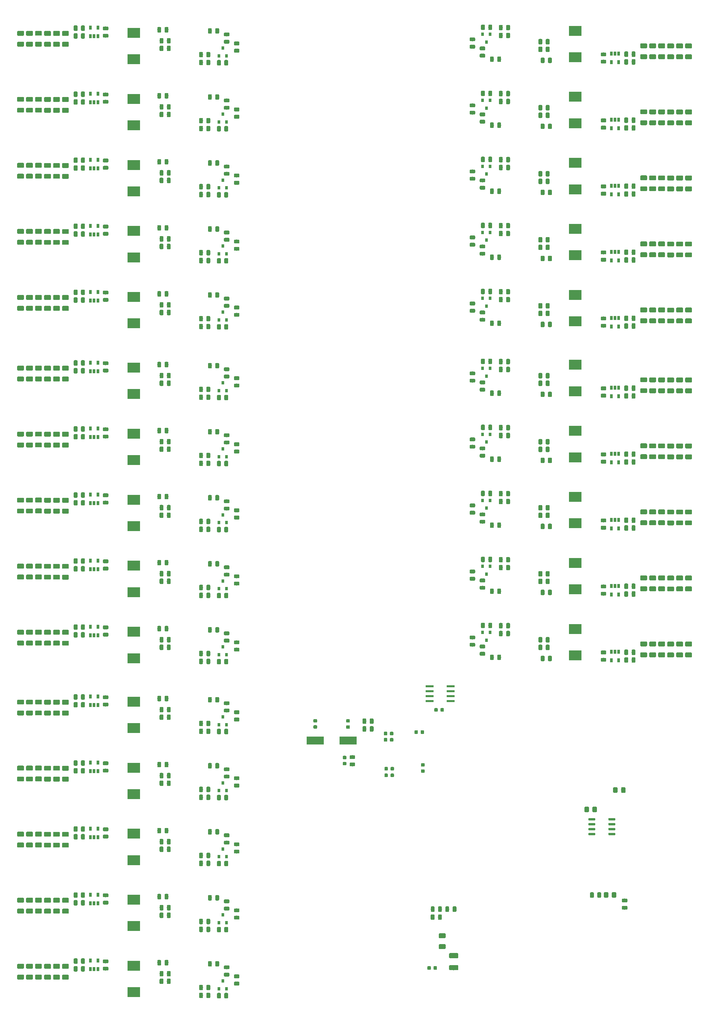
<source format=gbr>
G04 #@! TF.GenerationSoftware,KiCad,Pcbnew,(5.1.0)-1*
G04 #@! TF.CreationDate,2020-08-19T15:17:57+08:00*
G04 #@! TF.ProjectId,LED_driver,4c45445f-6472-4697-9665-722e6b696361,rev?*
G04 #@! TF.SameCoordinates,Original*
G04 #@! TF.FileFunction,Paste,Bot*
G04 #@! TF.FilePolarity,Positive*
%FSLAX46Y46*%
G04 Gerber Fmt 4.6, Leading zero omitted, Abs format (unit mm)*
G04 Created by KiCad (PCBNEW (5.1.0)-1) date 2020-08-19 15:17:57*
%MOMM*%
%LPD*%
G04 APERTURE LIST*
%ADD10C,0.150000*%
%ADD11C,0.975000*%
%ADD12C,1.250000*%
%ADD13R,0.800000X0.900000*%
%ADD14R,0.650000X1.060000*%
%ADD15R,3.300000X2.500000*%
%ADD16C,0.875000*%
%ADD17C,1.325000*%
%ADD18C,1.150000*%
%ADD19C,0.600000*%
%ADD20R,2.000000X0.600000*%
%ADD21R,4.500000X2.000000*%
G04 APERTURE END LIST*
D10*
G36*
X184465142Y-203551174D02*
G01*
X184488803Y-203554684D01*
X184512007Y-203560496D01*
X184534529Y-203568554D01*
X184556153Y-203578782D01*
X184576670Y-203591079D01*
X184595883Y-203605329D01*
X184613607Y-203621393D01*
X184629671Y-203639117D01*
X184643921Y-203658330D01*
X184656218Y-203678847D01*
X184666446Y-203700471D01*
X184674504Y-203722993D01*
X184680316Y-203746197D01*
X184683826Y-203769858D01*
X184685000Y-203793750D01*
X184685000Y-204706250D01*
X184683826Y-204730142D01*
X184680316Y-204753803D01*
X184674504Y-204777007D01*
X184666446Y-204799529D01*
X184656218Y-204821153D01*
X184643921Y-204841670D01*
X184629671Y-204860883D01*
X184613607Y-204878607D01*
X184595883Y-204894671D01*
X184576670Y-204908921D01*
X184556153Y-204921218D01*
X184534529Y-204931446D01*
X184512007Y-204939504D01*
X184488803Y-204945316D01*
X184465142Y-204948826D01*
X184441250Y-204950000D01*
X183953750Y-204950000D01*
X183929858Y-204948826D01*
X183906197Y-204945316D01*
X183882993Y-204939504D01*
X183860471Y-204931446D01*
X183838847Y-204921218D01*
X183818330Y-204908921D01*
X183799117Y-204894671D01*
X183781393Y-204878607D01*
X183765329Y-204860883D01*
X183751079Y-204841670D01*
X183738782Y-204821153D01*
X183728554Y-204799529D01*
X183720496Y-204777007D01*
X183714684Y-204753803D01*
X183711174Y-204730142D01*
X183710000Y-204706250D01*
X183710000Y-203793750D01*
X183711174Y-203769858D01*
X183714684Y-203746197D01*
X183720496Y-203722993D01*
X183728554Y-203700471D01*
X183738782Y-203678847D01*
X183751079Y-203658330D01*
X183765329Y-203639117D01*
X183781393Y-203621393D01*
X183799117Y-203605329D01*
X183818330Y-203591079D01*
X183838847Y-203578782D01*
X183860471Y-203568554D01*
X183882993Y-203560496D01*
X183906197Y-203554684D01*
X183929858Y-203551174D01*
X183953750Y-203550000D01*
X184441250Y-203550000D01*
X184465142Y-203551174D01*
X184465142Y-203551174D01*
G37*
D11*
X184197500Y-204250000D03*
D10*
G36*
X182590142Y-203551174D02*
G01*
X182613803Y-203554684D01*
X182637007Y-203560496D01*
X182659529Y-203568554D01*
X182681153Y-203578782D01*
X182701670Y-203591079D01*
X182720883Y-203605329D01*
X182738607Y-203621393D01*
X182754671Y-203639117D01*
X182768921Y-203658330D01*
X182781218Y-203678847D01*
X182791446Y-203700471D01*
X182799504Y-203722993D01*
X182805316Y-203746197D01*
X182808826Y-203769858D01*
X182810000Y-203793750D01*
X182810000Y-204706250D01*
X182808826Y-204730142D01*
X182805316Y-204753803D01*
X182799504Y-204777007D01*
X182791446Y-204799529D01*
X182781218Y-204821153D01*
X182768921Y-204841670D01*
X182754671Y-204860883D01*
X182738607Y-204878607D01*
X182720883Y-204894671D01*
X182701670Y-204908921D01*
X182681153Y-204921218D01*
X182659529Y-204931446D01*
X182637007Y-204939504D01*
X182613803Y-204945316D01*
X182590142Y-204948826D01*
X182566250Y-204950000D01*
X182078750Y-204950000D01*
X182054858Y-204948826D01*
X182031197Y-204945316D01*
X182007993Y-204939504D01*
X181985471Y-204931446D01*
X181963847Y-204921218D01*
X181943330Y-204908921D01*
X181924117Y-204894671D01*
X181906393Y-204878607D01*
X181890329Y-204860883D01*
X181876079Y-204841670D01*
X181863782Y-204821153D01*
X181853554Y-204799529D01*
X181845496Y-204777007D01*
X181839684Y-204753803D01*
X181836174Y-204730142D01*
X181835000Y-204706250D01*
X181835000Y-203793750D01*
X181836174Y-203769858D01*
X181839684Y-203746197D01*
X181845496Y-203722993D01*
X181853554Y-203700471D01*
X181863782Y-203678847D01*
X181876079Y-203658330D01*
X181890329Y-203639117D01*
X181906393Y-203621393D01*
X181924117Y-203605329D01*
X181943330Y-203591079D01*
X181963847Y-203578782D01*
X181985471Y-203568554D01*
X182007993Y-203560496D01*
X182031197Y-203554684D01*
X182054858Y-203551174D01*
X182078750Y-203550000D01*
X182566250Y-203550000D01*
X182590142Y-203551174D01*
X182590142Y-203551174D01*
G37*
D11*
X182322500Y-204250000D03*
D10*
G36*
X184465142Y-152551174D02*
G01*
X184488803Y-152554684D01*
X184512007Y-152560496D01*
X184534529Y-152568554D01*
X184556153Y-152578782D01*
X184576670Y-152591079D01*
X184595883Y-152605329D01*
X184613607Y-152621393D01*
X184629671Y-152639117D01*
X184643921Y-152658330D01*
X184656218Y-152678847D01*
X184666446Y-152700471D01*
X184674504Y-152722993D01*
X184680316Y-152746197D01*
X184683826Y-152769858D01*
X184685000Y-152793750D01*
X184685000Y-153706250D01*
X184683826Y-153730142D01*
X184680316Y-153753803D01*
X184674504Y-153777007D01*
X184666446Y-153799529D01*
X184656218Y-153821153D01*
X184643921Y-153841670D01*
X184629671Y-153860883D01*
X184613607Y-153878607D01*
X184595883Y-153894671D01*
X184576670Y-153908921D01*
X184556153Y-153921218D01*
X184534529Y-153931446D01*
X184512007Y-153939504D01*
X184488803Y-153945316D01*
X184465142Y-153948826D01*
X184441250Y-153950000D01*
X183953750Y-153950000D01*
X183929858Y-153948826D01*
X183906197Y-153945316D01*
X183882993Y-153939504D01*
X183860471Y-153931446D01*
X183838847Y-153921218D01*
X183818330Y-153908921D01*
X183799117Y-153894671D01*
X183781393Y-153878607D01*
X183765329Y-153860883D01*
X183751079Y-153841670D01*
X183738782Y-153821153D01*
X183728554Y-153799529D01*
X183720496Y-153777007D01*
X183714684Y-153753803D01*
X183711174Y-153730142D01*
X183710000Y-153706250D01*
X183710000Y-152793750D01*
X183711174Y-152769858D01*
X183714684Y-152746197D01*
X183720496Y-152722993D01*
X183728554Y-152700471D01*
X183738782Y-152678847D01*
X183751079Y-152658330D01*
X183765329Y-152639117D01*
X183781393Y-152621393D01*
X183799117Y-152605329D01*
X183818330Y-152591079D01*
X183838847Y-152578782D01*
X183860471Y-152568554D01*
X183882993Y-152560496D01*
X183906197Y-152554684D01*
X183929858Y-152551174D01*
X183953750Y-152550000D01*
X184441250Y-152550000D01*
X184465142Y-152551174D01*
X184465142Y-152551174D01*
G37*
D11*
X184197500Y-153250000D03*
D10*
G36*
X182590142Y-152551174D02*
G01*
X182613803Y-152554684D01*
X182637007Y-152560496D01*
X182659529Y-152568554D01*
X182681153Y-152578782D01*
X182701670Y-152591079D01*
X182720883Y-152605329D01*
X182738607Y-152621393D01*
X182754671Y-152639117D01*
X182768921Y-152658330D01*
X182781218Y-152678847D01*
X182791446Y-152700471D01*
X182799504Y-152722993D01*
X182805316Y-152746197D01*
X182808826Y-152769858D01*
X182810000Y-152793750D01*
X182810000Y-153706250D01*
X182808826Y-153730142D01*
X182805316Y-153753803D01*
X182799504Y-153777007D01*
X182791446Y-153799529D01*
X182781218Y-153821153D01*
X182768921Y-153841670D01*
X182754671Y-153860883D01*
X182738607Y-153878607D01*
X182720883Y-153894671D01*
X182701670Y-153908921D01*
X182681153Y-153921218D01*
X182659529Y-153931446D01*
X182637007Y-153939504D01*
X182613803Y-153945316D01*
X182590142Y-153948826D01*
X182566250Y-153950000D01*
X182078750Y-153950000D01*
X182054858Y-153948826D01*
X182031197Y-153945316D01*
X182007993Y-153939504D01*
X181985471Y-153931446D01*
X181963847Y-153921218D01*
X181943330Y-153908921D01*
X181924117Y-153894671D01*
X181906393Y-153878607D01*
X181890329Y-153860883D01*
X181876079Y-153841670D01*
X181863782Y-153821153D01*
X181853554Y-153799529D01*
X181845496Y-153777007D01*
X181839684Y-153753803D01*
X181836174Y-153730142D01*
X181835000Y-153706250D01*
X181835000Y-152793750D01*
X181836174Y-152769858D01*
X181839684Y-152746197D01*
X181845496Y-152722993D01*
X181853554Y-152700471D01*
X181863782Y-152678847D01*
X181876079Y-152658330D01*
X181890329Y-152639117D01*
X181906393Y-152621393D01*
X181924117Y-152605329D01*
X181943330Y-152591079D01*
X181963847Y-152578782D01*
X181985471Y-152568554D01*
X182007993Y-152560496D01*
X182031197Y-152554684D01*
X182054858Y-152551174D01*
X182078750Y-152550000D01*
X182566250Y-152550000D01*
X182590142Y-152551174D01*
X182590142Y-152551174D01*
G37*
D11*
X182322500Y-153250000D03*
D10*
G36*
X213860142Y-195591174D02*
G01*
X213883803Y-195594684D01*
X213907007Y-195600496D01*
X213929529Y-195608554D01*
X213951153Y-195618782D01*
X213971670Y-195631079D01*
X213990883Y-195645329D01*
X214008607Y-195661393D01*
X214024671Y-195679117D01*
X214038921Y-195698330D01*
X214051218Y-195718847D01*
X214061446Y-195740471D01*
X214069504Y-195762993D01*
X214075316Y-195786197D01*
X214078826Y-195809858D01*
X214080000Y-195833750D01*
X214080000Y-196321250D01*
X214078826Y-196345142D01*
X214075316Y-196368803D01*
X214069504Y-196392007D01*
X214061446Y-196414529D01*
X214051218Y-196436153D01*
X214038921Y-196456670D01*
X214024671Y-196475883D01*
X214008607Y-196493607D01*
X213990883Y-196509671D01*
X213971670Y-196523921D01*
X213951153Y-196536218D01*
X213929529Y-196546446D01*
X213907007Y-196554504D01*
X213883803Y-196560316D01*
X213860142Y-196563826D01*
X213836250Y-196565000D01*
X212923750Y-196565000D01*
X212899858Y-196563826D01*
X212876197Y-196560316D01*
X212852993Y-196554504D01*
X212830471Y-196546446D01*
X212808847Y-196536218D01*
X212788330Y-196523921D01*
X212769117Y-196509671D01*
X212751393Y-196493607D01*
X212735329Y-196475883D01*
X212721079Y-196456670D01*
X212708782Y-196436153D01*
X212698554Y-196414529D01*
X212690496Y-196392007D01*
X212684684Y-196368803D01*
X212681174Y-196345142D01*
X212680000Y-196321250D01*
X212680000Y-195833750D01*
X212681174Y-195809858D01*
X212684684Y-195786197D01*
X212690496Y-195762993D01*
X212698554Y-195740471D01*
X212708782Y-195718847D01*
X212721079Y-195698330D01*
X212735329Y-195679117D01*
X212751393Y-195661393D01*
X212769117Y-195645329D01*
X212788330Y-195631079D01*
X212808847Y-195618782D01*
X212830471Y-195608554D01*
X212852993Y-195600496D01*
X212876197Y-195594684D01*
X212899858Y-195591174D01*
X212923750Y-195590000D01*
X213836250Y-195590000D01*
X213860142Y-195591174D01*
X213860142Y-195591174D01*
G37*
D11*
X213380000Y-196077500D03*
D10*
G36*
X213860142Y-193716174D02*
G01*
X213883803Y-193719684D01*
X213907007Y-193725496D01*
X213929529Y-193733554D01*
X213951153Y-193743782D01*
X213971670Y-193756079D01*
X213990883Y-193770329D01*
X214008607Y-193786393D01*
X214024671Y-193804117D01*
X214038921Y-193823330D01*
X214051218Y-193843847D01*
X214061446Y-193865471D01*
X214069504Y-193887993D01*
X214075316Y-193911197D01*
X214078826Y-193934858D01*
X214080000Y-193958750D01*
X214080000Y-194446250D01*
X214078826Y-194470142D01*
X214075316Y-194493803D01*
X214069504Y-194517007D01*
X214061446Y-194539529D01*
X214051218Y-194561153D01*
X214038921Y-194581670D01*
X214024671Y-194600883D01*
X214008607Y-194618607D01*
X213990883Y-194634671D01*
X213971670Y-194648921D01*
X213951153Y-194661218D01*
X213929529Y-194671446D01*
X213907007Y-194679504D01*
X213883803Y-194685316D01*
X213860142Y-194688826D01*
X213836250Y-194690000D01*
X212923750Y-194690000D01*
X212899858Y-194688826D01*
X212876197Y-194685316D01*
X212852993Y-194679504D01*
X212830471Y-194671446D01*
X212808847Y-194661218D01*
X212788330Y-194648921D01*
X212769117Y-194634671D01*
X212751393Y-194618607D01*
X212735329Y-194600883D01*
X212721079Y-194581670D01*
X212708782Y-194561153D01*
X212698554Y-194539529D01*
X212690496Y-194517007D01*
X212684684Y-194493803D01*
X212681174Y-194470142D01*
X212680000Y-194446250D01*
X212680000Y-193958750D01*
X212681174Y-193934858D01*
X212684684Y-193911197D01*
X212690496Y-193887993D01*
X212698554Y-193865471D01*
X212708782Y-193843847D01*
X212721079Y-193823330D01*
X212735329Y-193804117D01*
X212751393Y-193786393D01*
X212769117Y-193770329D01*
X212788330Y-193756079D01*
X212808847Y-193743782D01*
X212830471Y-193733554D01*
X212852993Y-193725496D01*
X212876197Y-193719684D01*
X212899858Y-193716174D01*
X212923750Y-193715000D01*
X213836250Y-193715000D01*
X213860142Y-193716174D01*
X213860142Y-193716174D01*
G37*
D11*
X213380000Y-194202500D03*
D10*
G36*
X226689504Y-174386204D02*
G01*
X226713773Y-174389804D01*
X226737571Y-174395765D01*
X226760671Y-174404030D01*
X226782849Y-174414520D01*
X226803893Y-174427133D01*
X226823598Y-174441747D01*
X226841777Y-174458223D01*
X226858253Y-174476402D01*
X226872867Y-174496107D01*
X226885480Y-174517151D01*
X226895970Y-174539329D01*
X226904235Y-174562429D01*
X226910196Y-174586227D01*
X226913796Y-174610496D01*
X226915000Y-174635000D01*
X226915000Y-175385000D01*
X226913796Y-175409504D01*
X226910196Y-175433773D01*
X226904235Y-175457571D01*
X226895970Y-175480671D01*
X226885480Y-175502849D01*
X226872867Y-175523893D01*
X226858253Y-175543598D01*
X226841777Y-175561777D01*
X226823598Y-175578253D01*
X226803893Y-175592867D01*
X226782849Y-175605480D01*
X226760671Y-175615970D01*
X226737571Y-175624235D01*
X226713773Y-175630196D01*
X226689504Y-175633796D01*
X226665000Y-175635000D01*
X225415000Y-175635000D01*
X225390496Y-175633796D01*
X225366227Y-175630196D01*
X225342429Y-175624235D01*
X225319329Y-175615970D01*
X225297151Y-175605480D01*
X225276107Y-175592867D01*
X225256402Y-175578253D01*
X225238223Y-175561777D01*
X225221747Y-175543598D01*
X225207133Y-175523893D01*
X225194520Y-175502849D01*
X225184030Y-175480671D01*
X225175765Y-175457571D01*
X225169804Y-175433773D01*
X225166204Y-175409504D01*
X225165000Y-175385000D01*
X225165000Y-174635000D01*
X225166204Y-174610496D01*
X225169804Y-174586227D01*
X225175765Y-174562429D01*
X225184030Y-174539329D01*
X225194520Y-174517151D01*
X225207133Y-174496107D01*
X225221747Y-174476402D01*
X225238223Y-174458223D01*
X225256402Y-174441747D01*
X225276107Y-174427133D01*
X225297151Y-174414520D01*
X225319329Y-174404030D01*
X225342429Y-174395765D01*
X225366227Y-174389804D01*
X225390496Y-174386204D01*
X225415000Y-174385000D01*
X226665000Y-174385000D01*
X226689504Y-174386204D01*
X226689504Y-174386204D01*
G37*
D12*
X226040000Y-175010000D03*
D10*
G36*
X226689504Y-177186204D02*
G01*
X226713773Y-177189804D01*
X226737571Y-177195765D01*
X226760671Y-177204030D01*
X226782849Y-177214520D01*
X226803893Y-177227133D01*
X226823598Y-177241747D01*
X226841777Y-177258223D01*
X226858253Y-177276402D01*
X226872867Y-177296107D01*
X226885480Y-177317151D01*
X226895970Y-177339329D01*
X226904235Y-177362429D01*
X226910196Y-177386227D01*
X226913796Y-177410496D01*
X226915000Y-177435000D01*
X226915000Y-178185000D01*
X226913796Y-178209504D01*
X226910196Y-178233773D01*
X226904235Y-178257571D01*
X226895970Y-178280671D01*
X226885480Y-178302849D01*
X226872867Y-178323893D01*
X226858253Y-178343598D01*
X226841777Y-178361777D01*
X226823598Y-178378253D01*
X226803893Y-178392867D01*
X226782849Y-178405480D01*
X226760671Y-178415970D01*
X226737571Y-178424235D01*
X226713773Y-178430196D01*
X226689504Y-178433796D01*
X226665000Y-178435000D01*
X225415000Y-178435000D01*
X225390496Y-178433796D01*
X225366227Y-178430196D01*
X225342429Y-178424235D01*
X225319329Y-178415970D01*
X225297151Y-178405480D01*
X225276107Y-178392867D01*
X225256402Y-178378253D01*
X225238223Y-178361777D01*
X225221747Y-178343598D01*
X225207133Y-178323893D01*
X225194520Y-178302849D01*
X225184030Y-178280671D01*
X225175765Y-178257571D01*
X225169804Y-178233773D01*
X225166204Y-178209504D01*
X225165000Y-178185000D01*
X225165000Y-177435000D01*
X225166204Y-177410496D01*
X225169804Y-177386227D01*
X225175765Y-177362429D01*
X225184030Y-177339329D01*
X225194520Y-177317151D01*
X225207133Y-177296107D01*
X225221747Y-177276402D01*
X225238223Y-177258223D01*
X225256402Y-177241747D01*
X225276107Y-177227133D01*
X225297151Y-177214520D01*
X225319329Y-177204030D01*
X225342429Y-177195765D01*
X225366227Y-177189804D01*
X225390496Y-177186204D01*
X225415000Y-177185000D01*
X226665000Y-177185000D01*
X226689504Y-177186204D01*
X226689504Y-177186204D01*
G37*
D12*
X226040000Y-177810000D03*
D10*
G36*
X219500142Y-212451174D02*
G01*
X219523803Y-212454684D01*
X219547007Y-212460496D01*
X219569529Y-212468554D01*
X219591153Y-212478782D01*
X219611670Y-212491079D01*
X219630883Y-212505329D01*
X219648607Y-212521393D01*
X219664671Y-212539117D01*
X219678921Y-212558330D01*
X219691218Y-212578847D01*
X219701446Y-212600471D01*
X219709504Y-212622993D01*
X219715316Y-212646197D01*
X219718826Y-212669858D01*
X219720000Y-212693750D01*
X219720000Y-213606250D01*
X219718826Y-213630142D01*
X219715316Y-213653803D01*
X219709504Y-213677007D01*
X219701446Y-213699529D01*
X219691218Y-213721153D01*
X219678921Y-213741670D01*
X219664671Y-213760883D01*
X219648607Y-213778607D01*
X219630883Y-213794671D01*
X219611670Y-213808921D01*
X219591153Y-213821218D01*
X219569529Y-213831446D01*
X219547007Y-213839504D01*
X219523803Y-213845316D01*
X219500142Y-213848826D01*
X219476250Y-213850000D01*
X218988750Y-213850000D01*
X218964858Y-213848826D01*
X218941197Y-213845316D01*
X218917993Y-213839504D01*
X218895471Y-213831446D01*
X218873847Y-213821218D01*
X218853330Y-213808921D01*
X218834117Y-213794671D01*
X218816393Y-213778607D01*
X218800329Y-213760883D01*
X218786079Y-213741670D01*
X218773782Y-213721153D01*
X218763554Y-213699529D01*
X218755496Y-213677007D01*
X218749684Y-213653803D01*
X218746174Y-213630142D01*
X218745000Y-213606250D01*
X218745000Y-212693750D01*
X218746174Y-212669858D01*
X218749684Y-212646197D01*
X218755496Y-212622993D01*
X218763554Y-212600471D01*
X218773782Y-212578847D01*
X218786079Y-212558330D01*
X218800329Y-212539117D01*
X218816393Y-212521393D01*
X218834117Y-212505329D01*
X218853330Y-212491079D01*
X218873847Y-212478782D01*
X218895471Y-212468554D01*
X218917993Y-212460496D01*
X218941197Y-212454684D01*
X218964858Y-212451174D01*
X218988750Y-212450000D01*
X219476250Y-212450000D01*
X219500142Y-212451174D01*
X219500142Y-212451174D01*
G37*
D11*
X219232500Y-213150000D03*
D10*
G36*
X221375142Y-212451174D02*
G01*
X221398803Y-212454684D01*
X221422007Y-212460496D01*
X221444529Y-212468554D01*
X221466153Y-212478782D01*
X221486670Y-212491079D01*
X221505883Y-212505329D01*
X221523607Y-212521393D01*
X221539671Y-212539117D01*
X221553921Y-212558330D01*
X221566218Y-212578847D01*
X221576446Y-212600471D01*
X221584504Y-212622993D01*
X221590316Y-212646197D01*
X221593826Y-212669858D01*
X221595000Y-212693750D01*
X221595000Y-213606250D01*
X221593826Y-213630142D01*
X221590316Y-213653803D01*
X221584504Y-213677007D01*
X221576446Y-213699529D01*
X221566218Y-213721153D01*
X221553921Y-213741670D01*
X221539671Y-213760883D01*
X221523607Y-213778607D01*
X221505883Y-213794671D01*
X221486670Y-213808921D01*
X221466153Y-213821218D01*
X221444529Y-213831446D01*
X221422007Y-213839504D01*
X221398803Y-213845316D01*
X221375142Y-213848826D01*
X221351250Y-213850000D01*
X220863750Y-213850000D01*
X220839858Y-213848826D01*
X220816197Y-213845316D01*
X220792993Y-213839504D01*
X220770471Y-213831446D01*
X220748847Y-213821218D01*
X220728330Y-213808921D01*
X220709117Y-213794671D01*
X220691393Y-213778607D01*
X220675329Y-213760883D01*
X220661079Y-213741670D01*
X220648782Y-213721153D01*
X220638554Y-213699529D01*
X220630496Y-213677007D01*
X220624684Y-213653803D01*
X220621174Y-213630142D01*
X220620000Y-213606250D01*
X220620000Y-212693750D01*
X220621174Y-212669858D01*
X220624684Y-212646197D01*
X220630496Y-212622993D01*
X220638554Y-212600471D01*
X220648782Y-212578847D01*
X220661079Y-212558330D01*
X220675329Y-212539117D01*
X220691393Y-212521393D01*
X220709117Y-212505329D01*
X220728330Y-212491079D01*
X220748847Y-212478782D01*
X220770471Y-212468554D01*
X220792993Y-212460496D01*
X220816197Y-212454684D01*
X220839858Y-212451174D01*
X220863750Y-212450000D01*
X221351250Y-212450000D01*
X221375142Y-212451174D01*
X221375142Y-212451174D01*
G37*
D11*
X221107500Y-213150000D03*
D10*
G36*
X226689504Y-208386204D02*
G01*
X226713773Y-208389804D01*
X226737571Y-208395765D01*
X226760671Y-208404030D01*
X226782849Y-208414520D01*
X226803893Y-208427133D01*
X226823598Y-208441747D01*
X226841777Y-208458223D01*
X226858253Y-208476402D01*
X226872867Y-208496107D01*
X226885480Y-208517151D01*
X226895970Y-208539329D01*
X226904235Y-208562429D01*
X226910196Y-208586227D01*
X226913796Y-208610496D01*
X226915000Y-208635000D01*
X226915000Y-209385000D01*
X226913796Y-209409504D01*
X226910196Y-209433773D01*
X226904235Y-209457571D01*
X226895970Y-209480671D01*
X226885480Y-209502849D01*
X226872867Y-209523893D01*
X226858253Y-209543598D01*
X226841777Y-209561777D01*
X226823598Y-209578253D01*
X226803893Y-209592867D01*
X226782849Y-209605480D01*
X226760671Y-209615970D01*
X226737571Y-209624235D01*
X226713773Y-209630196D01*
X226689504Y-209633796D01*
X226665000Y-209635000D01*
X225415000Y-209635000D01*
X225390496Y-209633796D01*
X225366227Y-209630196D01*
X225342429Y-209624235D01*
X225319329Y-209615970D01*
X225297151Y-209605480D01*
X225276107Y-209592867D01*
X225256402Y-209578253D01*
X225238223Y-209561777D01*
X225221747Y-209543598D01*
X225207133Y-209523893D01*
X225194520Y-209502849D01*
X225184030Y-209480671D01*
X225175765Y-209457571D01*
X225169804Y-209433773D01*
X225166204Y-209409504D01*
X225165000Y-209385000D01*
X225165000Y-208635000D01*
X225166204Y-208610496D01*
X225169804Y-208586227D01*
X225175765Y-208562429D01*
X225184030Y-208539329D01*
X225194520Y-208517151D01*
X225207133Y-208496107D01*
X225221747Y-208476402D01*
X225238223Y-208458223D01*
X225256402Y-208441747D01*
X225276107Y-208427133D01*
X225297151Y-208414520D01*
X225319329Y-208404030D01*
X225342429Y-208395765D01*
X225366227Y-208389804D01*
X225390496Y-208386204D01*
X225415000Y-208385000D01*
X226665000Y-208385000D01*
X226689504Y-208386204D01*
X226689504Y-208386204D01*
G37*
D12*
X226040000Y-209010000D03*
D10*
G36*
X226689504Y-211186204D02*
G01*
X226713773Y-211189804D01*
X226737571Y-211195765D01*
X226760671Y-211204030D01*
X226782849Y-211214520D01*
X226803893Y-211227133D01*
X226823598Y-211241747D01*
X226841777Y-211258223D01*
X226858253Y-211276402D01*
X226872867Y-211296107D01*
X226885480Y-211317151D01*
X226895970Y-211339329D01*
X226904235Y-211362429D01*
X226910196Y-211386227D01*
X226913796Y-211410496D01*
X226915000Y-211435000D01*
X226915000Y-212185000D01*
X226913796Y-212209504D01*
X226910196Y-212233773D01*
X226904235Y-212257571D01*
X226895970Y-212280671D01*
X226885480Y-212302849D01*
X226872867Y-212323893D01*
X226858253Y-212343598D01*
X226841777Y-212361777D01*
X226823598Y-212378253D01*
X226803893Y-212392867D01*
X226782849Y-212405480D01*
X226760671Y-212415970D01*
X226737571Y-212424235D01*
X226713773Y-212430196D01*
X226689504Y-212433796D01*
X226665000Y-212435000D01*
X225415000Y-212435000D01*
X225390496Y-212433796D01*
X225366227Y-212430196D01*
X225342429Y-212424235D01*
X225319329Y-212415970D01*
X225297151Y-212405480D01*
X225276107Y-212392867D01*
X225256402Y-212378253D01*
X225238223Y-212361777D01*
X225221747Y-212343598D01*
X225207133Y-212323893D01*
X225194520Y-212302849D01*
X225184030Y-212280671D01*
X225175765Y-212257571D01*
X225169804Y-212233773D01*
X225166204Y-212209504D01*
X225165000Y-212185000D01*
X225165000Y-211435000D01*
X225166204Y-211410496D01*
X225169804Y-211386227D01*
X225175765Y-211362429D01*
X225184030Y-211339329D01*
X225194520Y-211317151D01*
X225207133Y-211296107D01*
X225221747Y-211276402D01*
X225238223Y-211258223D01*
X225256402Y-211241747D01*
X225276107Y-211227133D01*
X225297151Y-211214520D01*
X225319329Y-211204030D01*
X225342429Y-211195765D01*
X225366227Y-211189804D01*
X225390496Y-211186204D01*
X225415000Y-211185000D01*
X226665000Y-211185000D01*
X226689504Y-211186204D01*
X226689504Y-211186204D01*
G37*
D12*
X226040000Y-211810000D03*
D10*
G36*
X226689504Y-191386204D02*
G01*
X226713773Y-191389804D01*
X226737571Y-191395765D01*
X226760671Y-191404030D01*
X226782849Y-191414520D01*
X226803893Y-191427133D01*
X226823598Y-191441747D01*
X226841777Y-191458223D01*
X226858253Y-191476402D01*
X226872867Y-191496107D01*
X226885480Y-191517151D01*
X226895970Y-191539329D01*
X226904235Y-191562429D01*
X226910196Y-191586227D01*
X226913796Y-191610496D01*
X226915000Y-191635000D01*
X226915000Y-192385000D01*
X226913796Y-192409504D01*
X226910196Y-192433773D01*
X226904235Y-192457571D01*
X226895970Y-192480671D01*
X226885480Y-192502849D01*
X226872867Y-192523893D01*
X226858253Y-192543598D01*
X226841777Y-192561777D01*
X226823598Y-192578253D01*
X226803893Y-192592867D01*
X226782849Y-192605480D01*
X226760671Y-192615970D01*
X226737571Y-192624235D01*
X226713773Y-192630196D01*
X226689504Y-192633796D01*
X226665000Y-192635000D01*
X225415000Y-192635000D01*
X225390496Y-192633796D01*
X225366227Y-192630196D01*
X225342429Y-192624235D01*
X225319329Y-192615970D01*
X225297151Y-192605480D01*
X225276107Y-192592867D01*
X225256402Y-192578253D01*
X225238223Y-192561777D01*
X225221747Y-192543598D01*
X225207133Y-192523893D01*
X225194520Y-192502849D01*
X225184030Y-192480671D01*
X225175765Y-192457571D01*
X225169804Y-192433773D01*
X225166204Y-192409504D01*
X225165000Y-192385000D01*
X225165000Y-191635000D01*
X225166204Y-191610496D01*
X225169804Y-191586227D01*
X225175765Y-191562429D01*
X225184030Y-191539329D01*
X225194520Y-191517151D01*
X225207133Y-191496107D01*
X225221747Y-191476402D01*
X225238223Y-191458223D01*
X225256402Y-191441747D01*
X225276107Y-191427133D01*
X225297151Y-191414520D01*
X225319329Y-191404030D01*
X225342429Y-191395765D01*
X225366227Y-191389804D01*
X225390496Y-191386204D01*
X225415000Y-191385000D01*
X226665000Y-191385000D01*
X226689504Y-191386204D01*
X226689504Y-191386204D01*
G37*
D12*
X226040000Y-192010000D03*
D10*
G36*
X226689504Y-194186204D02*
G01*
X226713773Y-194189804D01*
X226737571Y-194195765D01*
X226760671Y-194204030D01*
X226782849Y-194214520D01*
X226803893Y-194227133D01*
X226823598Y-194241747D01*
X226841777Y-194258223D01*
X226858253Y-194276402D01*
X226872867Y-194296107D01*
X226885480Y-194317151D01*
X226895970Y-194339329D01*
X226904235Y-194362429D01*
X226910196Y-194386227D01*
X226913796Y-194410496D01*
X226915000Y-194435000D01*
X226915000Y-195185000D01*
X226913796Y-195209504D01*
X226910196Y-195233773D01*
X226904235Y-195257571D01*
X226895970Y-195280671D01*
X226885480Y-195302849D01*
X226872867Y-195323893D01*
X226858253Y-195343598D01*
X226841777Y-195361777D01*
X226823598Y-195378253D01*
X226803893Y-195392867D01*
X226782849Y-195405480D01*
X226760671Y-195415970D01*
X226737571Y-195424235D01*
X226713773Y-195430196D01*
X226689504Y-195433796D01*
X226665000Y-195435000D01*
X225415000Y-195435000D01*
X225390496Y-195433796D01*
X225366227Y-195430196D01*
X225342429Y-195424235D01*
X225319329Y-195415970D01*
X225297151Y-195405480D01*
X225276107Y-195392867D01*
X225256402Y-195378253D01*
X225238223Y-195361777D01*
X225221747Y-195343598D01*
X225207133Y-195323893D01*
X225194520Y-195302849D01*
X225184030Y-195280671D01*
X225175765Y-195257571D01*
X225169804Y-195233773D01*
X225166204Y-195209504D01*
X225165000Y-195185000D01*
X225165000Y-194435000D01*
X225166204Y-194410496D01*
X225169804Y-194386227D01*
X225175765Y-194362429D01*
X225184030Y-194339329D01*
X225194520Y-194317151D01*
X225207133Y-194296107D01*
X225221747Y-194276402D01*
X225238223Y-194258223D01*
X225256402Y-194241747D01*
X225276107Y-194227133D01*
X225297151Y-194214520D01*
X225319329Y-194204030D01*
X225342429Y-194195765D01*
X225366227Y-194189804D01*
X225390496Y-194186204D01*
X225415000Y-194185000D01*
X226665000Y-194185000D01*
X226689504Y-194186204D01*
X226689504Y-194186204D01*
G37*
D12*
X226040000Y-194810000D03*
D10*
G36*
X219500142Y-159451174D02*
G01*
X219523803Y-159454684D01*
X219547007Y-159460496D01*
X219569529Y-159468554D01*
X219591153Y-159478782D01*
X219611670Y-159491079D01*
X219630883Y-159505329D01*
X219648607Y-159521393D01*
X219664671Y-159539117D01*
X219678921Y-159558330D01*
X219691218Y-159578847D01*
X219701446Y-159600471D01*
X219709504Y-159622993D01*
X219715316Y-159646197D01*
X219718826Y-159669858D01*
X219720000Y-159693750D01*
X219720000Y-160606250D01*
X219718826Y-160630142D01*
X219715316Y-160653803D01*
X219709504Y-160677007D01*
X219701446Y-160699529D01*
X219691218Y-160721153D01*
X219678921Y-160741670D01*
X219664671Y-160760883D01*
X219648607Y-160778607D01*
X219630883Y-160794671D01*
X219611670Y-160808921D01*
X219591153Y-160821218D01*
X219569529Y-160831446D01*
X219547007Y-160839504D01*
X219523803Y-160845316D01*
X219500142Y-160848826D01*
X219476250Y-160850000D01*
X218988750Y-160850000D01*
X218964858Y-160848826D01*
X218941197Y-160845316D01*
X218917993Y-160839504D01*
X218895471Y-160831446D01*
X218873847Y-160821218D01*
X218853330Y-160808921D01*
X218834117Y-160794671D01*
X218816393Y-160778607D01*
X218800329Y-160760883D01*
X218786079Y-160741670D01*
X218773782Y-160721153D01*
X218763554Y-160699529D01*
X218755496Y-160677007D01*
X218749684Y-160653803D01*
X218746174Y-160630142D01*
X218745000Y-160606250D01*
X218745000Y-159693750D01*
X218746174Y-159669858D01*
X218749684Y-159646197D01*
X218755496Y-159622993D01*
X218763554Y-159600471D01*
X218773782Y-159578847D01*
X218786079Y-159558330D01*
X218800329Y-159539117D01*
X218816393Y-159521393D01*
X218834117Y-159505329D01*
X218853330Y-159491079D01*
X218873847Y-159478782D01*
X218895471Y-159468554D01*
X218917993Y-159460496D01*
X218941197Y-159454684D01*
X218964858Y-159451174D01*
X218988750Y-159450000D01*
X219476250Y-159450000D01*
X219500142Y-159451174D01*
X219500142Y-159451174D01*
G37*
D11*
X219232500Y-160150000D03*
D10*
G36*
X221375142Y-159451174D02*
G01*
X221398803Y-159454684D01*
X221422007Y-159460496D01*
X221444529Y-159468554D01*
X221466153Y-159478782D01*
X221486670Y-159491079D01*
X221505883Y-159505329D01*
X221523607Y-159521393D01*
X221539671Y-159539117D01*
X221553921Y-159558330D01*
X221566218Y-159578847D01*
X221576446Y-159600471D01*
X221584504Y-159622993D01*
X221590316Y-159646197D01*
X221593826Y-159669858D01*
X221595000Y-159693750D01*
X221595000Y-160606250D01*
X221593826Y-160630142D01*
X221590316Y-160653803D01*
X221584504Y-160677007D01*
X221576446Y-160699529D01*
X221566218Y-160721153D01*
X221553921Y-160741670D01*
X221539671Y-160760883D01*
X221523607Y-160778607D01*
X221505883Y-160794671D01*
X221486670Y-160808921D01*
X221466153Y-160821218D01*
X221444529Y-160831446D01*
X221422007Y-160839504D01*
X221398803Y-160845316D01*
X221375142Y-160848826D01*
X221351250Y-160850000D01*
X220863750Y-160850000D01*
X220839858Y-160848826D01*
X220816197Y-160845316D01*
X220792993Y-160839504D01*
X220770471Y-160831446D01*
X220748847Y-160821218D01*
X220728330Y-160808921D01*
X220709117Y-160794671D01*
X220691393Y-160778607D01*
X220675329Y-160760883D01*
X220661079Y-160741670D01*
X220648782Y-160721153D01*
X220638554Y-160699529D01*
X220630496Y-160677007D01*
X220624684Y-160653803D01*
X220621174Y-160630142D01*
X220620000Y-160606250D01*
X220620000Y-159693750D01*
X220621174Y-159669858D01*
X220624684Y-159646197D01*
X220630496Y-159622993D01*
X220638554Y-159600471D01*
X220648782Y-159578847D01*
X220661079Y-159558330D01*
X220675329Y-159539117D01*
X220691393Y-159521393D01*
X220709117Y-159505329D01*
X220728330Y-159491079D01*
X220748847Y-159478782D01*
X220770471Y-159468554D01*
X220792993Y-159460496D01*
X220816197Y-159454684D01*
X220839858Y-159451174D01*
X220863750Y-159450000D01*
X221351250Y-159450000D01*
X221375142Y-159451174D01*
X221375142Y-159451174D01*
G37*
D11*
X221107500Y-160150000D03*
D10*
G36*
X213860142Y-178591174D02*
G01*
X213883803Y-178594684D01*
X213907007Y-178600496D01*
X213929529Y-178608554D01*
X213951153Y-178618782D01*
X213971670Y-178631079D01*
X213990883Y-178645329D01*
X214008607Y-178661393D01*
X214024671Y-178679117D01*
X214038921Y-178698330D01*
X214051218Y-178718847D01*
X214061446Y-178740471D01*
X214069504Y-178762993D01*
X214075316Y-178786197D01*
X214078826Y-178809858D01*
X214080000Y-178833750D01*
X214080000Y-179321250D01*
X214078826Y-179345142D01*
X214075316Y-179368803D01*
X214069504Y-179392007D01*
X214061446Y-179414529D01*
X214051218Y-179436153D01*
X214038921Y-179456670D01*
X214024671Y-179475883D01*
X214008607Y-179493607D01*
X213990883Y-179509671D01*
X213971670Y-179523921D01*
X213951153Y-179536218D01*
X213929529Y-179546446D01*
X213907007Y-179554504D01*
X213883803Y-179560316D01*
X213860142Y-179563826D01*
X213836250Y-179565000D01*
X212923750Y-179565000D01*
X212899858Y-179563826D01*
X212876197Y-179560316D01*
X212852993Y-179554504D01*
X212830471Y-179546446D01*
X212808847Y-179536218D01*
X212788330Y-179523921D01*
X212769117Y-179509671D01*
X212751393Y-179493607D01*
X212735329Y-179475883D01*
X212721079Y-179456670D01*
X212708782Y-179436153D01*
X212698554Y-179414529D01*
X212690496Y-179392007D01*
X212684684Y-179368803D01*
X212681174Y-179345142D01*
X212680000Y-179321250D01*
X212680000Y-178833750D01*
X212681174Y-178809858D01*
X212684684Y-178786197D01*
X212690496Y-178762993D01*
X212698554Y-178740471D01*
X212708782Y-178718847D01*
X212721079Y-178698330D01*
X212735329Y-178679117D01*
X212751393Y-178661393D01*
X212769117Y-178645329D01*
X212788330Y-178631079D01*
X212808847Y-178618782D01*
X212830471Y-178608554D01*
X212852993Y-178600496D01*
X212876197Y-178594684D01*
X212899858Y-178591174D01*
X212923750Y-178590000D01*
X213836250Y-178590000D01*
X213860142Y-178591174D01*
X213860142Y-178591174D01*
G37*
D11*
X213380000Y-179077500D03*
D10*
G36*
X213860142Y-176716174D02*
G01*
X213883803Y-176719684D01*
X213907007Y-176725496D01*
X213929529Y-176733554D01*
X213951153Y-176743782D01*
X213971670Y-176756079D01*
X213990883Y-176770329D01*
X214008607Y-176786393D01*
X214024671Y-176804117D01*
X214038921Y-176823330D01*
X214051218Y-176843847D01*
X214061446Y-176865471D01*
X214069504Y-176887993D01*
X214075316Y-176911197D01*
X214078826Y-176934858D01*
X214080000Y-176958750D01*
X214080000Y-177446250D01*
X214078826Y-177470142D01*
X214075316Y-177493803D01*
X214069504Y-177517007D01*
X214061446Y-177539529D01*
X214051218Y-177561153D01*
X214038921Y-177581670D01*
X214024671Y-177600883D01*
X214008607Y-177618607D01*
X213990883Y-177634671D01*
X213971670Y-177648921D01*
X213951153Y-177661218D01*
X213929529Y-177671446D01*
X213907007Y-177679504D01*
X213883803Y-177685316D01*
X213860142Y-177688826D01*
X213836250Y-177690000D01*
X212923750Y-177690000D01*
X212899858Y-177688826D01*
X212876197Y-177685316D01*
X212852993Y-177679504D01*
X212830471Y-177671446D01*
X212808847Y-177661218D01*
X212788330Y-177648921D01*
X212769117Y-177634671D01*
X212751393Y-177618607D01*
X212735329Y-177600883D01*
X212721079Y-177581670D01*
X212708782Y-177561153D01*
X212698554Y-177539529D01*
X212690496Y-177517007D01*
X212684684Y-177493803D01*
X212681174Y-177470142D01*
X212680000Y-177446250D01*
X212680000Y-176958750D01*
X212681174Y-176934858D01*
X212684684Y-176911197D01*
X212690496Y-176887993D01*
X212698554Y-176865471D01*
X212708782Y-176843847D01*
X212721079Y-176823330D01*
X212735329Y-176804117D01*
X212751393Y-176786393D01*
X212769117Y-176770329D01*
X212788330Y-176756079D01*
X212808847Y-176743782D01*
X212830471Y-176733554D01*
X212852993Y-176725496D01*
X212876197Y-176719684D01*
X212899858Y-176716174D01*
X212923750Y-176715000D01*
X213836250Y-176715000D01*
X213860142Y-176716174D01*
X213860142Y-176716174D01*
G37*
D11*
X213380000Y-177202500D03*
D10*
G36*
X184465142Y-169551174D02*
G01*
X184488803Y-169554684D01*
X184512007Y-169560496D01*
X184534529Y-169568554D01*
X184556153Y-169578782D01*
X184576670Y-169591079D01*
X184595883Y-169605329D01*
X184613607Y-169621393D01*
X184629671Y-169639117D01*
X184643921Y-169658330D01*
X184656218Y-169678847D01*
X184666446Y-169700471D01*
X184674504Y-169722993D01*
X184680316Y-169746197D01*
X184683826Y-169769858D01*
X184685000Y-169793750D01*
X184685000Y-170706250D01*
X184683826Y-170730142D01*
X184680316Y-170753803D01*
X184674504Y-170777007D01*
X184666446Y-170799529D01*
X184656218Y-170821153D01*
X184643921Y-170841670D01*
X184629671Y-170860883D01*
X184613607Y-170878607D01*
X184595883Y-170894671D01*
X184576670Y-170908921D01*
X184556153Y-170921218D01*
X184534529Y-170931446D01*
X184512007Y-170939504D01*
X184488803Y-170945316D01*
X184465142Y-170948826D01*
X184441250Y-170950000D01*
X183953750Y-170950000D01*
X183929858Y-170948826D01*
X183906197Y-170945316D01*
X183882993Y-170939504D01*
X183860471Y-170931446D01*
X183838847Y-170921218D01*
X183818330Y-170908921D01*
X183799117Y-170894671D01*
X183781393Y-170878607D01*
X183765329Y-170860883D01*
X183751079Y-170841670D01*
X183738782Y-170821153D01*
X183728554Y-170799529D01*
X183720496Y-170777007D01*
X183714684Y-170753803D01*
X183711174Y-170730142D01*
X183710000Y-170706250D01*
X183710000Y-169793750D01*
X183711174Y-169769858D01*
X183714684Y-169746197D01*
X183720496Y-169722993D01*
X183728554Y-169700471D01*
X183738782Y-169678847D01*
X183751079Y-169658330D01*
X183765329Y-169639117D01*
X183781393Y-169621393D01*
X183799117Y-169605329D01*
X183818330Y-169591079D01*
X183838847Y-169578782D01*
X183860471Y-169568554D01*
X183882993Y-169560496D01*
X183906197Y-169554684D01*
X183929858Y-169551174D01*
X183953750Y-169550000D01*
X184441250Y-169550000D01*
X184465142Y-169551174D01*
X184465142Y-169551174D01*
G37*
D11*
X184197500Y-170250000D03*
D10*
G36*
X182590142Y-169551174D02*
G01*
X182613803Y-169554684D01*
X182637007Y-169560496D01*
X182659529Y-169568554D01*
X182681153Y-169578782D01*
X182701670Y-169591079D01*
X182720883Y-169605329D01*
X182738607Y-169621393D01*
X182754671Y-169639117D01*
X182768921Y-169658330D01*
X182781218Y-169678847D01*
X182791446Y-169700471D01*
X182799504Y-169722993D01*
X182805316Y-169746197D01*
X182808826Y-169769858D01*
X182810000Y-169793750D01*
X182810000Y-170706250D01*
X182808826Y-170730142D01*
X182805316Y-170753803D01*
X182799504Y-170777007D01*
X182791446Y-170799529D01*
X182781218Y-170821153D01*
X182768921Y-170841670D01*
X182754671Y-170860883D01*
X182738607Y-170878607D01*
X182720883Y-170894671D01*
X182701670Y-170908921D01*
X182681153Y-170921218D01*
X182659529Y-170931446D01*
X182637007Y-170939504D01*
X182613803Y-170945316D01*
X182590142Y-170948826D01*
X182566250Y-170950000D01*
X182078750Y-170950000D01*
X182054858Y-170948826D01*
X182031197Y-170945316D01*
X182007993Y-170939504D01*
X181985471Y-170931446D01*
X181963847Y-170921218D01*
X181943330Y-170908921D01*
X181924117Y-170894671D01*
X181906393Y-170878607D01*
X181890329Y-170860883D01*
X181876079Y-170841670D01*
X181863782Y-170821153D01*
X181853554Y-170799529D01*
X181845496Y-170777007D01*
X181839684Y-170753803D01*
X181836174Y-170730142D01*
X181835000Y-170706250D01*
X181835000Y-169793750D01*
X181836174Y-169769858D01*
X181839684Y-169746197D01*
X181845496Y-169722993D01*
X181853554Y-169700471D01*
X181863782Y-169678847D01*
X181876079Y-169658330D01*
X181890329Y-169639117D01*
X181906393Y-169621393D01*
X181924117Y-169605329D01*
X181943330Y-169591079D01*
X181963847Y-169578782D01*
X181985471Y-169568554D01*
X182007993Y-169560496D01*
X182031197Y-169554684D01*
X182054858Y-169551174D01*
X182078750Y-169550000D01*
X182566250Y-169550000D01*
X182590142Y-169551174D01*
X182590142Y-169551174D01*
G37*
D11*
X182322500Y-170250000D03*
D10*
G36*
X219500142Y-195451174D02*
G01*
X219523803Y-195454684D01*
X219547007Y-195460496D01*
X219569529Y-195468554D01*
X219591153Y-195478782D01*
X219611670Y-195491079D01*
X219630883Y-195505329D01*
X219648607Y-195521393D01*
X219664671Y-195539117D01*
X219678921Y-195558330D01*
X219691218Y-195578847D01*
X219701446Y-195600471D01*
X219709504Y-195622993D01*
X219715316Y-195646197D01*
X219718826Y-195669858D01*
X219720000Y-195693750D01*
X219720000Y-196606250D01*
X219718826Y-196630142D01*
X219715316Y-196653803D01*
X219709504Y-196677007D01*
X219701446Y-196699529D01*
X219691218Y-196721153D01*
X219678921Y-196741670D01*
X219664671Y-196760883D01*
X219648607Y-196778607D01*
X219630883Y-196794671D01*
X219611670Y-196808921D01*
X219591153Y-196821218D01*
X219569529Y-196831446D01*
X219547007Y-196839504D01*
X219523803Y-196845316D01*
X219500142Y-196848826D01*
X219476250Y-196850000D01*
X218988750Y-196850000D01*
X218964858Y-196848826D01*
X218941197Y-196845316D01*
X218917993Y-196839504D01*
X218895471Y-196831446D01*
X218873847Y-196821218D01*
X218853330Y-196808921D01*
X218834117Y-196794671D01*
X218816393Y-196778607D01*
X218800329Y-196760883D01*
X218786079Y-196741670D01*
X218773782Y-196721153D01*
X218763554Y-196699529D01*
X218755496Y-196677007D01*
X218749684Y-196653803D01*
X218746174Y-196630142D01*
X218745000Y-196606250D01*
X218745000Y-195693750D01*
X218746174Y-195669858D01*
X218749684Y-195646197D01*
X218755496Y-195622993D01*
X218763554Y-195600471D01*
X218773782Y-195578847D01*
X218786079Y-195558330D01*
X218800329Y-195539117D01*
X218816393Y-195521393D01*
X218834117Y-195505329D01*
X218853330Y-195491079D01*
X218873847Y-195478782D01*
X218895471Y-195468554D01*
X218917993Y-195460496D01*
X218941197Y-195454684D01*
X218964858Y-195451174D01*
X218988750Y-195450000D01*
X219476250Y-195450000D01*
X219500142Y-195451174D01*
X219500142Y-195451174D01*
G37*
D11*
X219232500Y-196150000D03*
D10*
G36*
X221375142Y-195451174D02*
G01*
X221398803Y-195454684D01*
X221422007Y-195460496D01*
X221444529Y-195468554D01*
X221466153Y-195478782D01*
X221486670Y-195491079D01*
X221505883Y-195505329D01*
X221523607Y-195521393D01*
X221539671Y-195539117D01*
X221553921Y-195558330D01*
X221566218Y-195578847D01*
X221576446Y-195600471D01*
X221584504Y-195622993D01*
X221590316Y-195646197D01*
X221593826Y-195669858D01*
X221595000Y-195693750D01*
X221595000Y-196606250D01*
X221593826Y-196630142D01*
X221590316Y-196653803D01*
X221584504Y-196677007D01*
X221576446Y-196699529D01*
X221566218Y-196721153D01*
X221553921Y-196741670D01*
X221539671Y-196760883D01*
X221523607Y-196778607D01*
X221505883Y-196794671D01*
X221486670Y-196808921D01*
X221466153Y-196821218D01*
X221444529Y-196831446D01*
X221422007Y-196839504D01*
X221398803Y-196845316D01*
X221375142Y-196848826D01*
X221351250Y-196850000D01*
X220863750Y-196850000D01*
X220839858Y-196848826D01*
X220816197Y-196845316D01*
X220792993Y-196839504D01*
X220770471Y-196831446D01*
X220748847Y-196821218D01*
X220728330Y-196808921D01*
X220709117Y-196794671D01*
X220691393Y-196778607D01*
X220675329Y-196760883D01*
X220661079Y-196741670D01*
X220648782Y-196721153D01*
X220638554Y-196699529D01*
X220630496Y-196677007D01*
X220624684Y-196653803D01*
X220621174Y-196630142D01*
X220620000Y-196606250D01*
X220620000Y-195693750D01*
X220621174Y-195669858D01*
X220624684Y-195646197D01*
X220630496Y-195622993D01*
X220638554Y-195600471D01*
X220648782Y-195578847D01*
X220661079Y-195558330D01*
X220675329Y-195539117D01*
X220691393Y-195521393D01*
X220709117Y-195505329D01*
X220728330Y-195491079D01*
X220748847Y-195478782D01*
X220770471Y-195468554D01*
X220792993Y-195460496D01*
X220816197Y-195454684D01*
X220839858Y-195451174D01*
X220863750Y-195450000D01*
X221351250Y-195450000D01*
X221375142Y-195451174D01*
X221375142Y-195451174D01*
G37*
D11*
X221107500Y-196150000D03*
D10*
G36*
X219500142Y-193451174D02*
G01*
X219523803Y-193454684D01*
X219547007Y-193460496D01*
X219569529Y-193468554D01*
X219591153Y-193478782D01*
X219611670Y-193491079D01*
X219630883Y-193505329D01*
X219648607Y-193521393D01*
X219664671Y-193539117D01*
X219678921Y-193558330D01*
X219691218Y-193578847D01*
X219701446Y-193600471D01*
X219709504Y-193622993D01*
X219715316Y-193646197D01*
X219718826Y-193669858D01*
X219720000Y-193693750D01*
X219720000Y-194606250D01*
X219718826Y-194630142D01*
X219715316Y-194653803D01*
X219709504Y-194677007D01*
X219701446Y-194699529D01*
X219691218Y-194721153D01*
X219678921Y-194741670D01*
X219664671Y-194760883D01*
X219648607Y-194778607D01*
X219630883Y-194794671D01*
X219611670Y-194808921D01*
X219591153Y-194821218D01*
X219569529Y-194831446D01*
X219547007Y-194839504D01*
X219523803Y-194845316D01*
X219500142Y-194848826D01*
X219476250Y-194850000D01*
X218988750Y-194850000D01*
X218964858Y-194848826D01*
X218941197Y-194845316D01*
X218917993Y-194839504D01*
X218895471Y-194831446D01*
X218873847Y-194821218D01*
X218853330Y-194808921D01*
X218834117Y-194794671D01*
X218816393Y-194778607D01*
X218800329Y-194760883D01*
X218786079Y-194741670D01*
X218773782Y-194721153D01*
X218763554Y-194699529D01*
X218755496Y-194677007D01*
X218749684Y-194653803D01*
X218746174Y-194630142D01*
X218745000Y-194606250D01*
X218745000Y-193693750D01*
X218746174Y-193669858D01*
X218749684Y-193646197D01*
X218755496Y-193622993D01*
X218763554Y-193600471D01*
X218773782Y-193578847D01*
X218786079Y-193558330D01*
X218800329Y-193539117D01*
X218816393Y-193521393D01*
X218834117Y-193505329D01*
X218853330Y-193491079D01*
X218873847Y-193478782D01*
X218895471Y-193468554D01*
X218917993Y-193460496D01*
X218941197Y-193454684D01*
X218964858Y-193451174D01*
X218988750Y-193450000D01*
X219476250Y-193450000D01*
X219500142Y-193451174D01*
X219500142Y-193451174D01*
G37*
D11*
X219232500Y-194150000D03*
D10*
G36*
X221375142Y-193451174D02*
G01*
X221398803Y-193454684D01*
X221422007Y-193460496D01*
X221444529Y-193468554D01*
X221466153Y-193478782D01*
X221486670Y-193491079D01*
X221505883Y-193505329D01*
X221523607Y-193521393D01*
X221539671Y-193539117D01*
X221553921Y-193558330D01*
X221566218Y-193578847D01*
X221576446Y-193600471D01*
X221584504Y-193622993D01*
X221590316Y-193646197D01*
X221593826Y-193669858D01*
X221595000Y-193693750D01*
X221595000Y-194606250D01*
X221593826Y-194630142D01*
X221590316Y-194653803D01*
X221584504Y-194677007D01*
X221576446Y-194699529D01*
X221566218Y-194721153D01*
X221553921Y-194741670D01*
X221539671Y-194760883D01*
X221523607Y-194778607D01*
X221505883Y-194794671D01*
X221486670Y-194808921D01*
X221466153Y-194821218D01*
X221444529Y-194831446D01*
X221422007Y-194839504D01*
X221398803Y-194845316D01*
X221375142Y-194848826D01*
X221351250Y-194850000D01*
X220863750Y-194850000D01*
X220839858Y-194848826D01*
X220816197Y-194845316D01*
X220792993Y-194839504D01*
X220770471Y-194831446D01*
X220748847Y-194821218D01*
X220728330Y-194808921D01*
X220709117Y-194794671D01*
X220691393Y-194778607D01*
X220675329Y-194760883D01*
X220661079Y-194741670D01*
X220648782Y-194721153D01*
X220638554Y-194699529D01*
X220630496Y-194677007D01*
X220624684Y-194653803D01*
X220621174Y-194630142D01*
X220620000Y-194606250D01*
X220620000Y-193693750D01*
X220621174Y-193669858D01*
X220624684Y-193646197D01*
X220630496Y-193622993D01*
X220638554Y-193600471D01*
X220648782Y-193578847D01*
X220661079Y-193558330D01*
X220675329Y-193539117D01*
X220691393Y-193521393D01*
X220709117Y-193505329D01*
X220728330Y-193491079D01*
X220748847Y-193478782D01*
X220770471Y-193468554D01*
X220792993Y-193460496D01*
X220816197Y-193454684D01*
X220839858Y-193451174D01*
X220863750Y-193450000D01*
X221351250Y-193450000D01*
X221375142Y-193451174D01*
X221375142Y-193451174D01*
G37*
D11*
X221107500Y-194150000D03*
D10*
G36*
X213860142Y-212591174D02*
G01*
X213883803Y-212594684D01*
X213907007Y-212600496D01*
X213929529Y-212608554D01*
X213951153Y-212618782D01*
X213971670Y-212631079D01*
X213990883Y-212645329D01*
X214008607Y-212661393D01*
X214024671Y-212679117D01*
X214038921Y-212698330D01*
X214051218Y-212718847D01*
X214061446Y-212740471D01*
X214069504Y-212762993D01*
X214075316Y-212786197D01*
X214078826Y-212809858D01*
X214080000Y-212833750D01*
X214080000Y-213321250D01*
X214078826Y-213345142D01*
X214075316Y-213368803D01*
X214069504Y-213392007D01*
X214061446Y-213414529D01*
X214051218Y-213436153D01*
X214038921Y-213456670D01*
X214024671Y-213475883D01*
X214008607Y-213493607D01*
X213990883Y-213509671D01*
X213971670Y-213523921D01*
X213951153Y-213536218D01*
X213929529Y-213546446D01*
X213907007Y-213554504D01*
X213883803Y-213560316D01*
X213860142Y-213563826D01*
X213836250Y-213565000D01*
X212923750Y-213565000D01*
X212899858Y-213563826D01*
X212876197Y-213560316D01*
X212852993Y-213554504D01*
X212830471Y-213546446D01*
X212808847Y-213536218D01*
X212788330Y-213523921D01*
X212769117Y-213509671D01*
X212751393Y-213493607D01*
X212735329Y-213475883D01*
X212721079Y-213456670D01*
X212708782Y-213436153D01*
X212698554Y-213414529D01*
X212690496Y-213392007D01*
X212684684Y-213368803D01*
X212681174Y-213345142D01*
X212680000Y-213321250D01*
X212680000Y-212833750D01*
X212681174Y-212809858D01*
X212684684Y-212786197D01*
X212690496Y-212762993D01*
X212698554Y-212740471D01*
X212708782Y-212718847D01*
X212721079Y-212698330D01*
X212735329Y-212679117D01*
X212751393Y-212661393D01*
X212769117Y-212645329D01*
X212788330Y-212631079D01*
X212808847Y-212618782D01*
X212830471Y-212608554D01*
X212852993Y-212600496D01*
X212876197Y-212594684D01*
X212899858Y-212591174D01*
X212923750Y-212590000D01*
X213836250Y-212590000D01*
X213860142Y-212591174D01*
X213860142Y-212591174D01*
G37*
D11*
X213380000Y-213077500D03*
D10*
G36*
X213860142Y-210716174D02*
G01*
X213883803Y-210719684D01*
X213907007Y-210725496D01*
X213929529Y-210733554D01*
X213951153Y-210743782D01*
X213971670Y-210756079D01*
X213990883Y-210770329D01*
X214008607Y-210786393D01*
X214024671Y-210804117D01*
X214038921Y-210823330D01*
X214051218Y-210843847D01*
X214061446Y-210865471D01*
X214069504Y-210887993D01*
X214075316Y-210911197D01*
X214078826Y-210934858D01*
X214080000Y-210958750D01*
X214080000Y-211446250D01*
X214078826Y-211470142D01*
X214075316Y-211493803D01*
X214069504Y-211517007D01*
X214061446Y-211539529D01*
X214051218Y-211561153D01*
X214038921Y-211581670D01*
X214024671Y-211600883D01*
X214008607Y-211618607D01*
X213990883Y-211634671D01*
X213971670Y-211648921D01*
X213951153Y-211661218D01*
X213929529Y-211671446D01*
X213907007Y-211679504D01*
X213883803Y-211685316D01*
X213860142Y-211688826D01*
X213836250Y-211690000D01*
X212923750Y-211690000D01*
X212899858Y-211688826D01*
X212876197Y-211685316D01*
X212852993Y-211679504D01*
X212830471Y-211671446D01*
X212808847Y-211661218D01*
X212788330Y-211648921D01*
X212769117Y-211634671D01*
X212751393Y-211618607D01*
X212735329Y-211600883D01*
X212721079Y-211581670D01*
X212708782Y-211561153D01*
X212698554Y-211539529D01*
X212690496Y-211517007D01*
X212684684Y-211493803D01*
X212681174Y-211470142D01*
X212680000Y-211446250D01*
X212680000Y-210958750D01*
X212681174Y-210934858D01*
X212684684Y-210911197D01*
X212690496Y-210887993D01*
X212698554Y-210865471D01*
X212708782Y-210843847D01*
X212721079Y-210823330D01*
X212735329Y-210804117D01*
X212751393Y-210786393D01*
X212769117Y-210770329D01*
X212788330Y-210756079D01*
X212808847Y-210743782D01*
X212830471Y-210733554D01*
X212852993Y-210725496D01*
X212876197Y-210719684D01*
X212899858Y-210716174D01*
X212923750Y-210715000D01*
X213836250Y-210715000D01*
X213860142Y-210716174D01*
X213860142Y-210716174D01*
G37*
D11*
X213380000Y-211202500D03*
D10*
G36*
X219500142Y-178451174D02*
G01*
X219523803Y-178454684D01*
X219547007Y-178460496D01*
X219569529Y-178468554D01*
X219591153Y-178478782D01*
X219611670Y-178491079D01*
X219630883Y-178505329D01*
X219648607Y-178521393D01*
X219664671Y-178539117D01*
X219678921Y-178558330D01*
X219691218Y-178578847D01*
X219701446Y-178600471D01*
X219709504Y-178622993D01*
X219715316Y-178646197D01*
X219718826Y-178669858D01*
X219720000Y-178693750D01*
X219720000Y-179606250D01*
X219718826Y-179630142D01*
X219715316Y-179653803D01*
X219709504Y-179677007D01*
X219701446Y-179699529D01*
X219691218Y-179721153D01*
X219678921Y-179741670D01*
X219664671Y-179760883D01*
X219648607Y-179778607D01*
X219630883Y-179794671D01*
X219611670Y-179808921D01*
X219591153Y-179821218D01*
X219569529Y-179831446D01*
X219547007Y-179839504D01*
X219523803Y-179845316D01*
X219500142Y-179848826D01*
X219476250Y-179850000D01*
X218988750Y-179850000D01*
X218964858Y-179848826D01*
X218941197Y-179845316D01*
X218917993Y-179839504D01*
X218895471Y-179831446D01*
X218873847Y-179821218D01*
X218853330Y-179808921D01*
X218834117Y-179794671D01*
X218816393Y-179778607D01*
X218800329Y-179760883D01*
X218786079Y-179741670D01*
X218773782Y-179721153D01*
X218763554Y-179699529D01*
X218755496Y-179677007D01*
X218749684Y-179653803D01*
X218746174Y-179630142D01*
X218745000Y-179606250D01*
X218745000Y-178693750D01*
X218746174Y-178669858D01*
X218749684Y-178646197D01*
X218755496Y-178622993D01*
X218763554Y-178600471D01*
X218773782Y-178578847D01*
X218786079Y-178558330D01*
X218800329Y-178539117D01*
X218816393Y-178521393D01*
X218834117Y-178505329D01*
X218853330Y-178491079D01*
X218873847Y-178478782D01*
X218895471Y-178468554D01*
X218917993Y-178460496D01*
X218941197Y-178454684D01*
X218964858Y-178451174D01*
X218988750Y-178450000D01*
X219476250Y-178450000D01*
X219500142Y-178451174D01*
X219500142Y-178451174D01*
G37*
D11*
X219232500Y-179150000D03*
D10*
G36*
X221375142Y-178451174D02*
G01*
X221398803Y-178454684D01*
X221422007Y-178460496D01*
X221444529Y-178468554D01*
X221466153Y-178478782D01*
X221486670Y-178491079D01*
X221505883Y-178505329D01*
X221523607Y-178521393D01*
X221539671Y-178539117D01*
X221553921Y-178558330D01*
X221566218Y-178578847D01*
X221576446Y-178600471D01*
X221584504Y-178622993D01*
X221590316Y-178646197D01*
X221593826Y-178669858D01*
X221595000Y-178693750D01*
X221595000Y-179606250D01*
X221593826Y-179630142D01*
X221590316Y-179653803D01*
X221584504Y-179677007D01*
X221576446Y-179699529D01*
X221566218Y-179721153D01*
X221553921Y-179741670D01*
X221539671Y-179760883D01*
X221523607Y-179778607D01*
X221505883Y-179794671D01*
X221486670Y-179808921D01*
X221466153Y-179821218D01*
X221444529Y-179831446D01*
X221422007Y-179839504D01*
X221398803Y-179845316D01*
X221375142Y-179848826D01*
X221351250Y-179850000D01*
X220863750Y-179850000D01*
X220839858Y-179848826D01*
X220816197Y-179845316D01*
X220792993Y-179839504D01*
X220770471Y-179831446D01*
X220748847Y-179821218D01*
X220728330Y-179808921D01*
X220709117Y-179794671D01*
X220691393Y-179778607D01*
X220675329Y-179760883D01*
X220661079Y-179741670D01*
X220648782Y-179721153D01*
X220638554Y-179699529D01*
X220630496Y-179677007D01*
X220624684Y-179653803D01*
X220621174Y-179630142D01*
X220620000Y-179606250D01*
X220620000Y-178693750D01*
X220621174Y-178669858D01*
X220624684Y-178646197D01*
X220630496Y-178622993D01*
X220638554Y-178600471D01*
X220648782Y-178578847D01*
X220661079Y-178558330D01*
X220675329Y-178539117D01*
X220691393Y-178521393D01*
X220709117Y-178505329D01*
X220728330Y-178491079D01*
X220748847Y-178478782D01*
X220770471Y-178468554D01*
X220792993Y-178460496D01*
X220816197Y-178454684D01*
X220839858Y-178451174D01*
X220863750Y-178450000D01*
X221351250Y-178450000D01*
X221375142Y-178451174D01*
X221375142Y-178451174D01*
G37*
D11*
X221107500Y-179150000D03*
D10*
G36*
X219500142Y-210451174D02*
G01*
X219523803Y-210454684D01*
X219547007Y-210460496D01*
X219569529Y-210468554D01*
X219591153Y-210478782D01*
X219611670Y-210491079D01*
X219630883Y-210505329D01*
X219648607Y-210521393D01*
X219664671Y-210539117D01*
X219678921Y-210558330D01*
X219691218Y-210578847D01*
X219701446Y-210600471D01*
X219709504Y-210622993D01*
X219715316Y-210646197D01*
X219718826Y-210669858D01*
X219720000Y-210693750D01*
X219720000Y-211606250D01*
X219718826Y-211630142D01*
X219715316Y-211653803D01*
X219709504Y-211677007D01*
X219701446Y-211699529D01*
X219691218Y-211721153D01*
X219678921Y-211741670D01*
X219664671Y-211760883D01*
X219648607Y-211778607D01*
X219630883Y-211794671D01*
X219611670Y-211808921D01*
X219591153Y-211821218D01*
X219569529Y-211831446D01*
X219547007Y-211839504D01*
X219523803Y-211845316D01*
X219500142Y-211848826D01*
X219476250Y-211850000D01*
X218988750Y-211850000D01*
X218964858Y-211848826D01*
X218941197Y-211845316D01*
X218917993Y-211839504D01*
X218895471Y-211831446D01*
X218873847Y-211821218D01*
X218853330Y-211808921D01*
X218834117Y-211794671D01*
X218816393Y-211778607D01*
X218800329Y-211760883D01*
X218786079Y-211741670D01*
X218773782Y-211721153D01*
X218763554Y-211699529D01*
X218755496Y-211677007D01*
X218749684Y-211653803D01*
X218746174Y-211630142D01*
X218745000Y-211606250D01*
X218745000Y-210693750D01*
X218746174Y-210669858D01*
X218749684Y-210646197D01*
X218755496Y-210622993D01*
X218763554Y-210600471D01*
X218773782Y-210578847D01*
X218786079Y-210558330D01*
X218800329Y-210539117D01*
X218816393Y-210521393D01*
X218834117Y-210505329D01*
X218853330Y-210491079D01*
X218873847Y-210478782D01*
X218895471Y-210468554D01*
X218917993Y-210460496D01*
X218941197Y-210454684D01*
X218964858Y-210451174D01*
X218988750Y-210450000D01*
X219476250Y-210450000D01*
X219500142Y-210451174D01*
X219500142Y-210451174D01*
G37*
D11*
X219232500Y-211150000D03*
D10*
G36*
X221375142Y-210451174D02*
G01*
X221398803Y-210454684D01*
X221422007Y-210460496D01*
X221444529Y-210468554D01*
X221466153Y-210478782D01*
X221486670Y-210491079D01*
X221505883Y-210505329D01*
X221523607Y-210521393D01*
X221539671Y-210539117D01*
X221553921Y-210558330D01*
X221566218Y-210578847D01*
X221576446Y-210600471D01*
X221584504Y-210622993D01*
X221590316Y-210646197D01*
X221593826Y-210669858D01*
X221595000Y-210693750D01*
X221595000Y-211606250D01*
X221593826Y-211630142D01*
X221590316Y-211653803D01*
X221584504Y-211677007D01*
X221576446Y-211699529D01*
X221566218Y-211721153D01*
X221553921Y-211741670D01*
X221539671Y-211760883D01*
X221523607Y-211778607D01*
X221505883Y-211794671D01*
X221486670Y-211808921D01*
X221466153Y-211821218D01*
X221444529Y-211831446D01*
X221422007Y-211839504D01*
X221398803Y-211845316D01*
X221375142Y-211848826D01*
X221351250Y-211850000D01*
X220863750Y-211850000D01*
X220839858Y-211848826D01*
X220816197Y-211845316D01*
X220792993Y-211839504D01*
X220770471Y-211831446D01*
X220748847Y-211821218D01*
X220728330Y-211808921D01*
X220709117Y-211794671D01*
X220691393Y-211778607D01*
X220675329Y-211760883D01*
X220661079Y-211741670D01*
X220648782Y-211721153D01*
X220638554Y-211699529D01*
X220630496Y-211677007D01*
X220624684Y-211653803D01*
X220621174Y-211630142D01*
X220620000Y-211606250D01*
X220620000Y-210693750D01*
X220621174Y-210669858D01*
X220624684Y-210646197D01*
X220630496Y-210622993D01*
X220638554Y-210600471D01*
X220648782Y-210578847D01*
X220661079Y-210558330D01*
X220675329Y-210539117D01*
X220691393Y-210521393D01*
X220709117Y-210505329D01*
X220728330Y-210491079D01*
X220748847Y-210478782D01*
X220770471Y-210468554D01*
X220792993Y-210460496D01*
X220816197Y-210454684D01*
X220839858Y-210451174D01*
X220863750Y-210450000D01*
X221351250Y-210450000D01*
X221375142Y-210451174D01*
X221375142Y-210451174D01*
G37*
D11*
X221107500Y-211150000D03*
D10*
G36*
X213860142Y-161591174D02*
G01*
X213883803Y-161594684D01*
X213907007Y-161600496D01*
X213929529Y-161608554D01*
X213951153Y-161618782D01*
X213971670Y-161631079D01*
X213990883Y-161645329D01*
X214008607Y-161661393D01*
X214024671Y-161679117D01*
X214038921Y-161698330D01*
X214051218Y-161718847D01*
X214061446Y-161740471D01*
X214069504Y-161762993D01*
X214075316Y-161786197D01*
X214078826Y-161809858D01*
X214080000Y-161833750D01*
X214080000Y-162321250D01*
X214078826Y-162345142D01*
X214075316Y-162368803D01*
X214069504Y-162392007D01*
X214061446Y-162414529D01*
X214051218Y-162436153D01*
X214038921Y-162456670D01*
X214024671Y-162475883D01*
X214008607Y-162493607D01*
X213990883Y-162509671D01*
X213971670Y-162523921D01*
X213951153Y-162536218D01*
X213929529Y-162546446D01*
X213907007Y-162554504D01*
X213883803Y-162560316D01*
X213860142Y-162563826D01*
X213836250Y-162565000D01*
X212923750Y-162565000D01*
X212899858Y-162563826D01*
X212876197Y-162560316D01*
X212852993Y-162554504D01*
X212830471Y-162546446D01*
X212808847Y-162536218D01*
X212788330Y-162523921D01*
X212769117Y-162509671D01*
X212751393Y-162493607D01*
X212735329Y-162475883D01*
X212721079Y-162456670D01*
X212708782Y-162436153D01*
X212698554Y-162414529D01*
X212690496Y-162392007D01*
X212684684Y-162368803D01*
X212681174Y-162345142D01*
X212680000Y-162321250D01*
X212680000Y-161833750D01*
X212681174Y-161809858D01*
X212684684Y-161786197D01*
X212690496Y-161762993D01*
X212698554Y-161740471D01*
X212708782Y-161718847D01*
X212721079Y-161698330D01*
X212735329Y-161679117D01*
X212751393Y-161661393D01*
X212769117Y-161645329D01*
X212788330Y-161631079D01*
X212808847Y-161618782D01*
X212830471Y-161608554D01*
X212852993Y-161600496D01*
X212876197Y-161594684D01*
X212899858Y-161591174D01*
X212923750Y-161590000D01*
X213836250Y-161590000D01*
X213860142Y-161591174D01*
X213860142Y-161591174D01*
G37*
D11*
X213380000Y-162077500D03*
D10*
G36*
X213860142Y-159716174D02*
G01*
X213883803Y-159719684D01*
X213907007Y-159725496D01*
X213929529Y-159733554D01*
X213951153Y-159743782D01*
X213971670Y-159756079D01*
X213990883Y-159770329D01*
X214008607Y-159786393D01*
X214024671Y-159804117D01*
X214038921Y-159823330D01*
X214051218Y-159843847D01*
X214061446Y-159865471D01*
X214069504Y-159887993D01*
X214075316Y-159911197D01*
X214078826Y-159934858D01*
X214080000Y-159958750D01*
X214080000Y-160446250D01*
X214078826Y-160470142D01*
X214075316Y-160493803D01*
X214069504Y-160517007D01*
X214061446Y-160539529D01*
X214051218Y-160561153D01*
X214038921Y-160581670D01*
X214024671Y-160600883D01*
X214008607Y-160618607D01*
X213990883Y-160634671D01*
X213971670Y-160648921D01*
X213951153Y-160661218D01*
X213929529Y-160671446D01*
X213907007Y-160679504D01*
X213883803Y-160685316D01*
X213860142Y-160688826D01*
X213836250Y-160690000D01*
X212923750Y-160690000D01*
X212899858Y-160688826D01*
X212876197Y-160685316D01*
X212852993Y-160679504D01*
X212830471Y-160671446D01*
X212808847Y-160661218D01*
X212788330Y-160648921D01*
X212769117Y-160634671D01*
X212751393Y-160618607D01*
X212735329Y-160600883D01*
X212721079Y-160581670D01*
X212708782Y-160561153D01*
X212698554Y-160539529D01*
X212690496Y-160517007D01*
X212684684Y-160493803D01*
X212681174Y-160470142D01*
X212680000Y-160446250D01*
X212680000Y-159958750D01*
X212681174Y-159934858D01*
X212684684Y-159911197D01*
X212690496Y-159887993D01*
X212698554Y-159865471D01*
X212708782Y-159843847D01*
X212721079Y-159823330D01*
X212735329Y-159804117D01*
X212751393Y-159786393D01*
X212769117Y-159770329D01*
X212788330Y-159756079D01*
X212808847Y-159743782D01*
X212830471Y-159733554D01*
X212852993Y-159725496D01*
X212876197Y-159719684D01*
X212899858Y-159716174D01*
X212923750Y-159715000D01*
X213836250Y-159715000D01*
X213860142Y-159716174D01*
X213860142Y-159716174D01*
G37*
D11*
X213380000Y-160202500D03*
D10*
G36*
X233639504Y-160206204D02*
G01*
X233663773Y-160209804D01*
X233687571Y-160215765D01*
X233710671Y-160224030D01*
X233732849Y-160234520D01*
X233753893Y-160247133D01*
X233773598Y-160261747D01*
X233791777Y-160278223D01*
X233808253Y-160296402D01*
X233822867Y-160316107D01*
X233835480Y-160337151D01*
X233845970Y-160359329D01*
X233854235Y-160382429D01*
X233860196Y-160406227D01*
X233863796Y-160430496D01*
X233865000Y-160455000D01*
X233865000Y-161205000D01*
X233863796Y-161229504D01*
X233860196Y-161253773D01*
X233854235Y-161277571D01*
X233845970Y-161300671D01*
X233835480Y-161322849D01*
X233822867Y-161343893D01*
X233808253Y-161363598D01*
X233791777Y-161381777D01*
X233773598Y-161398253D01*
X233753893Y-161412867D01*
X233732849Y-161425480D01*
X233710671Y-161435970D01*
X233687571Y-161444235D01*
X233663773Y-161450196D01*
X233639504Y-161453796D01*
X233615000Y-161455000D01*
X232365000Y-161455000D01*
X232340496Y-161453796D01*
X232316227Y-161450196D01*
X232292429Y-161444235D01*
X232269329Y-161435970D01*
X232247151Y-161425480D01*
X232226107Y-161412867D01*
X232206402Y-161398253D01*
X232188223Y-161381777D01*
X232171747Y-161363598D01*
X232157133Y-161343893D01*
X232144520Y-161322849D01*
X232134030Y-161300671D01*
X232125765Y-161277571D01*
X232119804Y-161253773D01*
X232116204Y-161229504D01*
X232115000Y-161205000D01*
X232115000Y-160455000D01*
X232116204Y-160430496D01*
X232119804Y-160406227D01*
X232125765Y-160382429D01*
X232134030Y-160359329D01*
X232144520Y-160337151D01*
X232157133Y-160316107D01*
X232171747Y-160296402D01*
X232188223Y-160278223D01*
X232206402Y-160261747D01*
X232226107Y-160247133D01*
X232247151Y-160234520D01*
X232269329Y-160224030D01*
X232292429Y-160215765D01*
X232316227Y-160209804D01*
X232340496Y-160206204D01*
X232365000Y-160205000D01*
X233615000Y-160205000D01*
X233639504Y-160206204D01*
X233639504Y-160206204D01*
G37*
D12*
X232990000Y-160830000D03*
D10*
G36*
X233639504Y-157406204D02*
G01*
X233663773Y-157409804D01*
X233687571Y-157415765D01*
X233710671Y-157424030D01*
X233732849Y-157434520D01*
X233753893Y-157447133D01*
X233773598Y-157461747D01*
X233791777Y-157478223D01*
X233808253Y-157496402D01*
X233822867Y-157516107D01*
X233835480Y-157537151D01*
X233845970Y-157559329D01*
X233854235Y-157582429D01*
X233860196Y-157606227D01*
X233863796Y-157630496D01*
X233865000Y-157655000D01*
X233865000Y-158405000D01*
X233863796Y-158429504D01*
X233860196Y-158453773D01*
X233854235Y-158477571D01*
X233845970Y-158500671D01*
X233835480Y-158522849D01*
X233822867Y-158543893D01*
X233808253Y-158563598D01*
X233791777Y-158581777D01*
X233773598Y-158598253D01*
X233753893Y-158612867D01*
X233732849Y-158625480D01*
X233710671Y-158635970D01*
X233687571Y-158644235D01*
X233663773Y-158650196D01*
X233639504Y-158653796D01*
X233615000Y-158655000D01*
X232365000Y-158655000D01*
X232340496Y-158653796D01*
X232316227Y-158650196D01*
X232292429Y-158644235D01*
X232269329Y-158635970D01*
X232247151Y-158625480D01*
X232226107Y-158612867D01*
X232206402Y-158598253D01*
X232188223Y-158581777D01*
X232171747Y-158563598D01*
X232157133Y-158543893D01*
X232144520Y-158522849D01*
X232134030Y-158500671D01*
X232125765Y-158477571D01*
X232119804Y-158453773D01*
X232116204Y-158429504D01*
X232115000Y-158405000D01*
X232115000Y-157655000D01*
X232116204Y-157630496D01*
X232119804Y-157606227D01*
X232125765Y-157582429D01*
X232134030Y-157559329D01*
X232144520Y-157537151D01*
X232157133Y-157516107D01*
X232171747Y-157496402D01*
X232188223Y-157478223D01*
X232206402Y-157461747D01*
X232226107Y-157447133D01*
X232247151Y-157434520D01*
X232269329Y-157424030D01*
X232292429Y-157415765D01*
X232316227Y-157409804D01*
X232340496Y-157406204D01*
X232365000Y-157405000D01*
X233615000Y-157405000D01*
X233639504Y-157406204D01*
X233639504Y-157406204D01*
G37*
D12*
X232990000Y-158030000D03*
D10*
G36*
X233639504Y-194206204D02*
G01*
X233663773Y-194209804D01*
X233687571Y-194215765D01*
X233710671Y-194224030D01*
X233732849Y-194234520D01*
X233753893Y-194247133D01*
X233773598Y-194261747D01*
X233791777Y-194278223D01*
X233808253Y-194296402D01*
X233822867Y-194316107D01*
X233835480Y-194337151D01*
X233845970Y-194359329D01*
X233854235Y-194382429D01*
X233860196Y-194406227D01*
X233863796Y-194430496D01*
X233865000Y-194455000D01*
X233865000Y-195205000D01*
X233863796Y-195229504D01*
X233860196Y-195253773D01*
X233854235Y-195277571D01*
X233845970Y-195300671D01*
X233835480Y-195322849D01*
X233822867Y-195343893D01*
X233808253Y-195363598D01*
X233791777Y-195381777D01*
X233773598Y-195398253D01*
X233753893Y-195412867D01*
X233732849Y-195425480D01*
X233710671Y-195435970D01*
X233687571Y-195444235D01*
X233663773Y-195450196D01*
X233639504Y-195453796D01*
X233615000Y-195455000D01*
X232365000Y-195455000D01*
X232340496Y-195453796D01*
X232316227Y-195450196D01*
X232292429Y-195444235D01*
X232269329Y-195435970D01*
X232247151Y-195425480D01*
X232226107Y-195412867D01*
X232206402Y-195398253D01*
X232188223Y-195381777D01*
X232171747Y-195363598D01*
X232157133Y-195343893D01*
X232144520Y-195322849D01*
X232134030Y-195300671D01*
X232125765Y-195277571D01*
X232119804Y-195253773D01*
X232116204Y-195229504D01*
X232115000Y-195205000D01*
X232115000Y-194455000D01*
X232116204Y-194430496D01*
X232119804Y-194406227D01*
X232125765Y-194382429D01*
X232134030Y-194359329D01*
X232144520Y-194337151D01*
X232157133Y-194316107D01*
X232171747Y-194296402D01*
X232188223Y-194278223D01*
X232206402Y-194261747D01*
X232226107Y-194247133D01*
X232247151Y-194234520D01*
X232269329Y-194224030D01*
X232292429Y-194215765D01*
X232316227Y-194209804D01*
X232340496Y-194206204D01*
X232365000Y-194205000D01*
X233615000Y-194205000D01*
X233639504Y-194206204D01*
X233639504Y-194206204D01*
G37*
D12*
X232990000Y-194830000D03*
D10*
G36*
X233639504Y-191406204D02*
G01*
X233663773Y-191409804D01*
X233687571Y-191415765D01*
X233710671Y-191424030D01*
X233732849Y-191434520D01*
X233753893Y-191447133D01*
X233773598Y-191461747D01*
X233791777Y-191478223D01*
X233808253Y-191496402D01*
X233822867Y-191516107D01*
X233835480Y-191537151D01*
X233845970Y-191559329D01*
X233854235Y-191582429D01*
X233860196Y-191606227D01*
X233863796Y-191630496D01*
X233865000Y-191655000D01*
X233865000Y-192405000D01*
X233863796Y-192429504D01*
X233860196Y-192453773D01*
X233854235Y-192477571D01*
X233845970Y-192500671D01*
X233835480Y-192522849D01*
X233822867Y-192543893D01*
X233808253Y-192563598D01*
X233791777Y-192581777D01*
X233773598Y-192598253D01*
X233753893Y-192612867D01*
X233732849Y-192625480D01*
X233710671Y-192635970D01*
X233687571Y-192644235D01*
X233663773Y-192650196D01*
X233639504Y-192653796D01*
X233615000Y-192655000D01*
X232365000Y-192655000D01*
X232340496Y-192653796D01*
X232316227Y-192650196D01*
X232292429Y-192644235D01*
X232269329Y-192635970D01*
X232247151Y-192625480D01*
X232226107Y-192612867D01*
X232206402Y-192598253D01*
X232188223Y-192581777D01*
X232171747Y-192563598D01*
X232157133Y-192543893D01*
X232144520Y-192522849D01*
X232134030Y-192500671D01*
X232125765Y-192477571D01*
X232119804Y-192453773D01*
X232116204Y-192429504D01*
X232115000Y-192405000D01*
X232115000Y-191655000D01*
X232116204Y-191630496D01*
X232119804Y-191606227D01*
X232125765Y-191582429D01*
X232134030Y-191559329D01*
X232144520Y-191537151D01*
X232157133Y-191516107D01*
X232171747Y-191496402D01*
X232188223Y-191478223D01*
X232206402Y-191461747D01*
X232226107Y-191447133D01*
X232247151Y-191434520D01*
X232269329Y-191424030D01*
X232292429Y-191415765D01*
X232316227Y-191409804D01*
X232340496Y-191406204D01*
X232365000Y-191405000D01*
X233615000Y-191405000D01*
X233639504Y-191406204D01*
X233639504Y-191406204D01*
G37*
D12*
X232990000Y-192030000D03*
D10*
G36*
X182680142Y-175176174D02*
G01*
X182703803Y-175179684D01*
X182727007Y-175185496D01*
X182749529Y-175193554D01*
X182771153Y-175203782D01*
X182791670Y-175216079D01*
X182810883Y-175230329D01*
X182828607Y-175246393D01*
X182844671Y-175264117D01*
X182858921Y-175283330D01*
X182871218Y-175303847D01*
X182881446Y-175325471D01*
X182889504Y-175347993D01*
X182895316Y-175371197D01*
X182898826Y-175394858D01*
X182900000Y-175418750D01*
X182900000Y-175906250D01*
X182898826Y-175930142D01*
X182895316Y-175953803D01*
X182889504Y-175977007D01*
X182881446Y-175999529D01*
X182871218Y-176021153D01*
X182858921Y-176041670D01*
X182844671Y-176060883D01*
X182828607Y-176078607D01*
X182810883Y-176094671D01*
X182791670Y-176108921D01*
X182771153Y-176121218D01*
X182749529Y-176131446D01*
X182727007Y-176139504D01*
X182703803Y-176145316D01*
X182680142Y-176148826D01*
X182656250Y-176150000D01*
X181743750Y-176150000D01*
X181719858Y-176148826D01*
X181696197Y-176145316D01*
X181672993Y-176139504D01*
X181650471Y-176131446D01*
X181628847Y-176121218D01*
X181608330Y-176108921D01*
X181589117Y-176094671D01*
X181571393Y-176078607D01*
X181555329Y-176060883D01*
X181541079Y-176041670D01*
X181528782Y-176021153D01*
X181518554Y-175999529D01*
X181510496Y-175977007D01*
X181504684Y-175953803D01*
X181501174Y-175930142D01*
X181500000Y-175906250D01*
X181500000Y-175418750D01*
X181501174Y-175394858D01*
X181504684Y-175371197D01*
X181510496Y-175347993D01*
X181518554Y-175325471D01*
X181528782Y-175303847D01*
X181541079Y-175283330D01*
X181555329Y-175264117D01*
X181571393Y-175246393D01*
X181589117Y-175230329D01*
X181608330Y-175216079D01*
X181628847Y-175203782D01*
X181650471Y-175193554D01*
X181672993Y-175185496D01*
X181696197Y-175179684D01*
X181719858Y-175176174D01*
X181743750Y-175175000D01*
X182656250Y-175175000D01*
X182680142Y-175176174D01*
X182680142Y-175176174D01*
G37*
D11*
X182200000Y-175662500D03*
D10*
G36*
X182680142Y-177051174D02*
G01*
X182703803Y-177054684D01*
X182727007Y-177060496D01*
X182749529Y-177068554D01*
X182771153Y-177078782D01*
X182791670Y-177091079D01*
X182810883Y-177105329D01*
X182828607Y-177121393D01*
X182844671Y-177139117D01*
X182858921Y-177158330D01*
X182871218Y-177178847D01*
X182881446Y-177200471D01*
X182889504Y-177222993D01*
X182895316Y-177246197D01*
X182898826Y-177269858D01*
X182900000Y-177293750D01*
X182900000Y-177781250D01*
X182898826Y-177805142D01*
X182895316Y-177828803D01*
X182889504Y-177852007D01*
X182881446Y-177874529D01*
X182871218Y-177896153D01*
X182858921Y-177916670D01*
X182844671Y-177935883D01*
X182828607Y-177953607D01*
X182810883Y-177969671D01*
X182791670Y-177983921D01*
X182771153Y-177996218D01*
X182749529Y-178006446D01*
X182727007Y-178014504D01*
X182703803Y-178020316D01*
X182680142Y-178023826D01*
X182656250Y-178025000D01*
X181743750Y-178025000D01*
X181719858Y-178023826D01*
X181696197Y-178020316D01*
X181672993Y-178014504D01*
X181650471Y-178006446D01*
X181628847Y-177996218D01*
X181608330Y-177983921D01*
X181589117Y-177969671D01*
X181571393Y-177953607D01*
X181555329Y-177935883D01*
X181541079Y-177916670D01*
X181528782Y-177896153D01*
X181518554Y-177874529D01*
X181510496Y-177852007D01*
X181504684Y-177828803D01*
X181501174Y-177805142D01*
X181500000Y-177781250D01*
X181500000Y-177293750D01*
X181501174Y-177269858D01*
X181504684Y-177246197D01*
X181510496Y-177222993D01*
X181518554Y-177200471D01*
X181528782Y-177178847D01*
X181541079Y-177158330D01*
X181555329Y-177139117D01*
X181571393Y-177121393D01*
X181589117Y-177105329D01*
X181608330Y-177091079D01*
X181628847Y-177078782D01*
X181650471Y-177068554D01*
X181672993Y-177060496D01*
X181696197Y-177054684D01*
X181719858Y-177051174D01*
X181743750Y-177050000D01*
X182656250Y-177050000D01*
X182680142Y-177051174D01*
X182680142Y-177051174D01*
G37*
D11*
X182200000Y-177537500D03*
D10*
G36*
X233639504Y-211206204D02*
G01*
X233663773Y-211209804D01*
X233687571Y-211215765D01*
X233710671Y-211224030D01*
X233732849Y-211234520D01*
X233753893Y-211247133D01*
X233773598Y-211261747D01*
X233791777Y-211278223D01*
X233808253Y-211296402D01*
X233822867Y-211316107D01*
X233835480Y-211337151D01*
X233845970Y-211359329D01*
X233854235Y-211382429D01*
X233860196Y-211406227D01*
X233863796Y-211430496D01*
X233865000Y-211455000D01*
X233865000Y-212205000D01*
X233863796Y-212229504D01*
X233860196Y-212253773D01*
X233854235Y-212277571D01*
X233845970Y-212300671D01*
X233835480Y-212322849D01*
X233822867Y-212343893D01*
X233808253Y-212363598D01*
X233791777Y-212381777D01*
X233773598Y-212398253D01*
X233753893Y-212412867D01*
X233732849Y-212425480D01*
X233710671Y-212435970D01*
X233687571Y-212444235D01*
X233663773Y-212450196D01*
X233639504Y-212453796D01*
X233615000Y-212455000D01*
X232365000Y-212455000D01*
X232340496Y-212453796D01*
X232316227Y-212450196D01*
X232292429Y-212444235D01*
X232269329Y-212435970D01*
X232247151Y-212425480D01*
X232226107Y-212412867D01*
X232206402Y-212398253D01*
X232188223Y-212381777D01*
X232171747Y-212363598D01*
X232157133Y-212343893D01*
X232144520Y-212322849D01*
X232134030Y-212300671D01*
X232125765Y-212277571D01*
X232119804Y-212253773D01*
X232116204Y-212229504D01*
X232115000Y-212205000D01*
X232115000Y-211455000D01*
X232116204Y-211430496D01*
X232119804Y-211406227D01*
X232125765Y-211382429D01*
X232134030Y-211359329D01*
X232144520Y-211337151D01*
X232157133Y-211316107D01*
X232171747Y-211296402D01*
X232188223Y-211278223D01*
X232206402Y-211261747D01*
X232226107Y-211247133D01*
X232247151Y-211234520D01*
X232269329Y-211224030D01*
X232292429Y-211215765D01*
X232316227Y-211209804D01*
X232340496Y-211206204D01*
X232365000Y-211205000D01*
X233615000Y-211205000D01*
X233639504Y-211206204D01*
X233639504Y-211206204D01*
G37*
D12*
X232990000Y-211830000D03*
D10*
G36*
X233639504Y-208406204D02*
G01*
X233663773Y-208409804D01*
X233687571Y-208415765D01*
X233710671Y-208424030D01*
X233732849Y-208434520D01*
X233753893Y-208447133D01*
X233773598Y-208461747D01*
X233791777Y-208478223D01*
X233808253Y-208496402D01*
X233822867Y-208516107D01*
X233835480Y-208537151D01*
X233845970Y-208559329D01*
X233854235Y-208582429D01*
X233860196Y-208606227D01*
X233863796Y-208630496D01*
X233865000Y-208655000D01*
X233865000Y-209405000D01*
X233863796Y-209429504D01*
X233860196Y-209453773D01*
X233854235Y-209477571D01*
X233845970Y-209500671D01*
X233835480Y-209522849D01*
X233822867Y-209543893D01*
X233808253Y-209563598D01*
X233791777Y-209581777D01*
X233773598Y-209598253D01*
X233753893Y-209612867D01*
X233732849Y-209625480D01*
X233710671Y-209635970D01*
X233687571Y-209644235D01*
X233663773Y-209650196D01*
X233639504Y-209653796D01*
X233615000Y-209655000D01*
X232365000Y-209655000D01*
X232340496Y-209653796D01*
X232316227Y-209650196D01*
X232292429Y-209644235D01*
X232269329Y-209635970D01*
X232247151Y-209625480D01*
X232226107Y-209612867D01*
X232206402Y-209598253D01*
X232188223Y-209581777D01*
X232171747Y-209563598D01*
X232157133Y-209543893D01*
X232144520Y-209522849D01*
X232134030Y-209500671D01*
X232125765Y-209477571D01*
X232119804Y-209453773D01*
X232116204Y-209429504D01*
X232115000Y-209405000D01*
X232115000Y-208655000D01*
X232116204Y-208630496D01*
X232119804Y-208606227D01*
X232125765Y-208582429D01*
X232134030Y-208559329D01*
X232144520Y-208537151D01*
X232157133Y-208516107D01*
X232171747Y-208496402D01*
X232188223Y-208478223D01*
X232206402Y-208461747D01*
X232226107Y-208447133D01*
X232247151Y-208434520D01*
X232269329Y-208424030D01*
X232292429Y-208415765D01*
X232316227Y-208409804D01*
X232340496Y-208406204D01*
X232365000Y-208405000D01*
X233615000Y-208405000D01*
X233639504Y-208406204D01*
X233639504Y-208406204D01*
G37*
D12*
X232990000Y-209030000D03*
D10*
G36*
X235939504Y-160206204D02*
G01*
X235963773Y-160209804D01*
X235987571Y-160215765D01*
X236010671Y-160224030D01*
X236032849Y-160234520D01*
X236053893Y-160247133D01*
X236073598Y-160261747D01*
X236091777Y-160278223D01*
X236108253Y-160296402D01*
X236122867Y-160316107D01*
X236135480Y-160337151D01*
X236145970Y-160359329D01*
X236154235Y-160382429D01*
X236160196Y-160406227D01*
X236163796Y-160430496D01*
X236165000Y-160455000D01*
X236165000Y-161205000D01*
X236163796Y-161229504D01*
X236160196Y-161253773D01*
X236154235Y-161277571D01*
X236145970Y-161300671D01*
X236135480Y-161322849D01*
X236122867Y-161343893D01*
X236108253Y-161363598D01*
X236091777Y-161381777D01*
X236073598Y-161398253D01*
X236053893Y-161412867D01*
X236032849Y-161425480D01*
X236010671Y-161435970D01*
X235987571Y-161444235D01*
X235963773Y-161450196D01*
X235939504Y-161453796D01*
X235915000Y-161455000D01*
X234665000Y-161455000D01*
X234640496Y-161453796D01*
X234616227Y-161450196D01*
X234592429Y-161444235D01*
X234569329Y-161435970D01*
X234547151Y-161425480D01*
X234526107Y-161412867D01*
X234506402Y-161398253D01*
X234488223Y-161381777D01*
X234471747Y-161363598D01*
X234457133Y-161343893D01*
X234444520Y-161322849D01*
X234434030Y-161300671D01*
X234425765Y-161277571D01*
X234419804Y-161253773D01*
X234416204Y-161229504D01*
X234415000Y-161205000D01*
X234415000Y-160455000D01*
X234416204Y-160430496D01*
X234419804Y-160406227D01*
X234425765Y-160382429D01*
X234434030Y-160359329D01*
X234444520Y-160337151D01*
X234457133Y-160316107D01*
X234471747Y-160296402D01*
X234488223Y-160278223D01*
X234506402Y-160261747D01*
X234526107Y-160247133D01*
X234547151Y-160234520D01*
X234569329Y-160224030D01*
X234592429Y-160215765D01*
X234616227Y-160209804D01*
X234640496Y-160206204D01*
X234665000Y-160205000D01*
X235915000Y-160205000D01*
X235939504Y-160206204D01*
X235939504Y-160206204D01*
G37*
D12*
X235290000Y-160830000D03*
D10*
G36*
X235939504Y-157406204D02*
G01*
X235963773Y-157409804D01*
X235987571Y-157415765D01*
X236010671Y-157424030D01*
X236032849Y-157434520D01*
X236053893Y-157447133D01*
X236073598Y-157461747D01*
X236091777Y-157478223D01*
X236108253Y-157496402D01*
X236122867Y-157516107D01*
X236135480Y-157537151D01*
X236145970Y-157559329D01*
X236154235Y-157582429D01*
X236160196Y-157606227D01*
X236163796Y-157630496D01*
X236165000Y-157655000D01*
X236165000Y-158405000D01*
X236163796Y-158429504D01*
X236160196Y-158453773D01*
X236154235Y-158477571D01*
X236145970Y-158500671D01*
X236135480Y-158522849D01*
X236122867Y-158543893D01*
X236108253Y-158563598D01*
X236091777Y-158581777D01*
X236073598Y-158598253D01*
X236053893Y-158612867D01*
X236032849Y-158625480D01*
X236010671Y-158635970D01*
X235987571Y-158644235D01*
X235963773Y-158650196D01*
X235939504Y-158653796D01*
X235915000Y-158655000D01*
X234665000Y-158655000D01*
X234640496Y-158653796D01*
X234616227Y-158650196D01*
X234592429Y-158644235D01*
X234569329Y-158635970D01*
X234547151Y-158625480D01*
X234526107Y-158612867D01*
X234506402Y-158598253D01*
X234488223Y-158581777D01*
X234471747Y-158563598D01*
X234457133Y-158543893D01*
X234444520Y-158522849D01*
X234434030Y-158500671D01*
X234425765Y-158477571D01*
X234419804Y-158453773D01*
X234416204Y-158429504D01*
X234415000Y-158405000D01*
X234415000Y-157655000D01*
X234416204Y-157630496D01*
X234419804Y-157606227D01*
X234425765Y-157582429D01*
X234434030Y-157559329D01*
X234444520Y-157537151D01*
X234457133Y-157516107D01*
X234471747Y-157496402D01*
X234488223Y-157478223D01*
X234506402Y-157461747D01*
X234526107Y-157447133D01*
X234547151Y-157434520D01*
X234569329Y-157424030D01*
X234592429Y-157415765D01*
X234616227Y-157409804D01*
X234640496Y-157406204D01*
X234665000Y-157405000D01*
X235915000Y-157405000D01*
X235939504Y-157406204D01*
X235939504Y-157406204D01*
G37*
D12*
X235290000Y-158030000D03*
D10*
G36*
X231319504Y-174416204D02*
G01*
X231343773Y-174419804D01*
X231367571Y-174425765D01*
X231390671Y-174434030D01*
X231412849Y-174444520D01*
X231433893Y-174457133D01*
X231453598Y-174471747D01*
X231471777Y-174488223D01*
X231488253Y-174506402D01*
X231502867Y-174526107D01*
X231515480Y-174547151D01*
X231525970Y-174569329D01*
X231534235Y-174592429D01*
X231540196Y-174616227D01*
X231543796Y-174640496D01*
X231545000Y-174665000D01*
X231545000Y-175415000D01*
X231543796Y-175439504D01*
X231540196Y-175463773D01*
X231534235Y-175487571D01*
X231525970Y-175510671D01*
X231515480Y-175532849D01*
X231502867Y-175553893D01*
X231488253Y-175573598D01*
X231471777Y-175591777D01*
X231453598Y-175608253D01*
X231433893Y-175622867D01*
X231412849Y-175635480D01*
X231390671Y-175645970D01*
X231367571Y-175654235D01*
X231343773Y-175660196D01*
X231319504Y-175663796D01*
X231295000Y-175665000D01*
X230045000Y-175665000D01*
X230020496Y-175663796D01*
X229996227Y-175660196D01*
X229972429Y-175654235D01*
X229949329Y-175645970D01*
X229927151Y-175635480D01*
X229906107Y-175622867D01*
X229886402Y-175608253D01*
X229868223Y-175591777D01*
X229851747Y-175573598D01*
X229837133Y-175553893D01*
X229824520Y-175532849D01*
X229814030Y-175510671D01*
X229805765Y-175487571D01*
X229799804Y-175463773D01*
X229796204Y-175439504D01*
X229795000Y-175415000D01*
X229795000Y-174665000D01*
X229796204Y-174640496D01*
X229799804Y-174616227D01*
X229805765Y-174592429D01*
X229814030Y-174569329D01*
X229824520Y-174547151D01*
X229837133Y-174526107D01*
X229851747Y-174506402D01*
X229868223Y-174488223D01*
X229886402Y-174471747D01*
X229906107Y-174457133D01*
X229927151Y-174444520D01*
X229949329Y-174434030D01*
X229972429Y-174425765D01*
X229996227Y-174419804D01*
X230020496Y-174416204D01*
X230045000Y-174415000D01*
X231295000Y-174415000D01*
X231319504Y-174416204D01*
X231319504Y-174416204D01*
G37*
D12*
X230670000Y-175040000D03*
D10*
G36*
X231319504Y-177216204D02*
G01*
X231343773Y-177219804D01*
X231367571Y-177225765D01*
X231390671Y-177234030D01*
X231412849Y-177244520D01*
X231433893Y-177257133D01*
X231453598Y-177271747D01*
X231471777Y-177288223D01*
X231488253Y-177306402D01*
X231502867Y-177326107D01*
X231515480Y-177347151D01*
X231525970Y-177369329D01*
X231534235Y-177392429D01*
X231540196Y-177416227D01*
X231543796Y-177440496D01*
X231545000Y-177465000D01*
X231545000Y-178215000D01*
X231543796Y-178239504D01*
X231540196Y-178263773D01*
X231534235Y-178287571D01*
X231525970Y-178310671D01*
X231515480Y-178332849D01*
X231502867Y-178353893D01*
X231488253Y-178373598D01*
X231471777Y-178391777D01*
X231453598Y-178408253D01*
X231433893Y-178422867D01*
X231412849Y-178435480D01*
X231390671Y-178445970D01*
X231367571Y-178454235D01*
X231343773Y-178460196D01*
X231319504Y-178463796D01*
X231295000Y-178465000D01*
X230045000Y-178465000D01*
X230020496Y-178463796D01*
X229996227Y-178460196D01*
X229972429Y-178454235D01*
X229949329Y-178445970D01*
X229927151Y-178435480D01*
X229906107Y-178422867D01*
X229886402Y-178408253D01*
X229868223Y-178391777D01*
X229851747Y-178373598D01*
X229837133Y-178353893D01*
X229824520Y-178332849D01*
X229814030Y-178310671D01*
X229805765Y-178287571D01*
X229799804Y-178263773D01*
X229796204Y-178239504D01*
X229795000Y-178215000D01*
X229795000Y-177465000D01*
X229796204Y-177440496D01*
X229799804Y-177416227D01*
X229805765Y-177392429D01*
X229814030Y-177369329D01*
X229824520Y-177347151D01*
X229837133Y-177326107D01*
X229851747Y-177306402D01*
X229868223Y-177288223D01*
X229886402Y-177271747D01*
X229906107Y-177257133D01*
X229927151Y-177244520D01*
X229949329Y-177234030D01*
X229972429Y-177225765D01*
X229996227Y-177219804D01*
X230020496Y-177216204D01*
X230045000Y-177215000D01*
X231295000Y-177215000D01*
X231319504Y-177216204D01*
X231319504Y-177216204D01*
G37*
D12*
X230670000Y-177840000D03*
D10*
G36*
X197387642Y-158197174D02*
G01*
X197411303Y-158200684D01*
X197434507Y-158206496D01*
X197457029Y-158214554D01*
X197478653Y-158224782D01*
X197499170Y-158237079D01*
X197518383Y-158251329D01*
X197536107Y-158267393D01*
X197552171Y-158285117D01*
X197566421Y-158304330D01*
X197578718Y-158324847D01*
X197588946Y-158346471D01*
X197597004Y-158368993D01*
X197602816Y-158392197D01*
X197606326Y-158415858D01*
X197607500Y-158439750D01*
X197607500Y-159352250D01*
X197606326Y-159376142D01*
X197602816Y-159399803D01*
X197597004Y-159423007D01*
X197588946Y-159445529D01*
X197578718Y-159467153D01*
X197566421Y-159487670D01*
X197552171Y-159506883D01*
X197536107Y-159524607D01*
X197518383Y-159540671D01*
X197499170Y-159554921D01*
X197478653Y-159567218D01*
X197457029Y-159577446D01*
X197434507Y-159585504D01*
X197411303Y-159591316D01*
X197387642Y-159594826D01*
X197363750Y-159596000D01*
X196876250Y-159596000D01*
X196852358Y-159594826D01*
X196828697Y-159591316D01*
X196805493Y-159585504D01*
X196782971Y-159577446D01*
X196761347Y-159567218D01*
X196740830Y-159554921D01*
X196721617Y-159540671D01*
X196703893Y-159524607D01*
X196687829Y-159506883D01*
X196673579Y-159487670D01*
X196661282Y-159467153D01*
X196651054Y-159445529D01*
X196642996Y-159423007D01*
X196637184Y-159399803D01*
X196633674Y-159376142D01*
X196632500Y-159352250D01*
X196632500Y-158439750D01*
X196633674Y-158415858D01*
X196637184Y-158392197D01*
X196642996Y-158368993D01*
X196651054Y-158346471D01*
X196661282Y-158324847D01*
X196673579Y-158304330D01*
X196687829Y-158285117D01*
X196703893Y-158267393D01*
X196721617Y-158251329D01*
X196740830Y-158237079D01*
X196761347Y-158224782D01*
X196782971Y-158214554D01*
X196805493Y-158206496D01*
X196828697Y-158200684D01*
X196852358Y-158197174D01*
X196876250Y-158196000D01*
X197363750Y-158196000D01*
X197387642Y-158197174D01*
X197387642Y-158197174D01*
G37*
D11*
X197120000Y-158896000D03*
D10*
G36*
X199262642Y-158197174D02*
G01*
X199286303Y-158200684D01*
X199309507Y-158206496D01*
X199332029Y-158214554D01*
X199353653Y-158224782D01*
X199374170Y-158237079D01*
X199393383Y-158251329D01*
X199411107Y-158267393D01*
X199427171Y-158285117D01*
X199441421Y-158304330D01*
X199453718Y-158324847D01*
X199463946Y-158346471D01*
X199472004Y-158368993D01*
X199477816Y-158392197D01*
X199481326Y-158415858D01*
X199482500Y-158439750D01*
X199482500Y-159352250D01*
X199481326Y-159376142D01*
X199477816Y-159399803D01*
X199472004Y-159423007D01*
X199463946Y-159445529D01*
X199453718Y-159467153D01*
X199441421Y-159487670D01*
X199427171Y-159506883D01*
X199411107Y-159524607D01*
X199393383Y-159540671D01*
X199374170Y-159554921D01*
X199353653Y-159567218D01*
X199332029Y-159577446D01*
X199309507Y-159585504D01*
X199286303Y-159591316D01*
X199262642Y-159594826D01*
X199238750Y-159596000D01*
X198751250Y-159596000D01*
X198727358Y-159594826D01*
X198703697Y-159591316D01*
X198680493Y-159585504D01*
X198657971Y-159577446D01*
X198636347Y-159567218D01*
X198615830Y-159554921D01*
X198596617Y-159540671D01*
X198578893Y-159524607D01*
X198562829Y-159506883D01*
X198548579Y-159487670D01*
X198536282Y-159467153D01*
X198526054Y-159445529D01*
X198517996Y-159423007D01*
X198512184Y-159399803D01*
X198508674Y-159376142D01*
X198507500Y-159352250D01*
X198507500Y-158439750D01*
X198508674Y-158415858D01*
X198512184Y-158392197D01*
X198517996Y-158368993D01*
X198526054Y-158346471D01*
X198536282Y-158324847D01*
X198548579Y-158304330D01*
X198562829Y-158285117D01*
X198578893Y-158267393D01*
X198596617Y-158251329D01*
X198615830Y-158237079D01*
X198636347Y-158224782D01*
X198657971Y-158214554D01*
X198680493Y-158206496D01*
X198703697Y-158200684D01*
X198727358Y-158197174D01*
X198751250Y-158196000D01*
X199238750Y-158196000D01*
X199262642Y-158197174D01*
X199262642Y-158197174D01*
G37*
D11*
X198995000Y-158896000D03*
D10*
G36*
X235939504Y-194206204D02*
G01*
X235963773Y-194209804D01*
X235987571Y-194215765D01*
X236010671Y-194224030D01*
X236032849Y-194234520D01*
X236053893Y-194247133D01*
X236073598Y-194261747D01*
X236091777Y-194278223D01*
X236108253Y-194296402D01*
X236122867Y-194316107D01*
X236135480Y-194337151D01*
X236145970Y-194359329D01*
X236154235Y-194382429D01*
X236160196Y-194406227D01*
X236163796Y-194430496D01*
X236165000Y-194455000D01*
X236165000Y-195205000D01*
X236163796Y-195229504D01*
X236160196Y-195253773D01*
X236154235Y-195277571D01*
X236145970Y-195300671D01*
X236135480Y-195322849D01*
X236122867Y-195343893D01*
X236108253Y-195363598D01*
X236091777Y-195381777D01*
X236073598Y-195398253D01*
X236053893Y-195412867D01*
X236032849Y-195425480D01*
X236010671Y-195435970D01*
X235987571Y-195444235D01*
X235963773Y-195450196D01*
X235939504Y-195453796D01*
X235915000Y-195455000D01*
X234665000Y-195455000D01*
X234640496Y-195453796D01*
X234616227Y-195450196D01*
X234592429Y-195444235D01*
X234569329Y-195435970D01*
X234547151Y-195425480D01*
X234526107Y-195412867D01*
X234506402Y-195398253D01*
X234488223Y-195381777D01*
X234471747Y-195363598D01*
X234457133Y-195343893D01*
X234444520Y-195322849D01*
X234434030Y-195300671D01*
X234425765Y-195277571D01*
X234419804Y-195253773D01*
X234416204Y-195229504D01*
X234415000Y-195205000D01*
X234415000Y-194455000D01*
X234416204Y-194430496D01*
X234419804Y-194406227D01*
X234425765Y-194382429D01*
X234434030Y-194359329D01*
X234444520Y-194337151D01*
X234457133Y-194316107D01*
X234471747Y-194296402D01*
X234488223Y-194278223D01*
X234506402Y-194261747D01*
X234526107Y-194247133D01*
X234547151Y-194234520D01*
X234569329Y-194224030D01*
X234592429Y-194215765D01*
X234616227Y-194209804D01*
X234640496Y-194206204D01*
X234665000Y-194205000D01*
X235915000Y-194205000D01*
X235939504Y-194206204D01*
X235939504Y-194206204D01*
G37*
D12*
X235290000Y-194830000D03*
D10*
G36*
X235939504Y-191406204D02*
G01*
X235963773Y-191409804D01*
X235987571Y-191415765D01*
X236010671Y-191424030D01*
X236032849Y-191434520D01*
X236053893Y-191447133D01*
X236073598Y-191461747D01*
X236091777Y-191478223D01*
X236108253Y-191496402D01*
X236122867Y-191516107D01*
X236135480Y-191537151D01*
X236145970Y-191559329D01*
X236154235Y-191582429D01*
X236160196Y-191606227D01*
X236163796Y-191630496D01*
X236165000Y-191655000D01*
X236165000Y-192405000D01*
X236163796Y-192429504D01*
X236160196Y-192453773D01*
X236154235Y-192477571D01*
X236145970Y-192500671D01*
X236135480Y-192522849D01*
X236122867Y-192543893D01*
X236108253Y-192563598D01*
X236091777Y-192581777D01*
X236073598Y-192598253D01*
X236053893Y-192612867D01*
X236032849Y-192625480D01*
X236010671Y-192635970D01*
X235987571Y-192644235D01*
X235963773Y-192650196D01*
X235939504Y-192653796D01*
X235915000Y-192655000D01*
X234665000Y-192655000D01*
X234640496Y-192653796D01*
X234616227Y-192650196D01*
X234592429Y-192644235D01*
X234569329Y-192635970D01*
X234547151Y-192625480D01*
X234526107Y-192612867D01*
X234506402Y-192598253D01*
X234488223Y-192581777D01*
X234471747Y-192563598D01*
X234457133Y-192543893D01*
X234444520Y-192522849D01*
X234434030Y-192500671D01*
X234425765Y-192477571D01*
X234419804Y-192453773D01*
X234416204Y-192429504D01*
X234415000Y-192405000D01*
X234415000Y-191655000D01*
X234416204Y-191630496D01*
X234419804Y-191606227D01*
X234425765Y-191582429D01*
X234434030Y-191559329D01*
X234444520Y-191537151D01*
X234457133Y-191516107D01*
X234471747Y-191496402D01*
X234488223Y-191478223D01*
X234506402Y-191461747D01*
X234526107Y-191447133D01*
X234547151Y-191434520D01*
X234569329Y-191424030D01*
X234592429Y-191415765D01*
X234616227Y-191409804D01*
X234640496Y-191406204D01*
X234665000Y-191405000D01*
X235915000Y-191405000D01*
X235939504Y-191406204D01*
X235939504Y-191406204D01*
G37*
D12*
X235290000Y-192030000D03*
D10*
G36*
X182680142Y-192176174D02*
G01*
X182703803Y-192179684D01*
X182727007Y-192185496D01*
X182749529Y-192193554D01*
X182771153Y-192203782D01*
X182791670Y-192216079D01*
X182810883Y-192230329D01*
X182828607Y-192246393D01*
X182844671Y-192264117D01*
X182858921Y-192283330D01*
X182871218Y-192303847D01*
X182881446Y-192325471D01*
X182889504Y-192347993D01*
X182895316Y-192371197D01*
X182898826Y-192394858D01*
X182900000Y-192418750D01*
X182900000Y-192906250D01*
X182898826Y-192930142D01*
X182895316Y-192953803D01*
X182889504Y-192977007D01*
X182881446Y-192999529D01*
X182871218Y-193021153D01*
X182858921Y-193041670D01*
X182844671Y-193060883D01*
X182828607Y-193078607D01*
X182810883Y-193094671D01*
X182791670Y-193108921D01*
X182771153Y-193121218D01*
X182749529Y-193131446D01*
X182727007Y-193139504D01*
X182703803Y-193145316D01*
X182680142Y-193148826D01*
X182656250Y-193150000D01*
X181743750Y-193150000D01*
X181719858Y-193148826D01*
X181696197Y-193145316D01*
X181672993Y-193139504D01*
X181650471Y-193131446D01*
X181628847Y-193121218D01*
X181608330Y-193108921D01*
X181589117Y-193094671D01*
X181571393Y-193078607D01*
X181555329Y-193060883D01*
X181541079Y-193041670D01*
X181528782Y-193021153D01*
X181518554Y-192999529D01*
X181510496Y-192977007D01*
X181504684Y-192953803D01*
X181501174Y-192930142D01*
X181500000Y-192906250D01*
X181500000Y-192418750D01*
X181501174Y-192394858D01*
X181504684Y-192371197D01*
X181510496Y-192347993D01*
X181518554Y-192325471D01*
X181528782Y-192303847D01*
X181541079Y-192283330D01*
X181555329Y-192264117D01*
X181571393Y-192246393D01*
X181589117Y-192230329D01*
X181608330Y-192216079D01*
X181628847Y-192203782D01*
X181650471Y-192193554D01*
X181672993Y-192185496D01*
X181696197Y-192179684D01*
X181719858Y-192176174D01*
X181743750Y-192175000D01*
X182656250Y-192175000D01*
X182680142Y-192176174D01*
X182680142Y-192176174D01*
G37*
D11*
X182200000Y-192662500D03*
D10*
G36*
X182680142Y-194051174D02*
G01*
X182703803Y-194054684D01*
X182727007Y-194060496D01*
X182749529Y-194068554D01*
X182771153Y-194078782D01*
X182791670Y-194091079D01*
X182810883Y-194105329D01*
X182828607Y-194121393D01*
X182844671Y-194139117D01*
X182858921Y-194158330D01*
X182871218Y-194178847D01*
X182881446Y-194200471D01*
X182889504Y-194222993D01*
X182895316Y-194246197D01*
X182898826Y-194269858D01*
X182900000Y-194293750D01*
X182900000Y-194781250D01*
X182898826Y-194805142D01*
X182895316Y-194828803D01*
X182889504Y-194852007D01*
X182881446Y-194874529D01*
X182871218Y-194896153D01*
X182858921Y-194916670D01*
X182844671Y-194935883D01*
X182828607Y-194953607D01*
X182810883Y-194969671D01*
X182791670Y-194983921D01*
X182771153Y-194996218D01*
X182749529Y-195006446D01*
X182727007Y-195014504D01*
X182703803Y-195020316D01*
X182680142Y-195023826D01*
X182656250Y-195025000D01*
X181743750Y-195025000D01*
X181719858Y-195023826D01*
X181696197Y-195020316D01*
X181672993Y-195014504D01*
X181650471Y-195006446D01*
X181628847Y-194996218D01*
X181608330Y-194983921D01*
X181589117Y-194969671D01*
X181571393Y-194953607D01*
X181555329Y-194935883D01*
X181541079Y-194916670D01*
X181528782Y-194896153D01*
X181518554Y-194874529D01*
X181510496Y-194852007D01*
X181504684Y-194828803D01*
X181501174Y-194805142D01*
X181500000Y-194781250D01*
X181500000Y-194293750D01*
X181501174Y-194269858D01*
X181504684Y-194246197D01*
X181510496Y-194222993D01*
X181518554Y-194200471D01*
X181528782Y-194178847D01*
X181541079Y-194158330D01*
X181555329Y-194139117D01*
X181571393Y-194121393D01*
X181589117Y-194105329D01*
X181608330Y-194091079D01*
X181628847Y-194078782D01*
X181650471Y-194068554D01*
X181672993Y-194060496D01*
X181696197Y-194054684D01*
X181719858Y-194051174D01*
X181743750Y-194050000D01*
X182656250Y-194050000D01*
X182680142Y-194051174D01*
X182680142Y-194051174D01*
G37*
D11*
X182200000Y-194537500D03*
D10*
G36*
X235939504Y-177206204D02*
G01*
X235963773Y-177209804D01*
X235987571Y-177215765D01*
X236010671Y-177224030D01*
X236032849Y-177234520D01*
X236053893Y-177247133D01*
X236073598Y-177261747D01*
X236091777Y-177278223D01*
X236108253Y-177296402D01*
X236122867Y-177316107D01*
X236135480Y-177337151D01*
X236145970Y-177359329D01*
X236154235Y-177382429D01*
X236160196Y-177406227D01*
X236163796Y-177430496D01*
X236165000Y-177455000D01*
X236165000Y-178205000D01*
X236163796Y-178229504D01*
X236160196Y-178253773D01*
X236154235Y-178277571D01*
X236145970Y-178300671D01*
X236135480Y-178322849D01*
X236122867Y-178343893D01*
X236108253Y-178363598D01*
X236091777Y-178381777D01*
X236073598Y-178398253D01*
X236053893Y-178412867D01*
X236032849Y-178425480D01*
X236010671Y-178435970D01*
X235987571Y-178444235D01*
X235963773Y-178450196D01*
X235939504Y-178453796D01*
X235915000Y-178455000D01*
X234665000Y-178455000D01*
X234640496Y-178453796D01*
X234616227Y-178450196D01*
X234592429Y-178444235D01*
X234569329Y-178435970D01*
X234547151Y-178425480D01*
X234526107Y-178412867D01*
X234506402Y-178398253D01*
X234488223Y-178381777D01*
X234471747Y-178363598D01*
X234457133Y-178343893D01*
X234444520Y-178322849D01*
X234434030Y-178300671D01*
X234425765Y-178277571D01*
X234419804Y-178253773D01*
X234416204Y-178229504D01*
X234415000Y-178205000D01*
X234415000Y-177455000D01*
X234416204Y-177430496D01*
X234419804Y-177406227D01*
X234425765Y-177382429D01*
X234434030Y-177359329D01*
X234444520Y-177337151D01*
X234457133Y-177316107D01*
X234471747Y-177296402D01*
X234488223Y-177278223D01*
X234506402Y-177261747D01*
X234526107Y-177247133D01*
X234547151Y-177234520D01*
X234569329Y-177224030D01*
X234592429Y-177215765D01*
X234616227Y-177209804D01*
X234640496Y-177206204D01*
X234665000Y-177205000D01*
X235915000Y-177205000D01*
X235939504Y-177206204D01*
X235939504Y-177206204D01*
G37*
D12*
X235290000Y-177830000D03*
D10*
G36*
X235939504Y-174406204D02*
G01*
X235963773Y-174409804D01*
X235987571Y-174415765D01*
X236010671Y-174424030D01*
X236032849Y-174434520D01*
X236053893Y-174447133D01*
X236073598Y-174461747D01*
X236091777Y-174478223D01*
X236108253Y-174496402D01*
X236122867Y-174516107D01*
X236135480Y-174537151D01*
X236145970Y-174559329D01*
X236154235Y-174582429D01*
X236160196Y-174606227D01*
X236163796Y-174630496D01*
X236165000Y-174655000D01*
X236165000Y-175405000D01*
X236163796Y-175429504D01*
X236160196Y-175453773D01*
X236154235Y-175477571D01*
X236145970Y-175500671D01*
X236135480Y-175522849D01*
X236122867Y-175543893D01*
X236108253Y-175563598D01*
X236091777Y-175581777D01*
X236073598Y-175598253D01*
X236053893Y-175612867D01*
X236032849Y-175625480D01*
X236010671Y-175635970D01*
X235987571Y-175644235D01*
X235963773Y-175650196D01*
X235939504Y-175653796D01*
X235915000Y-175655000D01*
X234665000Y-175655000D01*
X234640496Y-175653796D01*
X234616227Y-175650196D01*
X234592429Y-175644235D01*
X234569329Y-175635970D01*
X234547151Y-175625480D01*
X234526107Y-175612867D01*
X234506402Y-175598253D01*
X234488223Y-175581777D01*
X234471747Y-175563598D01*
X234457133Y-175543893D01*
X234444520Y-175522849D01*
X234434030Y-175500671D01*
X234425765Y-175477571D01*
X234419804Y-175453773D01*
X234416204Y-175429504D01*
X234415000Y-175405000D01*
X234415000Y-174655000D01*
X234416204Y-174630496D01*
X234419804Y-174606227D01*
X234425765Y-174582429D01*
X234434030Y-174559329D01*
X234444520Y-174537151D01*
X234457133Y-174516107D01*
X234471747Y-174496402D01*
X234488223Y-174478223D01*
X234506402Y-174461747D01*
X234526107Y-174447133D01*
X234547151Y-174434520D01*
X234569329Y-174424030D01*
X234592429Y-174415765D01*
X234616227Y-174409804D01*
X234640496Y-174406204D01*
X234665000Y-174405000D01*
X235915000Y-174405000D01*
X235939504Y-174406204D01*
X235939504Y-174406204D01*
G37*
D12*
X235290000Y-175030000D03*
D10*
G36*
X197387642Y-192197174D02*
G01*
X197411303Y-192200684D01*
X197434507Y-192206496D01*
X197457029Y-192214554D01*
X197478653Y-192224782D01*
X197499170Y-192237079D01*
X197518383Y-192251329D01*
X197536107Y-192267393D01*
X197552171Y-192285117D01*
X197566421Y-192304330D01*
X197578718Y-192324847D01*
X197588946Y-192346471D01*
X197597004Y-192368993D01*
X197602816Y-192392197D01*
X197606326Y-192415858D01*
X197607500Y-192439750D01*
X197607500Y-193352250D01*
X197606326Y-193376142D01*
X197602816Y-193399803D01*
X197597004Y-193423007D01*
X197588946Y-193445529D01*
X197578718Y-193467153D01*
X197566421Y-193487670D01*
X197552171Y-193506883D01*
X197536107Y-193524607D01*
X197518383Y-193540671D01*
X197499170Y-193554921D01*
X197478653Y-193567218D01*
X197457029Y-193577446D01*
X197434507Y-193585504D01*
X197411303Y-193591316D01*
X197387642Y-193594826D01*
X197363750Y-193596000D01*
X196876250Y-193596000D01*
X196852358Y-193594826D01*
X196828697Y-193591316D01*
X196805493Y-193585504D01*
X196782971Y-193577446D01*
X196761347Y-193567218D01*
X196740830Y-193554921D01*
X196721617Y-193540671D01*
X196703893Y-193524607D01*
X196687829Y-193506883D01*
X196673579Y-193487670D01*
X196661282Y-193467153D01*
X196651054Y-193445529D01*
X196642996Y-193423007D01*
X196637184Y-193399803D01*
X196633674Y-193376142D01*
X196632500Y-193352250D01*
X196632500Y-192439750D01*
X196633674Y-192415858D01*
X196637184Y-192392197D01*
X196642996Y-192368993D01*
X196651054Y-192346471D01*
X196661282Y-192324847D01*
X196673579Y-192304330D01*
X196687829Y-192285117D01*
X196703893Y-192267393D01*
X196721617Y-192251329D01*
X196740830Y-192237079D01*
X196761347Y-192224782D01*
X196782971Y-192214554D01*
X196805493Y-192206496D01*
X196828697Y-192200684D01*
X196852358Y-192197174D01*
X196876250Y-192196000D01*
X197363750Y-192196000D01*
X197387642Y-192197174D01*
X197387642Y-192197174D01*
G37*
D11*
X197120000Y-192896000D03*
D10*
G36*
X199262642Y-192197174D02*
G01*
X199286303Y-192200684D01*
X199309507Y-192206496D01*
X199332029Y-192214554D01*
X199353653Y-192224782D01*
X199374170Y-192237079D01*
X199393383Y-192251329D01*
X199411107Y-192267393D01*
X199427171Y-192285117D01*
X199441421Y-192304330D01*
X199453718Y-192324847D01*
X199463946Y-192346471D01*
X199472004Y-192368993D01*
X199477816Y-192392197D01*
X199481326Y-192415858D01*
X199482500Y-192439750D01*
X199482500Y-193352250D01*
X199481326Y-193376142D01*
X199477816Y-193399803D01*
X199472004Y-193423007D01*
X199463946Y-193445529D01*
X199453718Y-193467153D01*
X199441421Y-193487670D01*
X199427171Y-193506883D01*
X199411107Y-193524607D01*
X199393383Y-193540671D01*
X199374170Y-193554921D01*
X199353653Y-193567218D01*
X199332029Y-193577446D01*
X199309507Y-193585504D01*
X199286303Y-193591316D01*
X199262642Y-193594826D01*
X199238750Y-193596000D01*
X198751250Y-193596000D01*
X198727358Y-193594826D01*
X198703697Y-193591316D01*
X198680493Y-193585504D01*
X198657971Y-193577446D01*
X198636347Y-193567218D01*
X198615830Y-193554921D01*
X198596617Y-193540671D01*
X198578893Y-193524607D01*
X198562829Y-193506883D01*
X198548579Y-193487670D01*
X198536282Y-193467153D01*
X198526054Y-193445529D01*
X198517996Y-193423007D01*
X198512184Y-193399803D01*
X198508674Y-193376142D01*
X198507500Y-193352250D01*
X198507500Y-192439750D01*
X198508674Y-192415858D01*
X198512184Y-192392197D01*
X198517996Y-192368993D01*
X198526054Y-192346471D01*
X198536282Y-192324847D01*
X198548579Y-192304330D01*
X198562829Y-192285117D01*
X198578893Y-192267393D01*
X198596617Y-192251329D01*
X198615830Y-192237079D01*
X198636347Y-192224782D01*
X198657971Y-192214554D01*
X198680493Y-192206496D01*
X198703697Y-192200684D01*
X198727358Y-192197174D01*
X198751250Y-192196000D01*
X199238750Y-192196000D01*
X199262642Y-192197174D01*
X199262642Y-192197174D01*
G37*
D11*
X198995000Y-192896000D03*
D10*
G36*
X233639504Y-177206204D02*
G01*
X233663773Y-177209804D01*
X233687571Y-177215765D01*
X233710671Y-177224030D01*
X233732849Y-177234520D01*
X233753893Y-177247133D01*
X233773598Y-177261747D01*
X233791777Y-177278223D01*
X233808253Y-177296402D01*
X233822867Y-177316107D01*
X233835480Y-177337151D01*
X233845970Y-177359329D01*
X233854235Y-177382429D01*
X233860196Y-177406227D01*
X233863796Y-177430496D01*
X233865000Y-177455000D01*
X233865000Y-178205000D01*
X233863796Y-178229504D01*
X233860196Y-178253773D01*
X233854235Y-178277571D01*
X233845970Y-178300671D01*
X233835480Y-178322849D01*
X233822867Y-178343893D01*
X233808253Y-178363598D01*
X233791777Y-178381777D01*
X233773598Y-178398253D01*
X233753893Y-178412867D01*
X233732849Y-178425480D01*
X233710671Y-178435970D01*
X233687571Y-178444235D01*
X233663773Y-178450196D01*
X233639504Y-178453796D01*
X233615000Y-178455000D01*
X232365000Y-178455000D01*
X232340496Y-178453796D01*
X232316227Y-178450196D01*
X232292429Y-178444235D01*
X232269329Y-178435970D01*
X232247151Y-178425480D01*
X232226107Y-178412867D01*
X232206402Y-178398253D01*
X232188223Y-178381777D01*
X232171747Y-178363598D01*
X232157133Y-178343893D01*
X232144520Y-178322849D01*
X232134030Y-178300671D01*
X232125765Y-178277571D01*
X232119804Y-178253773D01*
X232116204Y-178229504D01*
X232115000Y-178205000D01*
X232115000Y-177455000D01*
X232116204Y-177430496D01*
X232119804Y-177406227D01*
X232125765Y-177382429D01*
X232134030Y-177359329D01*
X232144520Y-177337151D01*
X232157133Y-177316107D01*
X232171747Y-177296402D01*
X232188223Y-177278223D01*
X232206402Y-177261747D01*
X232226107Y-177247133D01*
X232247151Y-177234520D01*
X232269329Y-177224030D01*
X232292429Y-177215765D01*
X232316227Y-177209804D01*
X232340496Y-177206204D01*
X232365000Y-177205000D01*
X233615000Y-177205000D01*
X233639504Y-177206204D01*
X233639504Y-177206204D01*
G37*
D12*
X232990000Y-177830000D03*
D10*
G36*
X233639504Y-174406204D02*
G01*
X233663773Y-174409804D01*
X233687571Y-174415765D01*
X233710671Y-174424030D01*
X233732849Y-174434520D01*
X233753893Y-174447133D01*
X233773598Y-174461747D01*
X233791777Y-174478223D01*
X233808253Y-174496402D01*
X233822867Y-174516107D01*
X233835480Y-174537151D01*
X233845970Y-174559329D01*
X233854235Y-174582429D01*
X233860196Y-174606227D01*
X233863796Y-174630496D01*
X233865000Y-174655000D01*
X233865000Y-175405000D01*
X233863796Y-175429504D01*
X233860196Y-175453773D01*
X233854235Y-175477571D01*
X233845970Y-175500671D01*
X233835480Y-175522849D01*
X233822867Y-175543893D01*
X233808253Y-175563598D01*
X233791777Y-175581777D01*
X233773598Y-175598253D01*
X233753893Y-175612867D01*
X233732849Y-175625480D01*
X233710671Y-175635970D01*
X233687571Y-175644235D01*
X233663773Y-175650196D01*
X233639504Y-175653796D01*
X233615000Y-175655000D01*
X232365000Y-175655000D01*
X232340496Y-175653796D01*
X232316227Y-175650196D01*
X232292429Y-175644235D01*
X232269329Y-175635970D01*
X232247151Y-175625480D01*
X232226107Y-175612867D01*
X232206402Y-175598253D01*
X232188223Y-175581777D01*
X232171747Y-175563598D01*
X232157133Y-175543893D01*
X232144520Y-175522849D01*
X232134030Y-175500671D01*
X232125765Y-175477571D01*
X232119804Y-175453773D01*
X232116204Y-175429504D01*
X232115000Y-175405000D01*
X232115000Y-174655000D01*
X232116204Y-174630496D01*
X232119804Y-174606227D01*
X232125765Y-174582429D01*
X232134030Y-174559329D01*
X232144520Y-174537151D01*
X232157133Y-174516107D01*
X232171747Y-174496402D01*
X232188223Y-174478223D01*
X232206402Y-174461747D01*
X232226107Y-174447133D01*
X232247151Y-174434520D01*
X232269329Y-174424030D01*
X232292429Y-174415765D01*
X232316227Y-174409804D01*
X232340496Y-174406204D01*
X232365000Y-174405000D01*
X233615000Y-174405000D01*
X233639504Y-174406204D01*
X233639504Y-174406204D01*
G37*
D12*
X232990000Y-175030000D03*
D10*
G36*
X228999504Y-191386204D02*
G01*
X229023773Y-191389804D01*
X229047571Y-191395765D01*
X229070671Y-191404030D01*
X229092849Y-191414520D01*
X229113893Y-191427133D01*
X229133598Y-191441747D01*
X229151777Y-191458223D01*
X229168253Y-191476402D01*
X229182867Y-191496107D01*
X229195480Y-191517151D01*
X229205970Y-191539329D01*
X229214235Y-191562429D01*
X229220196Y-191586227D01*
X229223796Y-191610496D01*
X229225000Y-191635000D01*
X229225000Y-192385000D01*
X229223796Y-192409504D01*
X229220196Y-192433773D01*
X229214235Y-192457571D01*
X229205970Y-192480671D01*
X229195480Y-192502849D01*
X229182867Y-192523893D01*
X229168253Y-192543598D01*
X229151777Y-192561777D01*
X229133598Y-192578253D01*
X229113893Y-192592867D01*
X229092849Y-192605480D01*
X229070671Y-192615970D01*
X229047571Y-192624235D01*
X229023773Y-192630196D01*
X228999504Y-192633796D01*
X228975000Y-192635000D01*
X227725000Y-192635000D01*
X227700496Y-192633796D01*
X227676227Y-192630196D01*
X227652429Y-192624235D01*
X227629329Y-192615970D01*
X227607151Y-192605480D01*
X227586107Y-192592867D01*
X227566402Y-192578253D01*
X227548223Y-192561777D01*
X227531747Y-192543598D01*
X227517133Y-192523893D01*
X227504520Y-192502849D01*
X227494030Y-192480671D01*
X227485765Y-192457571D01*
X227479804Y-192433773D01*
X227476204Y-192409504D01*
X227475000Y-192385000D01*
X227475000Y-191635000D01*
X227476204Y-191610496D01*
X227479804Y-191586227D01*
X227485765Y-191562429D01*
X227494030Y-191539329D01*
X227504520Y-191517151D01*
X227517133Y-191496107D01*
X227531747Y-191476402D01*
X227548223Y-191458223D01*
X227566402Y-191441747D01*
X227586107Y-191427133D01*
X227607151Y-191414520D01*
X227629329Y-191404030D01*
X227652429Y-191395765D01*
X227676227Y-191389804D01*
X227700496Y-191386204D01*
X227725000Y-191385000D01*
X228975000Y-191385000D01*
X228999504Y-191386204D01*
X228999504Y-191386204D01*
G37*
D12*
X228350000Y-192010000D03*
D10*
G36*
X228999504Y-194186204D02*
G01*
X229023773Y-194189804D01*
X229047571Y-194195765D01*
X229070671Y-194204030D01*
X229092849Y-194214520D01*
X229113893Y-194227133D01*
X229133598Y-194241747D01*
X229151777Y-194258223D01*
X229168253Y-194276402D01*
X229182867Y-194296107D01*
X229195480Y-194317151D01*
X229205970Y-194339329D01*
X229214235Y-194362429D01*
X229220196Y-194386227D01*
X229223796Y-194410496D01*
X229225000Y-194435000D01*
X229225000Y-195185000D01*
X229223796Y-195209504D01*
X229220196Y-195233773D01*
X229214235Y-195257571D01*
X229205970Y-195280671D01*
X229195480Y-195302849D01*
X229182867Y-195323893D01*
X229168253Y-195343598D01*
X229151777Y-195361777D01*
X229133598Y-195378253D01*
X229113893Y-195392867D01*
X229092849Y-195405480D01*
X229070671Y-195415970D01*
X229047571Y-195424235D01*
X229023773Y-195430196D01*
X228999504Y-195433796D01*
X228975000Y-195435000D01*
X227725000Y-195435000D01*
X227700496Y-195433796D01*
X227676227Y-195430196D01*
X227652429Y-195424235D01*
X227629329Y-195415970D01*
X227607151Y-195405480D01*
X227586107Y-195392867D01*
X227566402Y-195378253D01*
X227548223Y-195361777D01*
X227531747Y-195343598D01*
X227517133Y-195323893D01*
X227504520Y-195302849D01*
X227494030Y-195280671D01*
X227485765Y-195257571D01*
X227479804Y-195233773D01*
X227476204Y-195209504D01*
X227475000Y-195185000D01*
X227475000Y-194435000D01*
X227476204Y-194410496D01*
X227479804Y-194386227D01*
X227485765Y-194362429D01*
X227494030Y-194339329D01*
X227504520Y-194317151D01*
X227517133Y-194296107D01*
X227531747Y-194276402D01*
X227548223Y-194258223D01*
X227566402Y-194241747D01*
X227586107Y-194227133D01*
X227607151Y-194214520D01*
X227629329Y-194204030D01*
X227652429Y-194195765D01*
X227676227Y-194189804D01*
X227700496Y-194186204D01*
X227725000Y-194185000D01*
X228975000Y-194185000D01*
X228999504Y-194186204D01*
X228999504Y-194186204D01*
G37*
D12*
X228350000Y-194810000D03*
D10*
G36*
X228999504Y-208386204D02*
G01*
X229023773Y-208389804D01*
X229047571Y-208395765D01*
X229070671Y-208404030D01*
X229092849Y-208414520D01*
X229113893Y-208427133D01*
X229133598Y-208441747D01*
X229151777Y-208458223D01*
X229168253Y-208476402D01*
X229182867Y-208496107D01*
X229195480Y-208517151D01*
X229205970Y-208539329D01*
X229214235Y-208562429D01*
X229220196Y-208586227D01*
X229223796Y-208610496D01*
X229225000Y-208635000D01*
X229225000Y-209385000D01*
X229223796Y-209409504D01*
X229220196Y-209433773D01*
X229214235Y-209457571D01*
X229205970Y-209480671D01*
X229195480Y-209502849D01*
X229182867Y-209523893D01*
X229168253Y-209543598D01*
X229151777Y-209561777D01*
X229133598Y-209578253D01*
X229113893Y-209592867D01*
X229092849Y-209605480D01*
X229070671Y-209615970D01*
X229047571Y-209624235D01*
X229023773Y-209630196D01*
X228999504Y-209633796D01*
X228975000Y-209635000D01*
X227725000Y-209635000D01*
X227700496Y-209633796D01*
X227676227Y-209630196D01*
X227652429Y-209624235D01*
X227629329Y-209615970D01*
X227607151Y-209605480D01*
X227586107Y-209592867D01*
X227566402Y-209578253D01*
X227548223Y-209561777D01*
X227531747Y-209543598D01*
X227517133Y-209523893D01*
X227504520Y-209502849D01*
X227494030Y-209480671D01*
X227485765Y-209457571D01*
X227479804Y-209433773D01*
X227476204Y-209409504D01*
X227475000Y-209385000D01*
X227475000Y-208635000D01*
X227476204Y-208610496D01*
X227479804Y-208586227D01*
X227485765Y-208562429D01*
X227494030Y-208539329D01*
X227504520Y-208517151D01*
X227517133Y-208496107D01*
X227531747Y-208476402D01*
X227548223Y-208458223D01*
X227566402Y-208441747D01*
X227586107Y-208427133D01*
X227607151Y-208414520D01*
X227629329Y-208404030D01*
X227652429Y-208395765D01*
X227676227Y-208389804D01*
X227700496Y-208386204D01*
X227725000Y-208385000D01*
X228975000Y-208385000D01*
X228999504Y-208386204D01*
X228999504Y-208386204D01*
G37*
D12*
X228350000Y-209010000D03*
D10*
G36*
X228999504Y-211186204D02*
G01*
X229023773Y-211189804D01*
X229047571Y-211195765D01*
X229070671Y-211204030D01*
X229092849Y-211214520D01*
X229113893Y-211227133D01*
X229133598Y-211241747D01*
X229151777Y-211258223D01*
X229168253Y-211276402D01*
X229182867Y-211296107D01*
X229195480Y-211317151D01*
X229205970Y-211339329D01*
X229214235Y-211362429D01*
X229220196Y-211386227D01*
X229223796Y-211410496D01*
X229225000Y-211435000D01*
X229225000Y-212185000D01*
X229223796Y-212209504D01*
X229220196Y-212233773D01*
X229214235Y-212257571D01*
X229205970Y-212280671D01*
X229195480Y-212302849D01*
X229182867Y-212323893D01*
X229168253Y-212343598D01*
X229151777Y-212361777D01*
X229133598Y-212378253D01*
X229113893Y-212392867D01*
X229092849Y-212405480D01*
X229070671Y-212415970D01*
X229047571Y-212424235D01*
X229023773Y-212430196D01*
X228999504Y-212433796D01*
X228975000Y-212435000D01*
X227725000Y-212435000D01*
X227700496Y-212433796D01*
X227676227Y-212430196D01*
X227652429Y-212424235D01*
X227629329Y-212415970D01*
X227607151Y-212405480D01*
X227586107Y-212392867D01*
X227566402Y-212378253D01*
X227548223Y-212361777D01*
X227531747Y-212343598D01*
X227517133Y-212323893D01*
X227504520Y-212302849D01*
X227494030Y-212280671D01*
X227485765Y-212257571D01*
X227479804Y-212233773D01*
X227476204Y-212209504D01*
X227475000Y-212185000D01*
X227475000Y-211435000D01*
X227476204Y-211410496D01*
X227479804Y-211386227D01*
X227485765Y-211362429D01*
X227494030Y-211339329D01*
X227504520Y-211317151D01*
X227517133Y-211296107D01*
X227531747Y-211276402D01*
X227548223Y-211258223D01*
X227566402Y-211241747D01*
X227586107Y-211227133D01*
X227607151Y-211214520D01*
X227629329Y-211204030D01*
X227652429Y-211195765D01*
X227676227Y-211189804D01*
X227700496Y-211186204D01*
X227725000Y-211185000D01*
X228975000Y-211185000D01*
X228999504Y-211186204D01*
X228999504Y-211186204D01*
G37*
D12*
X228350000Y-211810000D03*
D10*
G36*
X199265142Y-190241174D02*
G01*
X199288803Y-190244684D01*
X199312007Y-190250496D01*
X199334529Y-190258554D01*
X199356153Y-190268782D01*
X199376670Y-190281079D01*
X199395883Y-190295329D01*
X199413607Y-190311393D01*
X199429671Y-190329117D01*
X199443921Y-190348330D01*
X199456218Y-190368847D01*
X199466446Y-190390471D01*
X199474504Y-190412993D01*
X199480316Y-190436197D01*
X199483826Y-190459858D01*
X199485000Y-190483750D01*
X199485000Y-191396250D01*
X199483826Y-191420142D01*
X199480316Y-191443803D01*
X199474504Y-191467007D01*
X199466446Y-191489529D01*
X199456218Y-191511153D01*
X199443921Y-191531670D01*
X199429671Y-191550883D01*
X199413607Y-191568607D01*
X199395883Y-191584671D01*
X199376670Y-191598921D01*
X199356153Y-191611218D01*
X199334529Y-191621446D01*
X199312007Y-191629504D01*
X199288803Y-191635316D01*
X199265142Y-191638826D01*
X199241250Y-191640000D01*
X198753750Y-191640000D01*
X198729858Y-191638826D01*
X198706197Y-191635316D01*
X198682993Y-191629504D01*
X198660471Y-191621446D01*
X198638847Y-191611218D01*
X198618330Y-191598921D01*
X198599117Y-191584671D01*
X198581393Y-191568607D01*
X198565329Y-191550883D01*
X198551079Y-191531670D01*
X198538782Y-191511153D01*
X198528554Y-191489529D01*
X198520496Y-191467007D01*
X198514684Y-191443803D01*
X198511174Y-191420142D01*
X198510000Y-191396250D01*
X198510000Y-190483750D01*
X198511174Y-190459858D01*
X198514684Y-190436197D01*
X198520496Y-190412993D01*
X198528554Y-190390471D01*
X198538782Y-190368847D01*
X198551079Y-190348330D01*
X198565329Y-190329117D01*
X198581393Y-190311393D01*
X198599117Y-190295329D01*
X198618330Y-190281079D01*
X198638847Y-190268782D01*
X198660471Y-190258554D01*
X198682993Y-190250496D01*
X198706197Y-190244684D01*
X198729858Y-190241174D01*
X198753750Y-190240000D01*
X199241250Y-190240000D01*
X199265142Y-190241174D01*
X199265142Y-190241174D01*
G37*
D11*
X198997500Y-190940000D03*
D10*
G36*
X197390142Y-190241174D02*
G01*
X197413803Y-190244684D01*
X197437007Y-190250496D01*
X197459529Y-190258554D01*
X197481153Y-190268782D01*
X197501670Y-190281079D01*
X197520883Y-190295329D01*
X197538607Y-190311393D01*
X197554671Y-190329117D01*
X197568921Y-190348330D01*
X197581218Y-190368847D01*
X197591446Y-190390471D01*
X197599504Y-190412993D01*
X197605316Y-190436197D01*
X197608826Y-190459858D01*
X197610000Y-190483750D01*
X197610000Y-191396250D01*
X197608826Y-191420142D01*
X197605316Y-191443803D01*
X197599504Y-191467007D01*
X197591446Y-191489529D01*
X197581218Y-191511153D01*
X197568921Y-191531670D01*
X197554671Y-191550883D01*
X197538607Y-191568607D01*
X197520883Y-191584671D01*
X197501670Y-191598921D01*
X197481153Y-191611218D01*
X197459529Y-191621446D01*
X197437007Y-191629504D01*
X197413803Y-191635316D01*
X197390142Y-191638826D01*
X197366250Y-191640000D01*
X196878750Y-191640000D01*
X196854858Y-191638826D01*
X196831197Y-191635316D01*
X196807993Y-191629504D01*
X196785471Y-191621446D01*
X196763847Y-191611218D01*
X196743330Y-191598921D01*
X196724117Y-191584671D01*
X196706393Y-191568607D01*
X196690329Y-191550883D01*
X196676079Y-191531670D01*
X196663782Y-191511153D01*
X196653554Y-191489529D01*
X196645496Y-191467007D01*
X196639684Y-191443803D01*
X196636174Y-191420142D01*
X196635000Y-191396250D01*
X196635000Y-190483750D01*
X196636174Y-190459858D01*
X196639684Y-190436197D01*
X196645496Y-190412993D01*
X196653554Y-190390471D01*
X196663782Y-190368847D01*
X196676079Y-190348330D01*
X196690329Y-190329117D01*
X196706393Y-190311393D01*
X196724117Y-190295329D01*
X196743330Y-190281079D01*
X196763847Y-190268782D01*
X196785471Y-190258554D01*
X196807993Y-190250496D01*
X196831197Y-190244684D01*
X196854858Y-190241174D01*
X196878750Y-190240000D01*
X197366250Y-190240000D01*
X197390142Y-190241174D01*
X197390142Y-190241174D01*
G37*
D11*
X197122500Y-190940000D03*
D10*
G36*
X199265142Y-173241174D02*
G01*
X199288803Y-173244684D01*
X199312007Y-173250496D01*
X199334529Y-173258554D01*
X199356153Y-173268782D01*
X199376670Y-173281079D01*
X199395883Y-173295329D01*
X199413607Y-173311393D01*
X199429671Y-173329117D01*
X199443921Y-173348330D01*
X199456218Y-173368847D01*
X199466446Y-173390471D01*
X199474504Y-173412993D01*
X199480316Y-173436197D01*
X199483826Y-173459858D01*
X199485000Y-173483750D01*
X199485000Y-174396250D01*
X199483826Y-174420142D01*
X199480316Y-174443803D01*
X199474504Y-174467007D01*
X199466446Y-174489529D01*
X199456218Y-174511153D01*
X199443921Y-174531670D01*
X199429671Y-174550883D01*
X199413607Y-174568607D01*
X199395883Y-174584671D01*
X199376670Y-174598921D01*
X199356153Y-174611218D01*
X199334529Y-174621446D01*
X199312007Y-174629504D01*
X199288803Y-174635316D01*
X199265142Y-174638826D01*
X199241250Y-174640000D01*
X198753750Y-174640000D01*
X198729858Y-174638826D01*
X198706197Y-174635316D01*
X198682993Y-174629504D01*
X198660471Y-174621446D01*
X198638847Y-174611218D01*
X198618330Y-174598921D01*
X198599117Y-174584671D01*
X198581393Y-174568607D01*
X198565329Y-174550883D01*
X198551079Y-174531670D01*
X198538782Y-174511153D01*
X198528554Y-174489529D01*
X198520496Y-174467007D01*
X198514684Y-174443803D01*
X198511174Y-174420142D01*
X198510000Y-174396250D01*
X198510000Y-173483750D01*
X198511174Y-173459858D01*
X198514684Y-173436197D01*
X198520496Y-173412993D01*
X198528554Y-173390471D01*
X198538782Y-173368847D01*
X198551079Y-173348330D01*
X198565329Y-173329117D01*
X198581393Y-173311393D01*
X198599117Y-173295329D01*
X198618330Y-173281079D01*
X198638847Y-173268782D01*
X198660471Y-173258554D01*
X198682993Y-173250496D01*
X198706197Y-173244684D01*
X198729858Y-173241174D01*
X198753750Y-173240000D01*
X199241250Y-173240000D01*
X199265142Y-173241174D01*
X199265142Y-173241174D01*
G37*
D11*
X198997500Y-173940000D03*
D10*
G36*
X197390142Y-173241174D02*
G01*
X197413803Y-173244684D01*
X197437007Y-173250496D01*
X197459529Y-173258554D01*
X197481153Y-173268782D01*
X197501670Y-173281079D01*
X197520883Y-173295329D01*
X197538607Y-173311393D01*
X197554671Y-173329117D01*
X197568921Y-173348330D01*
X197581218Y-173368847D01*
X197591446Y-173390471D01*
X197599504Y-173412993D01*
X197605316Y-173436197D01*
X197608826Y-173459858D01*
X197610000Y-173483750D01*
X197610000Y-174396250D01*
X197608826Y-174420142D01*
X197605316Y-174443803D01*
X197599504Y-174467007D01*
X197591446Y-174489529D01*
X197581218Y-174511153D01*
X197568921Y-174531670D01*
X197554671Y-174550883D01*
X197538607Y-174568607D01*
X197520883Y-174584671D01*
X197501670Y-174598921D01*
X197481153Y-174611218D01*
X197459529Y-174621446D01*
X197437007Y-174629504D01*
X197413803Y-174635316D01*
X197390142Y-174638826D01*
X197366250Y-174640000D01*
X196878750Y-174640000D01*
X196854858Y-174638826D01*
X196831197Y-174635316D01*
X196807993Y-174629504D01*
X196785471Y-174621446D01*
X196763847Y-174611218D01*
X196743330Y-174598921D01*
X196724117Y-174584671D01*
X196706393Y-174568607D01*
X196690329Y-174550883D01*
X196676079Y-174531670D01*
X196663782Y-174511153D01*
X196653554Y-174489529D01*
X196645496Y-174467007D01*
X196639684Y-174443803D01*
X196636174Y-174420142D01*
X196635000Y-174396250D01*
X196635000Y-173483750D01*
X196636174Y-173459858D01*
X196639684Y-173436197D01*
X196645496Y-173412993D01*
X196653554Y-173390471D01*
X196663782Y-173368847D01*
X196676079Y-173348330D01*
X196690329Y-173329117D01*
X196706393Y-173311393D01*
X196724117Y-173295329D01*
X196743330Y-173281079D01*
X196763847Y-173268782D01*
X196785471Y-173258554D01*
X196807993Y-173250496D01*
X196831197Y-173244684D01*
X196854858Y-173241174D01*
X196878750Y-173240000D01*
X197366250Y-173240000D01*
X197390142Y-173241174D01*
X197390142Y-173241174D01*
G37*
D11*
X197122500Y-173940000D03*
D10*
G36*
X182680142Y-209176174D02*
G01*
X182703803Y-209179684D01*
X182727007Y-209185496D01*
X182749529Y-209193554D01*
X182771153Y-209203782D01*
X182791670Y-209216079D01*
X182810883Y-209230329D01*
X182828607Y-209246393D01*
X182844671Y-209264117D01*
X182858921Y-209283330D01*
X182871218Y-209303847D01*
X182881446Y-209325471D01*
X182889504Y-209347993D01*
X182895316Y-209371197D01*
X182898826Y-209394858D01*
X182900000Y-209418750D01*
X182900000Y-209906250D01*
X182898826Y-209930142D01*
X182895316Y-209953803D01*
X182889504Y-209977007D01*
X182881446Y-209999529D01*
X182871218Y-210021153D01*
X182858921Y-210041670D01*
X182844671Y-210060883D01*
X182828607Y-210078607D01*
X182810883Y-210094671D01*
X182791670Y-210108921D01*
X182771153Y-210121218D01*
X182749529Y-210131446D01*
X182727007Y-210139504D01*
X182703803Y-210145316D01*
X182680142Y-210148826D01*
X182656250Y-210150000D01*
X181743750Y-210150000D01*
X181719858Y-210148826D01*
X181696197Y-210145316D01*
X181672993Y-210139504D01*
X181650471Y-210131446D01*
X181628847Y-210121218D01*
X181608330Y-210108921D01*
X181589117Y-210094671D01*
X181571393Y-210078607D01*
X181555329Y-210060883D01*
X181541079Y-210041670D01*
X181528782Y-210021153D01*
X181518554Y-209999529D01*
X181510496Y-209977007D01*
X181504684Y-209953803D01*
X181501174Y-209930142D01*
X181500000Y-209906250D01*
X181500000Y-209418750D01*
X181501174Y-209394858D01*
X181504684Y-209371197D01*
X181510496Y-209347993D01*
X181518554Y-209325471D01*
X181528782Y-209303847D01*
X181541079Y-209283330D01*
X181555329Y-209264117D01*
X181571393Y-209246393D01*
X181589117Y-209230329D01*
X181608330Y-209216079D01*
X181628847Y-209203782D01*
X181650471Y-209193554D01*
X181672993Y-209185496D01*
X181696197Y-209179684D01*
X181719858Y-209176174D01*
X181743750Y-209175000D01*
X182656250Y-209175000D01*
X182680142Y-209176174D01*
X182680142Y-209176174D01*
G37*
D11*
X182200000Y-209662500D03*
D10*
G36*
X182680142Y-211051174D02*
G01*
X182703803Y-211054684D01*
X182727007Y-211060496D01*
X182749529Y-211068554D01*
X182771153Y-211078782D01*
X182791670Y-211091079D01*
X182810883Y-211105329D01*
X182828607Y-211121393D01*
X182844671Y-211139117D01*
X182858921Y-211158330D01*
X182871218Y-211178847D01*
X182881446Y-211200471D01*
X182889504Y-211222993D01*
X182895316Y-211246197D01*
X182898826Y-211269858D01*
X182900000Y-211293750D01*
X182900000Y-211781250D01*
X182898826Y-211805142D01*
X182895316Y-211828803D01*
X182889504Y-211852007D01*
X182881446Y-211874529D01*
X182871218Y-211896153D01*
X182858921Y-211916670D01*
X182844671Y-211935883D01*
X182828607Y-211953607D01*
X182810883Y-211969671D01*
X182791670Y-211983921D01*
X182771153Y-211996218D01*
X182749529Y-212006446D01*
X182727007Y-212014504D01*
X182703803Y-212020316D01*
X182680142Y-212023826D01*
X182656250Y-212025000D01*
X181743750Y-212025000D01*
X181719858Y-212023826D01*
X181696197Y-212020316D01*
X181672993Y-212014504D01*
X181650471Y-212006446D01*
X181628847Y-211996218D01*
X181608330Y-211983921D01*
X181589117Y-211969671D01*
X181571393Y-211953607D01*
X181555329Y-211935883D01*
X181541079Y-211916670D01*
X181528782Y-211896153D01*
X181518554Y-211874529D01*
X181510496Y-211852007D01*
X181504684Y-211828803D01*
X181501174Y-211805142D01*
X181500000Y-211781250D01*
X181500000Y-211293750D01*
X181501174Y-211269858D01*
X181504684Y-211246197D01*
X181510496Y-211222993D01*
X181518554Y-211200471D01*
X181528782Y-211178847D01*
X181541079Y-211158330D01*
X181555329Y-211139117D01*
X181571393Y-211121393D01*
X181589117Y-211105329D01*
X181608330Y-211091079D01*
X181628847Y-211078782D01*
X181650471Y-211068554D01*
X181672993Y-211060496D01*
X181696197Y-211054684D01*
X181719858Y-211051174D01*
X181743750Y-211050000D01*
X182656250Y-211050000D01*
X182680142Y-211051174D01*
X182680142Y-211051174D01*
G37*
D11*
X182200000Y-211537500D03*
D10*
G36*
X197387642Y-175197174D02*
G01*
X197411303Y-175200684D01*
X197434507Y-175206496D01*
X197457029Y-175214554D01*
X197478653Y-175224782D01*
X197499170Y-175237079D01*
X197518383Y-175251329D01*
X197536107Y-175267393D01*
X197552171Y-175285117D01*
X197566421Y-175304330D01*
X197578718Y-175324847D01*
X197588946Y-175346471D01*
X197597004Y-175368993D01*
X197602816Y-175392197D01*
X197606326Y-175415858D01*
X197607500Y-175439750D01*
X197607500Y-176352250D01*
X197606326Y-176376142D01*
X197602816Y-176399803D01*
X197597004Y-176423007D01*
X197588946Y-176445529D01*
X197578718Y-176467153D01*
X197566421Y-176487670D01*
X197552171Y-176506883D01*
X197536107Y-176524607D01*
X197518383Y-176540671D01*
X197499170Y-176554921D01*
X197478653Y-176567218D01*
X197457029Y-176577446D01*
X197434507Y-176585504D01*
X197411303Y-176591316D01*
X197387642Y-176594826D01*
X197363750Y-176596000D01*
X196876250Y-176596000D01*
X196852358Y-176594826D01*
X196828697Y-176591316D01*
X196805493Y-176585504D01*
X196782971Y-176577446D01*
X196761347Y-176567218D01*
X196740830Y-176554921D01*
X196721617Y-176540671D01*
X196703893Y-176524607D01*
X196687829Y-176506883D01*
X196673579Y-176487670D01*
X196661282Y-176467153D01*
X196651054Y-176445529D01*
X196642996Y-176423007D01*
X196637184Y-176399803D01*
X196633674Y-176376142D01*
X196632500Y-176352250D01*
X196632500Y-175439750D01*
X196633674Y-175415858D01*
X196637184Y-175392197D01*
X196642996Y-175368993D01*
X196651054Y-175346471D01*
X196661282Y-175324847D01*
X196673579Y-175304330D01*
X196687829Y-175285117D01*
X196703893Y-175267393D01*
X196721617Y-175251329D01*
X196740830Y-175237079D01*
X196761347Y-175224782D01*
X196782971Y-175214554D01*
X196805493Y-175206496D01*
X196828697Y-175200684D01*
X196852358Y-175197174D01*
X196876250Y-175196000D01*
X197363750Y-175196000D01*
X197387642Y-175197174D01*
X197387642Y-175197174D01*
G37*
D11*
X197120000Y-175896000D03*
D10*
G36*
X199262642Y-175197174D02*
G01*
X199286303Y-175200684D01*
X199309507Y-175206496D01*
X199332029Y-175214554D01*
X199353653Y-175224782D01*
X199374170Y-175237079D01*
X199393383Y-175251329D01*
X199411107Y-175267393D01*
X199427171Y-175285117D01*
X199441421Y-175304330D01*
X199453718Y-175324847D01*
X199463946Y-175346471D01*
X199472004Y-175368993D01*
X199477816Y-175392197D01*
X199481326Y-175415858D01*
X199482500Y-175439750D01*
X199482500Y-176352250D01*
X199481326Y-176376142D01*
X199477816Y-176399803D01*
X199472004Y-176423007D01*
X199463946Y-176445529D01*
X199453718Y-176467153D01*
X199441421Y-176487670D01*
X199427171Y-176506883D01*
X199411107Y-176524607D01*
X199393383Y-176540671D01*
X199374170Y-176554921D01*
X199353653Y-176567218D01*
X199332029Y-176577446D01*
X199309507Y-176585504D01*
X199286303Y-176591316D01*
X199262642Y-176594826D01*
X199238750Y-176596000D01*
X198751250Y-176596000D01*
X198727358Y-176594826D01*
X198703697Y-176591316D01*
X198680493Y-176585504D01*
X198657971Y-176577446D01*
X198636347Y-176567218D01*
X198615830Y-176554921D01*
X198596617Y-176540671D01*
X198578893Y-176524607D01*
X198562829Y-176506883D01*
X198548579Y-176487670D01*
X198536282Y-176467153D01*
X198526054Y-176445529D01*
X198517996Y-176423007D01*
X198512184Y-176399803D01*
X198508674Y-176376142D01*
X198507500Y-176352250D01*
X198507500Y-175439750D01*
X198508674Y-175415858D01*
X198512184Y-175392197D01*
X198517996Y-175368993D01*
X198526054Y-175346471D01*
X198536282Y-175324847D01*
X198548579Y-175304330D01*
X198562829Y-175285117D01*
X198578893Y-175267393D01*
X198596617Y-175251329D01*
X198615830Y-175237079D01*
X198636347Y-175224782D01*
X198657971Y-175214554D01*
X198680493Y-175206496D01*
X198703697Y-175200684D01*
X198727358Y-175197174D01*
X198751250Y-175196000D01*
X199238750Y-175196000D01*
X199262642Y-175197174D01*
X199262642Y-175197174D01*
G37*
D11*
X198995000Y-175896000D03*
D10*
G36*
X199265142Y-156241174D02*
G01*
X199288803Y-156244684D01*
X199312007Y-156250496D01*
X199334529Y-156258554D01*
X199356153Y-156268782D01*
X199376670Y-156281079D01*
X199395883Y-156295329D01*
X199413607Y-156311393D01*
X199429671Y-156329117D01*
X199443921Y-156348330D01*
X199456218Y-156368847D01*
X199466446Y-156390471D01*
X199474504Y-156412993D01*
X199480316Y-156436197D01*
X199483826Y-156459858D01*
X199485000Y-156483750D01*
X199485000Y-157396250D01*
X199483826Y-157420142D01*
X199480316Y-157443803D01*
X199474504Y-157467007D01*
X199466446Y-157489529D01*
X199456218Y-157511153D01*
X199443921Y-157531670D01*
X199429671Y-157550883D01*
X199413607Y-157568607D01*
X199395883Y-157584671D01*
X199376670Y-157598921D01*
X199356153Y-157611218D01*
X199334529Y-157621446D01*
X199312007Y-157629504D01*
X199288803Y-157635316D01*
X199265142Y-157638826D01*
X199241250Y-157640000D01*
X198753750Y-157640000D01*
X198729858Y-157638826D01*
X198706197Y-157635316D01*
X198682993Y-157629504D01*
X198660471Y-157621446D01*
X198638847Y-157611218D01*
X198618330Y-157598921D01*
X198599117Y-157584671D01*
X198581393Y-157568607D01*
X198565329Y-157550883D01*
X198551079Y-157531670D01*
X198538782Y-157511153D01*
X198528554Y-157489529D01*
X198520496Y-157467007D01*
X198514684Y-157443803D01*
X198511174Y-157420142D01*
X198510000Y-157396250D01*
X198510000Y-156483750D01*
X198511174Y-156459858D01*
X198514684Y-156436197D01*
X198520496Y-156412993D01*
X198528554Y-156390471D01*
X198538782Y-156368847D01*
X198551079Y-156348330D01*
X198565329Y-156329117D01*
X198581393Y-156311393D01*
X198599117Y-156295329D01*
X198618330Y-156281079D01*
X198638847Y-156268782D01*
X198660471Y-156258554D01*
X198682993Y-156250496D01*
X198706197Y-156244684D01*
X198729858Y-156241174D01*
X198753750Y-156240000D01*
X199241250Y-156240000D01*
X199265142Y-156241174D01*
X199265142Y-156241174D01*
G37*
D11*
X198997500Y-156940000D03*
D10*
G36*
X197390142Y-156241174D02*
G01*
X197413803Y-156244684D01*
X197437007Y-156250496D01*
X197459529Y-156258554D01*
X197481153Y-156268782D01*
X197501670Y-156281079D01*
X197520883Y-156295329D01*
X197538607Y-156311393D01*
X197554671Y-156329117D01*
X197568921Y-156348330D01*
X197581218Y-156368847D01*
X197591446Y-156390471D01*
X197599504Y-156412993D01*
X197605316Y-156436197D01*
X197608826Y-156459858D01*
X197610000Y-156483750D01*
X197610000Y-157396250D01*
X197608826Y-157420142D01*
X197605316Y-157443803D01*
X197599504Y-157467007D01*
X197591446Y-157489529D01*
X197581218Y-157511153D01*
X197568921Y-157531670D01*
X197554671Y-157550883D01*
X197538607Y-157568607D01*
X197520883Y-157584671D01*
X197501670Y-157598921D01*
X197481153Y-157611218D01*
X197459529Y-157621446D01*
X197437007Y-157629504D01*
X197413803Y-157635316D01*
X197390142Y-157638826D01*
X197366250Y-157640000D01*
X196878750Y-157640000D01*
X196854858Y-157638826D01*
X196831197Y-157635316D01*
X196807993Y-157629504D01*
X196785471Y-157621446D01*
X196763847Y-157611218D01*
X196743330Y-157598921D01*
X196724117Y-157584671D01*
X196706393Y-157568607D01*
X196690329Y-157550883D01*
X196676079Y-157531670D01*
X196663782Y-157511153D01*
X196653554Y-157489529D01*
X196645496Y-157467007D01*
X196639684Y-157443803D01*
X196636174Y-157420142D01*
X196635000Y-157396250D01*
X196635000Y-156483750D01*
X196636174Y-156459858D01*
X196639684Y-156436197D01*
X196645496Y-156412993D01*
X196653554Y-156390471D01*
X196663782Y-156368847D01*
X196676079Y-156348330D01*
X196690329Y-156329117D01*
X196706393Y-156311393D01*
X196724117Y-156295329D01*
X196743330Y-156281079D01*
X196763847Y-156268782D01*
X196785471Y-156258554D01*
X196807993Y-156250496D01*
X196831197Y-156244684D01*
X196854858Y-156241174D01*
X196878750Y-156240000D01*
X197366250Y-156240000D01*
X197390142Y-156241174D01*
X197390142Y-156241174D01*
G37*
D11*
X197122500Y-156940000D03*
D10*
G36*
X228999504Y-174386204D02*
G01*
X229023773Y-174389804D01*
X229047571Y-174395765D01*
X229070671Y-174404030D01*
X229092849Y-174414520D01*
X229113893Y-174427133D01*
X229133598Y-174441747D01*
X229151777Y-174458223D01*
X229168253Y-174476402D01*
X229182867Y-174496107D01*
X229195480Y-174517151D01*
X229205970Y-174539329D01*
X229214235Y-174562429D01*
X229220196Y-174586227D01*
X229223796Y-174610496D01*
X229225000Y-174635000D01*
X229225000Y-175385000D01*
X229223796Y-175409504D01*
X229220196Y-175433773D01*
X229214235Y-175457571D01*
X229205970Y-175480671D01*
X229195480Y-175502849D01*
X229182867Y-175523893D01*
X229168253Y-175543598D01*
X229151777Y-175561777D01*
X229133598Y-175578253D01*
X229113893Y-175592867D01*
X229092849Y-175605480D01*
X229070671Y-175615970D01*
X229047571Y-175624235D01*
X229023773Y-175630196D01*
X228999504Y-175633796D01*
X228975000Y-175635000D01*
X227725000Y-175635000D01*
X227700496Y-175633796D01*
X227676227Y-175630196D01*
X227652429Y-175624235D01*
X227629329Y-175615970D01*
X227607151Y-175605480D01*
X227586107Y-175592867D01*
X227566402Y-175578253D01*
X227548223Y-175561777D01*
X227531747Y-175543598D01*
X227517133Y-175523893D01*
X227504520Y-175502849D01*
X227494030Y-175480671D01*
X227485765Y-175457571D01*
X227479804Y-175433773D01*
X227476204Y-175409504D01*
X227475000Y-175385000D01*
X227475000Y-174635000D01*
X227476204Y-174610496D01*
X227479804Y-174586227D01*
X227485765Y-174562429D01*
X227494030Y-174539329D01*
X227504520Y-174517151D01*
X227517133Y-174496107D01*
X227531747Y-174476402D01*
X227548223Y-174458223D01*
X227566402Y-174441747D01*
X227586107Y-174427133D01*
X227607151Y-174414520D01*
X227629329Y-174404030D01*
X227652429Y-174395765D01*
X227676227Y-174389804D01*
X227700496Y-174386204D01*
X227725000Y-174385000D01*
X228975000Y-174385000D01*
X228999504Y-174386204D01*
X228999504Y-174386204D01*
G37*
D12*
X228350000Y-175010000D03*
D10*
G36*
X228999504Y-177186204D02*
G01*
X229023773Y-177189804D01*
X229047571Y-177195765D01*
X229070671Y-177204030D01*
X229092849Y-177214520D01*
X229113893Y-177227133D01*
X229133598Y-177241747D01*
X229151777Y-177258223D01*
X229168253Y-177276402D01*
X229182867Y-177296107D01*
X229195480Y-177317151D01*
X229205970Y-177339329D01*
X229214235Y-177362429D01*
X229220196Y-177386227D01*
X229223796Y-177410496D01*
X229225000Y-177435000D01*
X229225000Y-178185000D01*
X229223796Y-178209504D01*
X229220196Y-178233773D01*
X229214235Y-178257571D01*
X229205970Y-178280671D01*
X229195480Y-178302849D01*
X229182867Y-178323893D01*
X229168253Y-178343598D01*
X229151777Y-178361777D01*
X229133598Y-178378253D01*
X229113893Y-178392867D01*
X229092849Y-178405480D01*
X229070671Y-178415970D01*
X229047571Y-178424235D01*
X229023773Y-178430196D01*
X228999504Y-178433796D01*
X228975000Y-178435000D01*
X227725000Y-178435000D01*
X227700496Y-178433796D01*
X227676227Y-178430196D01*
X227652429Y-178424235D01*
X227629329Y-178415970D01*
X227607151Y-178405480D01*
X227586107Y-178392867D01*
X227566402Y-178378253D01*
X227548223Y-178361777D01*
X227531747Y-178343598D01*
X227517133Y-178323893D01*
X227504520Y-178302849D01*
X227494030Y-178280671D01*
X227485765Y-178257571D01*
X227479804Y-178233773D01*
X227476204Y-178209504D01*
X227475000Y-178185000D01*
X227475000Y-177435000D01*
X227476204Y-177410496D01*
X227479804Y-177386227D01*
X227485765Y-177362429D01*
X227494030Y-177339329D01*
X227504520Y-177317151D01*
X227517133Y-177296107D01*
X227531747Y-177276402D01*
X227548223Y-177258223D01*
X227566402Y-177241747D01*
X227586107Y-177227133D01*
X227607151Y-177214520D01*
X227629329Y-177204030D01*
X227652429Y-177195765D01*
X227676227Y-177189804D01*
X227700496Y-177186204D01*
X227725000Y-177185000D01*
X228975000Y-177185000D01*
X228999504Y-177186204D01*
X228999504Y-177186204D01*
G37*
D12*
X228350000Y-177810000D03*
D10*
G36*
X228999504Y-228186204D02*
G01*
X229023773Y-228189804D01*
X229047571Y-228195765D01*
X229070671Y-228204030D01*
X229092849Y-228214520D01*
X229113893Y-228227133D01*
X229133598Y-228241747D01*
X229151777Y-228258223D01*
X229168253Y-228276402D01*
X229182867Y-228296107D01*
X229195480Y-228317151D01*
X229205970Y-228339329D01*
X229214235Y-228362429D01*
X229220196Y-228386227D01*
X229223796Y-228410496D01*
X229225000Y-228435000D01*
X229225000Y-229185000D01*
X229223796Y-229209504D01*
X229220196Y-229233773D01*
X229214235Y-229257571D01*
X229205970Y-229280671D01*
X229195480Y-229302849D01*
X229182867Y-229323893D01*
X229168253Y-229343598D01*
X229151777Y-229361777D01*
X229133598Y-229378253D01*
X229113893Y-229392867D01*
X229092849Y-229405480D01*
X229070671Y-229415970D01*
X229047571Y-229424235D01*
X229023773Y-229430196D01*
X228999504Y-229433796D01*
X228975000Y-229435000D01*
X227725000Y-229435000D01*
X227700496Y-229433796D01*
X227676227Y-229430196D01*
X227652429Y-229424235D01*
X227629329Y-229415970D01*
X227607151Y-229405480D01*
X227586107Y-229392867D01*
X227566402Y-229378253D01*
X227548223Y-229361777D01*
X227531747Y-229343598D01*
X227517133Y-229323893D01*
X227504520Y-229302849D01*
X227494030Y-229280671D01*
X227485765Y-229257571D01*
X227479804Y-229233773D01*
X227476204Y-229209504D01*
X227475000Y-229185000D01*
X227475000Y-228435000D01*
X227476204Y-228410496D01*
X227479804Y-228386227D01*
X227485765Y-228362429D01*
X227494030Y-228339329D01*
X227504520Y-228317151D01*
X227517133Y-228296107D01*
X227531747Y-228276402D01*
X227548223Y-228258223D01*
X227566402Y-228241747D01*
X227586107Y-228227133D01*
X227607151Y-228214520D01*
X227629329Y-228204030D01*
X227652429Y-228195765D01*
X227676227Y-228189804D01*
X227700496Y-228186204D01*
X227725000Y-228185000D01*
X228975000Y-228185000D01*
X228999504Y-228186204D01*
X228999504Y-228186204D01*
G37*
D12*
X228350000Y-228810000D03*
D10*
G36*
X228999504Y-225386204D02*
G01*
X229023773Y-225389804D01*
X229047571Y-225395765D01*
X229070671Y-225404030D01*
X229092849Y-225414520D01*
X229113893Y-225427133D01*
X229133598Y-225441747D01*
X229151777Y-225458223D01*
X229168253Y-225476402D01*
X229182867Y-225496107D01*
X229195480Y-225517151D01*
X229205970Y-225539329D01*
X229214235Y-225562429D01*
X229220196Y-225586227D01*
X229223796Y-225610496D01*
X229225000Y-225635000D01*
X229225000Y-226385000D01*
X229223796Y-226409504D01*
X229220196Y-226433773D01*
X229214235Y-226457571D01*
X229205970Y-226480671D01*
X229195480Y-226502849D01*
X229182867Y-226523893D01*
X229168253Y-226543598D01*
X229151777Y-226561777D01*
X229133598Y-226578253D01*
X229113893Y-226592867D01*
X229092849Y-226605480D01*
X229070671Y-226615970D01*
X229047571Y-226624235D01*
X229023773Y-226630196D01*
X228999504Y-226633796D01*
X228975000Y-226635000D01*
X227725000Y-226635000D01*
X227700496Y-226633796D01*
X227676227Y-226630196D01*
X227652429Y-226624235D01*
X227629329Y-226615970D01*
X227607151Y-226605480D01*
X227586107Y-226592867D01*
X227566402Y-226578253D01*
X227548223Y-226561777D01*
X227531747Y-226543598D01*
X227517133Y-226523893D01*
X227504520Y-226502849D01*
X227494030Y-226480671D01*
X227485765Y-226457571D01*
X227479804Y-226433773D01*
X227476204Y-226409504D01*
X227475000Y-226385000D01*
X227475000Y-225635000D01*
X227476204Y-225610496D01*
X227479804Y-225586227D01*
X227485765Y-225562429D01*
X227494030Y-225539329D01*
X227504520Y-225517151D01*
X227517133Y-225496107D01*
X227531747Y-225476402D01*
X227548223Y-225458223D01*
X227566402Y-225441747D01*
X227586107Y-225427133D01*
X227607151Y-225414520D01*
X227629329Y-225404030D01*
X227652429Y-225395765D01*
X227676227Y-225389804D01*
X227700496Y-225386204D01*
X227725000Y-225385000D01*
X228975000Y-225385000D01*
X228999504Y-225386204D01*
X228999504Y-225386204D01*
G37*
D12*
X228350000Y-226010000D03*
D10*
G36*
X186782642Y-228741174D02*
G01*
X186806303Y-228744684D01*
X186829507Y-228750496D01*
X186852029Y-228758554D01*
X186873653Y-228768782D01*
X186894170Y-228781079D01*
X186913383Y-228795329D01*
X186931107Y-228811393D01*
X186947171Y-228829117D01*
X186961421Y-228848330D01*
X186973718Y-228868847D01*
X186983946Y-228890471D01*
X186992004Y-228912993D01*
X186997816Y-228936197D01*
X187001326Y-228959858D01*
X187002500Y-228983750D01*
X187002500Y-229896250D01*
X187001326Y-229920142D01*
X186997816Y-229943803D01*
X186992004Y-229967007D01*
X186983946Y-229989529D01*
X186973718Y-230011153D01*
X186961421Y-230031670D01*
X186947171Y-230050883D01*
X186931107Y-230068607D01*
X186913383Y-230084671D01*
X186894170Y-230098921D01*
X186873653Y-230111218D01*
X186852029Y-230121446D01*
X186829507Y-230129504D01*
X186806303Y-230135316D01*
X186782642Y-230138826D01*
X186758750Y-230140000D01*
X186271250Y-230140000D01*
X186247358Y-230138826D01*
X186223697Y-230135316D01*
X186200493Y-230129504D01*
X186177971Y-230121446D01*
X186156347Y-230111218D01*
X186135830Y-230098921D01*
X186116617Y-230084671D01*
X186098893Y-230068607D01*
X186082829Y-230050883D01*
X186068579Y-230031670D01*
X186056282Y-230011153D01*
X186046054Y-229989529D01*
X186037996Y-229967007D01*
X186032184Y-229943803D01*
X186028674Y-229920142D01*
X186027500Y-229896250D01*
X186027500Y-228983750D01*
X186028674Y-228959858D01*
X186032184Y-228936197D01*
X186037996Y-228912993D01*
X186046054Y-228890471D01*
X186056282Y-228868847D01*
X186068579Y-228848330D01*
X186082829Y-228829117D01*
X186098893Y-228811393D01*
X186116617Y-228795329D01*
X186135830Y-228781079D01*
X186156347Y-228768782D01*
X186177971Y-228758554D01*
X186200493Y-228750496D01*
X186223697Y-228744684D01*
X186247358Y-228741174D01*
X186271250Y-228740000D01*
X186758750Y-228740000D01*
X186782642Y-228741174D01*
X186782642Y-228741174D01*
G37*
D11*
X186515000Y-229440000D03*
D10*
G36*
X184907642Y-228741174D02*
G01*
X184931303Y-228744684D01*
X184954507Y-228750496D01*
X184977029Y-228758554D01*
X184998653Y-228768782D01*
X185019170Y-228781079D01*
X185038383Y-228795329D01*
X185056107Y-228811393D01*
X185072171Y-228829117D01*
X185086421Y-228848330D01*
X185098718Y-228868847D01*
X185108946Y-228890471D01*
X185117004Y-228912993D01*
X185122816Y-228936197D01*
X185126326Y-228959858D01*
X185127500Y-228983750D01*
X185127500Y-229896250D01*
X185126326Y-229920142D01*
X185122816Y-229943803D01*
X185117004Y-229967007D01*
X185108946Y-229989529D01*
X185098718Y-230011153D01*
X185086421Y-230031670D01*
X185072171Y-230050883D01*
X185056107Y-230068607D01*
X185038383Y-230084671D01*
X185019170Y-230098921D01*
X184998653Y-230111218D01*
X184977029Y-230121446D01*
X184954507Y-230129504D01*
X184931303Y-230135316D01*
X184907642Y-230138826D01*
X184883750Y-230140000D01*
X184396250Y-230140000D01*
X184372358Y-230138826D01*
X184348697Y-230135316D01*
X184325493Y-230129504D01*
X184302971Y-230121446D01*
X184281347Y-230111218D01*
X184260830Y-230098921D01*
X184241617Y-230084671D01*
X184223893Y-230068607D01*
X184207829Y-230050883D01*
X184193579Y-230031670D01*
X184181282Y-230011153D01*
X184171054Y-229989529D01*
X184162996Y-229967007D01*
X184157184Y-229943803D01*
X184153674Y-229920142D01*
X184152500Y-229896250D01*
X184152500Y-228983750D01*
X184153674Y-228959858D01*
X184157184Y-228936197D01*
X184162996Y-228912993D01*
X184171054Y-228890471D01*
X184181282Y-228868847D01*
X184193579Y-228848330D01*
X184207829Y-228829117D01*
X184223893Y-228811393D01*
X184241617Y-228795329D01*
X184260830Y-228781079D01*
X184281347Y-228768782D01*
X184302971Y-228758554D01*
X184325493Y-228750496D01*
X184348697Y-228744684D01*
X184372358Y-228741174D01*
X184396250Y-228740000D01*
X184883750Y-228740000D01*
X184907642Y-228741174D01*
X184907642Y-228741174D01*
G37*
D11*
X184640000Y-229440000D03*
D10*
G36*
X219500142Y-176451174D02*
G01*
X219523803Y-176454684D01*
X219547007Y-176460496D01*
X219569529Y-176468554D01*
X219591153Y-176478782D01*
X219611670Y-176491079D01*
X219630883Y-176505329D01*
X219648607Y-176521393D01*
X219664671Y-176539117D01*
X219678921Y-176558330D01*
X219691218Y-176578847D01*
X219701446Y-176600471D01*
X219709504Y-176622993D01*
X219715316Y-176646197D01*
X219718826Y-176669858D01*
X219720000Y-176693750D01*
X219720000Y-177606250D01*
X219718826Y-177630142D01*
X219715316Y-177653803D01*
X219709504Y-177677007D01*
X219701446Y-177699529D01*
X219691218Y-177721153D01*
X219678921Y-177741670D01*
X219664671Y-177760883D01*
X219648607Y-177778607D01*
X219630883Y-177794671D01*
X219611670Y-177808921D01*
X219591153Y-177821218D01*
X219569529Y-177831446D01*
X219547007Y-177839504D01*
X219523803Y-177845316D01*
X219500142Y-177848826D01*
X219476250Y-177850000D01*
X218988750Y-177850000D01*
X218964858Y-177848826D01*
X218941197Y-177845316D01*
X218917993Y-177839504D01*
X218895471Y-177831446D01*
X218873847Y-177821218D01*
X218853330Y-177808921D01*
X218834117Y-177794671D01*
X218816393Y-177778607D01*
X218800329Y-177760883D01*
X218786079Y-177741670D01*
X218773782Y-177721153D01*
X218763554Y-177699529D01*
X218755496Y-177677007D01*
X218749684Y-177653803D01*
X218746174Y-177630142D01*
X218745000Y-177606250D01*
X218745000Y-176693750D01*
X218746174Y-176669858D01*
X218749684Y-176646197D01*
X218755496Y-176622993D01*
X218763554Y-176600471D01*
X218773782Y-176578847D01*
X218786079Y-176558330D01*
X218800329Y-176539117D01*
X218816393Y-176521393D01*
X218834117Y-176505329D01*
X218853330Y-176491079D01*
X218873847Y-176478782D01*
X218895471Y-176468554D01*
X218917993Y-176460496D01*
X218941197Y-176454684D01*
X218964858Y-176451174D01*
X218988750Y-176450000D01*
X219476250Y-176450000D01*
X219500142Y-176451174D01*
X219500142Y-176451174D01*
G37*
D11*
X219232500Y-177150000D03*
D10*
G36*
X221375142Y-176451174D02*
G01*
X221398803Y-176454684D01*
X221422007Y-176460496D01*
X221444529Y-176468554D01*
X221466153Y-176478782D01*
X221486670Y-176491079D01*
X221505883Y-176505329D01*
X221523607Y-176521393D01*
X221539671Y-176539117D01*
X221553921Y-176558330D01*
X221566218Y-176578847D01*
X221576446Y-176600471D01*
X221584504Y-176622993D01*
X221590316Y-176646197D01*
X221593826Y-176669858D01*
X221595000Y-176693750D01*
X221595000Y-177606250D01*
X221593826Y-177630142D01*
X221590316Y-177653803D01*
X221584504Y-177677007D01*
X221576446Y-177699529D01*
X221566218Y-177721153D01*
X221553921Y-177741670D01*
X221539671Y-177760883D01*
X221523607Y-177778607D01*
X221505883Y-177794671D01*
X221486670Y-177808921D01*
X221466153Y-177821218D01*
X221444529Y-177831446D01*
X221422007Y-177839504D01*
X221398803Y-177845316D01*
X221375142Y-177848826D01*
X221351250Y-177850000D01*
X220863750Y-177850000D01*
X220839858Y-177848826D01*
X220816197Y-177845316D01*
X220792993Y-177839504D01*
X220770471Y-177831446D01*
X220748847Y-177821218D01*
X220728330Y-177808921D01*
X220709117Y-177794671D01*
X220691393Y-177778607D01*
X220675329Y-177760883D01*
X220661079Y-177741670D01*
X220648782Y-177721153D01*
X220638554Y-177699529D01*
X220630496Y-177677007D01*
X220624684Y-177653803D01*
X220621174Y-177630142D01*
X220620000Y-177606250D01*
X220620000Y-176693750D01*
X220621174Y-176669858D01*
X220624684Y-176646197D01*
X220630496Y-176622993D01*
X220638554Y-176600471D01*
X220648782Y-176578847D01*
X220661079Y-176558330D01*
X220675329Y-176539117D01*
X220691393Y-176521393D01*
X220709117Y-176505329D01*
X220728330Y-176491079D01*
X220748847Y-176478782D01*
X220770471Y-176468554D01*
X220792993Y-176460496D01*
X220816197Y-176454684D01*
X220839858Y-176451174D01*
X220863750Y-176450000D01*
X221351250Y-176450000D01*
X221375142Y-176451174D01*
X221375142Y-176451174D01*
G37*
D11*
X221107500Y-177150000D03*
D10*
G36*
X226689504Y-157386204D02*
G01*
X226713773Y-157389804D01*
X226737571Y-157395765D01*
X226760671Y-157404030D01*
X226782849Y-157414520D01*
X226803893Y-157427133D01*
X226823598Y-157441747D01*
X226841777Y-157458223D01*
X226858253Y-157476402D01*
X226872867Y-157496107D01*
X226885480Y-157517151D01*
X226895970Y-157539329D01*
X226904235Y-157562429D01*
X226910196Y-157586227D01*
X226913796Y-157610496D01*
X226915000Y-157635000D01*
X226915000Y-158385000D01*
X226913796Y-158409504D01*
X226910196Y-158433773D01*
X226904235Y-158457571D01*
X226895970Y-158480671D01*
X226885480Y-158502849D01*
X226872867Y-158523893D01*
X226858253Y-158543598D01*
X226841777Y-158561777D01*
X226823598Y-158578253D01*
X226803893Y-158592867D01*
X226782849Y-158605480D01*
X226760671Y-158615970D01*
X226737571Y-158624235D01*
X226713773Y-158630196D01*
X226689504Y-158633796D01*
X226665000Y-158635000D01*
X225415000Y-158635000D01*
X225390496Y-158633796D01*
X225366227Y-158630196D01*
X225342429Y-158624235D01*
X225319329Y-158615970D01*
X225297151Y-158605480D01*
X225276107Y-158592867D01*
X225256402Y-158578253D01*
X225238223Y-158561777D01*
X225221747Y-158543598D01*
X225207133Y-158523893D01*
X225194520Y-158502849D01*
X225184030Y-158480671D01*
X225175765Y-158457571D01*
X225169804Y-158433773D01*
X225166204Y-158409504D01*
X225165000Y-158385000D01*
X225165000Y-157635000D01*
X225166204Y-157610496D01*
X225169804Y-157586227D01*
X225175765Y-157562429D01*
X225184030Y-157539329D01*
X225194520Y-157517151D01*
X225207133Y-157496107D01*
X225221747Y-157476402D01*
X225238223Y-157458223D01*
X225256402Y-157441747D01*
X225276107Y-157427133D01*
X225297151Y-157414520D01*
X225319329Y-157404030D01*
X225342429Y-157395765D01*
X225366227Y-157389804D01*
X225390496Y-157386204D01*
X225415000Y-157385000D01*
X226665000Y-157385000D01*
X226689504Y-157386204D01*
X226689504Y-157386204D01*
G37*
D12*
X226040000Y-158010000D03*
D10*
G36*
X226689504Y-160186204D02*
G01*
X226713773Y-160189804D01*
X226737571Y-160195765D01*
X226760671Y-160204030D01*
X226782849Y-160214520D01*
X226803893Y-160227133D01*
X226823598Y-160241747D01*
X226841777Y-160258223D01*
X226858253Y-160276402D01*
X226872867Y-160296107D01*
X226885480Y-160317151D01*
X226895970Y-160339329D01*
X226904235Y-160362429D01*
X226910196Y-160386227D01*
X226913796Y-160410496D01*
X226915000Y-160435000D01*
X226915000Y-161185000D01*
X226913796Y-161209504D01*
X226910196Y-161233773D01*
X226904235Y-161257571D01*
X226895970Y-161280671D01*
X226885480Y-161302849D01*
X226872867Y-161323893D01*
X226858253Y-161343598D01*
X226841777Y-161361777D01*
X226823598Y-161378253D01*
X226803893Y-161392867D01*
X226782849Y-161405480D01*
X226760671Y-161415970D01*
X226737571Y-161424235D01*
X226713773Y-161430196D01*
X226689504Y-161433796D01*
X226665000Y-161435000D01*
X225415000Y-161435000D01*
X225390496Y-161433796D01*
X225366227Y-161430196D01*
X225342429Y-161424235D01*
X225319329Y-161415970D01*
X225297151Y-161405480D01*
X225276107Y-161392867D01*
X225256402Y-161378253D01*
X225238223Y-161361777D01*
X225221747Y-161343598D01*
X225207133Y-161323893D01*
X225194520Y-161302849D01*
X225184030Y-161280671D01*
X225175765Y-161257571D01*
X225169804Y-161233773D01*
X225166204Y-161209504D01*
X225165000Y-161185000D01*
X225165000Y-160435000D01*
X225166204Y-160410496D01*
X225169804Y-160386227D01*
X225175765Y-160362429D01*
X225184030Y-160339329D01*
X225194520Y-160317151D01*
X225207133Y-160296107D01*
X225221747Y-160276402D01*
X225238223Y-160258223D01*
X225256402Y-160241747D01*
X225276107Y-160227133D01*
X225297151Y-160214520D01*
X225319329Y-160204030D01*
X225342429Y-160195765D01*
X225366227Y-160189804D01*
X225390496Y-160186204D01*
X225415000Y-160185000D01*
X226665000Y-160185000D01*
X226689504Y-160186204D01*
X226689504Y-160186204D01*
G37*
D12*
X226040000Y-160810000D03*
D10*
G36*
X224379504Y-228176204D02*
G01*
X224403773Y-228179804D01*
X224427571Y-228185765D01*
X224450671Y-228194030D01*
X224472849Y-228204520D01*
X224493893Y-228217133D01*
X224513598Y-228231747D01*
X224531777Y-228248223D01*
X224548253Y-228266402D01*
X224562867Y-228286107D01*
X224575480Y-228307151D01*
X224585970Y-228329329D01*
X224594235Y-228352429D01*
X224600196Y-228376227D01*
X224603796Y-228400496D01*
X224605000Y-228425000D01*
X224605000Y-229175000D01*
X224603796Y-229199504D01*
X224600196Y-229223773D01*
X224594235Y-229247571D01*
X224585970Y-229270671D01*
X224575480Y-229292849D01*
X224562867Y-229313893D01*
X224548253Y-229333598D01*
X224531777Y-229351777D01*
X224513598Y-229368253D01*
X224493893Y-229382867D01*
X224472849Y-229395480D01*
X224450671Y-229405970D01*
X224427571Y-229414235D01*
X224403773Y-229420196D01*
X224379504Y-229423796D01*
X224355000Y-229425000D01*
X223105000Y-229425000D01*
X223080496Y-229423796D01*
X223056227Y-229420196D01*
X223032429Y-229414235D01*
X223009329Y-229405970D01*
X222987151Y-229395480D01*
X222966107Y-229382867D01*
X222946402Y-229368253D01*
X222928223Y-229351777D01*
X222911747Y-229333598D01*
X222897133Y-229313893D01*
X222884520Y-229292849D01*
X222874030Y-229270671D01*
X222865765Y-229247571D01*
X222859804Y-229223773D01*
X222856204Y-229199504D01*
X222855000Y-229175000D01*
X222855000Y-228425000D01*
X222856204Y-228400496D01*
X222859804Y-228376227D01*
X222865765Y-228352429D01*
X222874030Y-228329329D01*
X222884520Y-228307151D01*
X222897133Y-228286107D01*
X222911747Y-228266402D01*
X222928223Y-228248223D01*
X222946402Y-228231747D01*
X222966107Y-228217133D01*
X222987151Y-228204520D01*
X223009329Y-228194030D01*
X223032429Y-228185765D01*
X223056227Y-228179804D01*
X223080496Y-228176204D01*
X223105000Y-228175000D01*
X224355000Y-228175000D01*
X224379504Y-228176204D01*
X224379504Y-228176204D01*
G37*
D12*
X223730000Y-228800000D03*
D10*
G36*
X224379504Y-225376204D02*
G01*
X224403773Y-225379804D01*
X224427571Y-225385765D01*
X224450671Y-225394030D01*
X224472849Y-225404520D01*
X224493893Y-225417133D01*
X224513598Y-225431747D01*
X224531777Y-225448223D01*
X224548253Y-225466402D01*
X224562867Y-225486107D01*
X224575480Y-225507151D01*
X224585970Y-225529329D01*
X224594235Y-225552429D01*
X224600196Y-225576227D01*
X224603796Y-225600496D01*
X224605000Y-225625000D01*
X224605000Y-226375000D01*
X224603796Y-226399504D01*
X224600196Y-226423773D01*
X224594235Y-226447571D01*
X224585970Y-226470671D01*
X224575480Y-226492849D01*
X224562867Y-226513893D01*
X224548253Y-226533598D01*
X224531777Y-226551777D01*
X224513598Y-226568253D01*
X224493893Y-226582867D01*
X224472849Y-226595480D01*
X224450671Y-226605970D01*
X224427571Y-226614235D01*
X224403773Y-226620196D01*
X224379504Y-226623796D01*
X224355000Y-226625000D01*
X223105000Y-226625000D01*
X223080496Y-226623796D01*
X223056227Y-226620196D01*
X223032429Y-226614235D01*
X223009329Y-226605970D01*
X222987151Y-226595480D01*
X222966107Y-226582867D01*
X222946402Y-226568253D01*
X222928223Y-226551777D01*
X222911747Y-226533598D01*
X222897133Y-226513893D01*
X222884520Y-226492849D01*
X222874030Y-226470671D01*
X222865765Y-226447571D01*
X222859804Y-226423773D01*
X222856204Y-226399504D01*
X222855000Y-226375000D01*
X222855000Y-225625000D01*
X222856204Y-225600496D01*
X222859804Y-225576227D01*
X222865765Y-225552429D01*
X222874030Y-225529329D01*
X222884520Y-225507151D01*
X222897133Y-225486107D01*
X222911747Y-225466402D01*
X222928223Y-225448223D01*
X222946402Y-225431747D01*
X222966107Y-225417133D01*
X222987151Y-225404520D01*
X223009329Y-225394030D01*
X223032429Y-225385765D01*
X223056227Y-225379804D01*
X223080496Y-225376204D01*
X223105000Y-225375000D01*
X224355000Y-225375000D01*
X224379504Y-225376204D01*
X224379504Y-225376204D01*
G37*
D12*
X223730000Y-226000000D03*
D10*
G36*
X199262642Y-226197174D02*
G01*
X199286303Y-226200684D01*
X199309507Y-226206496D01*
X199332029Y-226214554D01*
X199353653Y-226224782D01*
X199374170Y-226237079D01*
X199393383Y-226251329D01*
X199411107Y-226267393D01*
X199427171Y-226285117D01*
X199441421Y-226304330D01*
X199453718Y-226324847D01*
X199463946Y-226346471D01*
X199472004Y-226368993D01*
X199477816Y-226392197D01*
X199481326Y-226415858D01*
X199482500Y-226439750D01*
X199482500Y-227352250D01*
X199481326Y-227376142D01*
X199477816Y-227399803D01*
X199472004Y-227423007D01*
X199463946Y-227445529D01*
X199453718Y-227467153D01*
X199441421Y-227487670D01*
X199427171Y-227506883D01*
X199411107Y-227524607D01*
X199393383Y-227540671D01*
X199374170Y-227554921D01*
X199353653Y-227567218D01*
X199332029Y-227577446D01*
X199309507Y-227585504D01*
X199286303Y-227591316D01*
X199262642Y-227594826D01*
X199238750Y-227596000D01*
X198751250Y-227596000D01*
X198727358Y-227594826D01*
X198703697Y-227591316D01*
X198680493Y-227585504D01*
X198657971Y-227577446D01*
X198636347Y-227567218D01*
X198615830Y-227554921D01*
X198596617Y-227540671D01*
X198578893Y-227524607D01*
X198562829Y-227506883D01*
X198548579Y-227487670D01*
X198536282Y-227467153D01*
X198526054Y-227445529D01*
X198517996Y-227423007D01*
X198512184Y-227399803D01*
X198508674Y-227376142D01*
X198507500Y-227352250D01*
X198507500Y-226439750D01*
X198508674Y-226415858D01*
X198512184Y-226392197D01*
X198517996Y-226368993D01*
X198526054Y-226346471D01*
X198536282Y-226324847D01*
X198548579Y-226304330D01*
X198562829Y-226285117D01*
X198578893Y-226267393D01*
X198596617Y-226251329D01*
X198615830Y-226237079D01*
X198636347Y-226224782D01*
X198657971Y-226214554D01*
X198680493Y-226206496D01*
X198703697Y-226200684D01*
X198727358Y-226197174D01*
X198751250Y-226196000D01*
X199238750Y-226196000D01*
X199262642Y-226197174D01*
X199262642Y-226197174D01*
G37*
D11*
X198995000Y-226896000D03*
D10*
G36*
X197387642Y-226197174D02*
G01*
X197411303Y-226200684D01*
X197434507Y-226206496D01*
X197457029Y-226214554D01*
X197478653Y-226224782D01*
X197499170Y-226237079D01*
X197518383Y-226251329D01*
X197536107Y-226267393D01*
X197552171Y-226285117D01*
X197566421Y-226304330D01*
X197578718Y-226324847D01*
X197588946Y-226346471D01*
X197597004Y-226368993D01*
X197602816Y-226392197D01*
X197606326Y-226415858D01*
X197607500Y-226439750D01*
X197607500Y-227352250D01*
X197606326Y-227376142D01*
X197602816Y-227399803D01*
X197597004Y-227423007D01*
X197588946Y-227445529D01*
X197578718Y-227467153D01*
X197566421Y-227487670D01*
X197552171Y-227506883D01*
X197536107Y-227524607D01*
X197518383Y-227540671D01*
X197499170Y-227554921D01*
X197478653Y-227567218D01*
X197457029Y-227577446D01*
X197434507Y-227585504D01*
X197411303Y-227591316D01*
X197387642Y-227594826D01*
X197363750Y-227596000D01*
X196876250Y-227596000D01*
X196852358Y-227594826D01*
X196828697Y-227591316D01*
X196805493Y-227585504D01*
X196782971Y-227577446D01*
X196761347Y-227567218D01*
X196740830Y-227554921D01*
X196721617Y-227540671D01*
X196703893Y-227524607D01*
X196687829Y-227506883D01*
X196673579Y-227487670D01*
X196661282Y-227467153D01*
X196651054Y-227445529D01*
X196642996Y-227423007D01*
X196637184Y-227399803D01*
X196633674Y-227376142D01*
X196632500Y-227352250D01*
X196632500Y-226439750D01*
X196633674Y-226415858D01*
X196637184Y-226392197D01*
X196642996Y-226368993D01*
X196651054Y-226346471D01*
X196661282Y-226324847D01*
X196673579Y-226304330D01*
X196687829Y-226285117D01*
X196703893Y-226267393D01*
X196721617Y-226251329D01*
X196740830Y-226237079D01*
X196761347Y-226224782D01*
X196782971Y-226214554D01*
X196805493Y-226206496D01*
X196828697Y-226200684D01*
X196852358Y-226197174D01*
X196876250Y-226196000D01*
X197363750Y-226196000D01*
X197387642Y-226197174D01*
X197387642Y-226197174D01*
G37*
D11*
X197120000Y-226896000D03*
D10*
G36*
X235939504Y-225406204D02*
G01*
X235963773Y-225409804D01*
X235987571Y-225415765D01*
X236010671Y-225424030D01*
X236032849Y-225434520D01*
X236053893Y-225447133D01*
X236073598Y-225461747D01*
X236091777Y-225478223D01*
X236108253Y-225496402D01*
X236122867Y-225516107D01*
X236135480Y-225537151D01*
X236145970Y-225559329D01*
X236154235Y-225582429D01*
X236160196Y-225606227D01*
X236163796Y-225630496D01*
X236165000Y-225655000D01*
X236165000Y-226405000D01*
X236163796Y-226429504D01*
X236160196Y-226453773D01*
X236154235Y-226477571D01*
X236145970Y-226500671D01*
X236135480Y-226522849D01*
X236122867Y-226543893D01*
X236108253Y-226563598D01*
X236091777Y-226581777D01*
X236073598Y-226598253D01*
X236053893Y-226612867D01*
X236032849Y-226625480D01*
X236010671Y-226635970D01*
X235987571Y-226644235D01*
X235963773Y-226650196D01*
X235939504Y-226653796D01*
X235915000Y-226655000D01*
X234665000Y-226655000D01*
X234640496Y-226653796D01*
X234616227Y-226650196D01*
X234592429Y-226644235D01*
X234569329Y-226635970D01*
X234547151Y-226625480D01*
X234526107Y-226612867D01*
X234506402Y-226598253D01*
X234488223Y-226581777D01*
X234471747Y-226563598D01*
X234457133Y-226543893D01*
X234444520Y-226522849D01*
X234434030Y-226500671D01*
X234425765Y-226477571D01*
X234419804Y-226453773D01*
X234416204Y-226429504D01*
X234415000Y-226405000D01*
X234415000Y-225655000D01*
X234416204Y-225630496D01*
X234419804Y-225606227D01*
X234425765Y-225582429D01*
X234434030Y-225559329D01*
X234444520Y-225537151D01*
X234457133Y-225516107D01*
X234471747Y-225496402D01*
X234488223Y-225478223D01*
X234506402Y-225461747D01*
X234526107Y-225447133D01*
X234547151Y-225434520D01*
X234569329Y-225424030D01*
X234592429Y-225415765D01*
X234616227Y-225409804D01*
X234640496Y-225406204D01*
X234665000Y-225405000D01*
X235915000Y-225405000D01*
X235939504Y-225406204D01*
X235939504Y-225406204D01*
G37*
D12*
X235290000Y-226030000D03*
D10*
G36*
X235939504Y-228206204D02*
G01*
X235963773Y-228209804D01*
X235987571Y-228215765D01*
X236010671Y-228224030D01*
X236032849Y-228234520D01*
X236053893Y-228247133D01*
X236073598Y-228261747D01*
X236091777Y-228278223D01*
X236108253Y-228296402D01*
X236122867Y-228316107D01*
X236135480Y-228337151D01*
X236145970Y-228359329D01*
X236154235Y-228382429D01*
X236160196Y-228406227D01*
X236163796Y-228430496D01*
X236165000Y-228455000D01*
X236165000Y-229205000D01*
X236163796Y-229229504D01*
X236160196Y-229253773D01*
X236154235Y-229277571D01*
X236145970Y-229300671D01*
X236135480Y-229322849D01*
X236122867Y-229343893D01*
X236108253Y-229363598D01*
X236091777Y-229381777D01*
X236073598Y-229398253D01*
X236053893Y-229412867D01*
X236032849Y-229425480D01*
X236010671Y-229435970D01*
X235987571Y-229444235D01*
X235963773Y-229450196D01*
X235939504Y-229453796D01*
X235915000Y-229455000D01*
X234665000Y-229455000D01*
X234640496Y-229453796D01*
X234616227Y-229450196D01*
X234592429Y-229444235D01*
X234569329Y-229435970D01*
X234547151Y-229425480D01*
X234526107Y-229412867D01*
X234506402Y-229398253D01*
X234488223Y-229381777D01*
X234471747Y-229363598D01*
X234457133Y-229343893D01*
X234444520Y-229322849D01*
X234434030Y-229300671D01*
X234425765Y-229277571D01*
X234419804Y-229253773D01*
X234416204Y-229229504D01*
X234415000Y-229205000D01*
X234415000Y-228455000D01*
X234416204Y-228430496D01*
X234419804Y-228406227D01*
X234425765Y-228382429D01*
X234434030Y-228359329D01*
X234444520Y-228337151D01*
X234457133Y-228316107D01*
X234471747Y-228296402D01*
X234488223Y-228278223D01*
X234506402Y-228261747D01*
X234526107Y-228247133D01*
X234547151Y-228234520D01*
X234569329Y-228224030D01*
X234592429Y-228215765D01*
X234616227Y-228209804D01*
X234640496Y-228206204D01*
X234665000Y-228205000D01*
X235915000Y-228205000D01*
X235939504Y-228206204D01*
X235939504Y-228206204D01*
G37*
D12*
X235290000Y-228830000D03*
D10*
G36*
X221375142Y-227451174D02*
G01*
X221398803Y-227454684D01*
X221422007Y-227460496D01*
X221444529Y-227468554D01*
X221466153Y-227478782D01*
X221486670Y-227491079D01*
X221505883Y-227505329D01*
X221523607Y-227521393D01*
X221539671Y-227539117D01*
X221553921Y-227558330D01*
X221566218Y-227578847D01*
X221576446Y-227600471D01*
X221584504Y-227622993D01*
X221590316Y-227646197D01*
X221593826Y-227669858D01*
X221595000Y-227693750D01*
X221595000Y-228606250D01*
X221593826Y-228630142D01*
X221590316Y-228653803D01*
X221584504Y-228677007D01*
X221576446Y-228699529D01*
X221566218Y-228721153D01*
X221553921Y-228741670D01*
X221539671Y-228760883D01*
X221523607Y-228778607D01*
X221505883Y-228794671D01*
X221486670Y-228808921D01*
X221466153Y-228821218D01*
X221444529Y-228831446D01*
X221422007Y-228839504D01*
X221398803Y-228845316D01*
X221375142Y-228848826D01*
X221351250Y-228850000D01*
X220863750Y-228850000D01*
X220839858Y-228848826D01*
X220816197Y-228845316D01*
X220792993Y-228839504D01*
X220770471Y-228831446D01*
X220748847Y-228821218D01*
X220728330Y-228808921D01*
X220709117Y-228794671D01*
X220691393Y-228778607D01*
X220675329Y-228760883D01*
X220661079Y-228741670D01*
X220648782Y-228721153D01*
X220638554Y-228699529D01*
X220630496Y-228677007D01*
X220624684Y-228653803D01*
X220621174Y-228630142D01*
X220620000Y-228606250D01*
X220620000Y-227693750D01*
X220621174Y-227669858D01*
X220624684Y-227646197D01*
X220630496Y-227622993D01*
X220638554Y-227600471D01*
X220648782Y-227578847D01*
X220661079Y-227558330D01*
X220675329Y-227539117D01*
X220691393Y-227521393D01*
X220709117Y-227505329D01*
X220728330Y-227491079D01*
X220748847Y-227478782D01*
X220770471Y-227468554D01*
X220792993Y-227460496D01*
X220816197Y-227454684D01*
X220839858Y-227451174D01*
X220863750Y-227450000D01*
X221351250Y-227450000D01*
X221375142Y-227451174D01*
X221375142Y-227451174D01*
G37*
D11*
X221107500Y-228150000D03*
D10*
G36*
X219500142Y-227451174D02*
G01*
X219523803Y-227454684D01*
X219547007Y-227460496D01*
X219569529Y-227468554D01*
X219591153Y-227478782D01*
X219611670Y-227491079D01*
X219630883Y-227505329D01*
X219648607Y-227521393D01*
X219664671Y-227539117D01*
X219678921Y-227558330D01*
X219691218Y-227578847D01*
X219701446Y-227600471D01*
X219709504Y-227622993D01*
X219715316Y-227646197D01*
X219718826Y-227669858D01*
X219720000Y-227693750D01*
X219720000Y-228606250D01*
X219718826Y-228630142D01*
X219715316Y-228653803D01*
X219709504Y-228677007D01*
X219701446Y-228699529D01*
X219691218Y-228721153D01*
X219678921Y-228741670D01*
X219664671Y-228760883D01*
X219648607Y-228778607D01*
X219630883Y-228794671D01*
X219611670Y-228808921D01*
X219591153Y-228821218D01*
X219569529Y-228831446D01*
X219547007Y-228839504D01*
X219523803Y-228845316D01*
X219500142Y-228848826D01*
X219476250Y-228850000D01*
X218988750Y-228850000D01*
X218964858Y-228848826D01*
X218941197Y-228845316D01*
X218917993Y-228839504D01*
X218895471Y-228831446D01*
X218873847Y-228821218D01*
X218853330Y-228808921D01*
X218834117Y-228794671D01*
X218816393Y-228778607D01*
X218800329Y-228760883D01*
X218786079Y-228741670D01*
X218773782Y-228721153D01*
X218763554Y-228699529D01*
X218755496Y-228677007D01*
X218749684Y-228653803D01*
X218746174Y-228630142D01*
X218745000Y-228606250D01*
X218745000Y-227693750D01*
X218746174Y-227669858D01*
X218749684Y-227646197D01*
X218755496Y-227622993D01*
X218763554Y-227600471D01*
X218773782Y-227578847D01*
X218786079Y-227558330D01*
X218800329Y-227539117D01*
X218816393Y-227521393D01*
X218834117Y-227505329D01*
X218853330Y-227491079D01*
X218873847Y-227478782D01*
X218895471Y-227468554D01*
X218917993Y-227460496D01*
X218941197Y-227454684D01*
X218964858Y-227451174D01*
X218988750Y-227450000D01*
X219476250Y-227450000D01*
X219500142Y-227451174D01*
X219500142Y-227451174D01*
G37*
D11*
X219232500Y-228150000D03*
D10*
G36*
X182680142Y-228051174D02*
G01*
X182703803Y-228054684D01*
X182727007Y-228060496D01*
X182749529Y-228068554D01*
X182771153Y-228078782D01*
X182791670Y-228091079D01*
X182810883Y-228105329D01*
X182828607Y-228121393D01*
X182844671Y-228139117D01*
X182858921Y-228158330D01*
X182871218Y-228178847D01*
X182881446Y-228200471D01*
X182889504Y-228222993D01*
X182895316Y-228246197D01*
X182898826Y-228269858D01*
X182900000Y-228293750D01*
X182900000Y-228781250D01*
X182898826Y-228805142D01*
X182895316Y-228828803D01*
X182889504Y-228852007D01*
X182881446Y-228874529D01*
X182871218Y-228896153D01*
X182858921Y-228916670D01*
X182844671Y-228935883D01*
X182828607Y-228953607D01*
X182810883Y-228969671D01*
X182791670Y-228983921D01*
X182771153Y-228996218D01*
X182749529Y-229006446D01*
X182727007Y-229014504D01*
X182703803Y-229020316D01*
X182680142Y-229023826D01*
X182656250Y-229025000D01*
X181743750Y-229025000D01*
X181719858Y-229023826D01*
X181696197Y-229020316D01*
X181672993Y-229014504D01*
X181650471Y-229006446D01*
X181628847Y-228996218D01*
X181608330Y-228983921D01*
X181589117Y-228969671D01*
X181571393Y-228953607D01*
X181555329Y-228935883D01*
X181541079Y-228916670D01*
X181528782Y-228896153D01*
X181518554Y-228874529D01*
X181510496Y-228852007D01*
X181504684Y-228828803D01*
X181501174Y-228805142D01*
X181500000Y-228781250D01*
X181500000Y-228293750D01*
X181501174Y-228269858D01*
X181504684Y-228246197D01*
X181510496Y-228222993D01*
X181518554Y-228200471D01*
X181528782Y-228178847D01*
X181541079Y-228158330D01*
X181555329Y-228139117D01*
X181571393Y-228121393D01*
X181589117Y-228105329D01*
X181608330Y-228091079D01*
X181628847Y-228078782D01*
X181650471Y-228068554D01*
X181672993Y-228060496D01*
X181696197Y-228054684D01*
X181719858Y-228051174D01*
X181743750Y-228050000D01*
X182656250Y-228050000D01*
X182680142Y-228051174D01*
X182680142Y-228051174D01*
G37*
D11*
X182200000Y-228537500D03*
D10*
G36*
X182680142Y-226176174D02*
G01*
X182703803Y-226179684D01*
X182727007Y-226185496D01*
X182749529Y-226193554D01*
X182771153Y-226203782D01*
X182791670Y-226216079D01*
X182810883Y-226230329D01*
X182828607Y-226246393D01*
X182844671Y-226264117D01*
X182858921Y-226283330D01*
X182871218Y-226303847D01*
X182881446Y-226325471D01*
X182889504Y-226347993D01*
X182895316Y-226371197D01*
X182898826Y-226394858D01*
X182900000Y-226418750D01*
X182900000Y-226906250D01*
X182898826Y-226930142D01*
X182895316Y-226953803D01*
X182889504Y-226977007D01*
X182881446Y-226999529D01*
X182871218Y-227021153D01*
X182858921Y-227041670D01*
X182844671Y-227060883D01*
X182828607Y-227078607D01*
X182810883Y-227094671D01*
X182791670Y-227108921D01*
X182771153Y-227121218D01*
X182749529Y-227131446D01*
X182727007Y-227139504D01*
X182703803Y-227145316D01*
X182680142Y-227148826D01*
X182656250Y-227150000D01*
X181743750Y-227150000D01*
X181719858Y-227148826D01*
X181696197Y-227145316D01*
X181672993Y-227139504D01*
X181650471Y-227131446D01*
X181628847Y-227121218D01*
X181608330Y-227108921D01*
X181589117Y-227094671D01*
X181571393Y-227078607D01*
X181555329Y-227060883D01*
X181541079Y-227041670D01*
X181528782Y-227021153D01*
X181518554Y-226999529D01*
X181510496Y-226977007D01*
X181504684Y-226953803D01*
X181501174Y-226930142D01*
X181500000Y-226906250D01*
X181500000Y-226418750D01*
X181501174Y-226394858D01*
X181504684Y-226371197D01*
X181510496Y-226347993D01*
X181518554Y-226325471D01*
X181528782Y-226303847D01*
X181541079Y-226283330D01*
X181555329Y-226264117D01*
X181571393Y-226246393D01*
X181589117Y-226230329D01*
X181608330Y-226216079D01*
X181628847Y-226203782D01*
X181650471Y-226193554D01*
X181672993Y-226185496D01*
X181696197Y-226179684D01*
X181719858Y-226176174D01*
X181743750Y-226175000D01*
X182656250Y-226175000D01*
X182680142Y-226176174D01*
X182680142Y-226176174D01*
G37*
D11*
X182200000Y-226662500D03*
D13*
X183210000Y-225030000D03*
X184160000Y-223030000D03*
X182260000Y-223030000D03*
D10*
G36*
X197387642Y-209197174D02*
G01*
X197411303Y-209200684D01*
X197434507Y-209206496D01*
X197457029Y-209214554D01*
X197478653Y-209224782D01*
X197499170Y-209237079D01*
X197518383Y-209251329D01*
X197536107Y-209267393D01*
X197552171Y-209285117D01*
X197566421Y-209304330D01*
X197578718Y-209324847D01*
X197588946Y-209346471D01*
X197597004Y-209368993D01*
X197602816Y-209392197D01*
X197606326Y-209415858D01*
X197607500Y-209439750D01*
X197607500Y-210352250D01*
X197606326Y-210376142D01*
X197602816Y-210399803D01*
X197597004Y-210423007D01*
X197588946Y-210445529D01*
X197578718Y-210467153D01*
X197566421Y-210487670D01*
X197552171Y-210506883D01*
X197536107Y-210524607D01*
X197518383Y-210540671D01*
X197499170Y-210554921D01*
X197478653Y-210567218D01*
X197457029Y-210577446D01*
X197434507Y-210585504D01*
X197411303Y-210591316D01*
X197387642Y-210594826D01*
X197363750Y-210596000D01*
X196876250Y-210596000D01*
X196852358Y-210594826D01*
X196828697Y-210591316D01*
X196805493Y-210585504D01*
X196782971Y-210577446D01*
X196761347Y-210567218D01*
X196740830Y-210554921D01*
X196721617Y-210540671D01*
X196703893Y-210524607D01*
X196687829Y-210506883D01*
X196673579Y-210487670D01*
X196661282Y-210467153D01*
X196651054Y-210445529D01*
X196642996Y-210423007D01*
X196637184Y-210399803D01*
X196633674Y-210376142D01*
X196632500Y-210352250D01*
X196632500Y-209439750D01*
X196633674Y-209415858D01*
X196637184Y-209392197D01*
X196642996Y-209368993D01*
X196651054Y-209346471D01*
X196661282Y-209324847D01*
X196673579Y-209304330D01*
X196687829Y-209285117D01*
X196703893Y-209267393D01*
X196721617Y-209251329D01*
X196740830Y-209237079D01*
X196761347Y-209224782D01*
X196782971Y-209214554D01*
X196805493Y-209206496D01*
X196828697Y-209200684D01*
X196852358Y-209197174D01*
X196876250Y-209196000D01*
X197363750Y-209196000D01*
X197387642Y-209197174D01*
X197387642Y-209197174D01*
G37*
D11*
X197120000Y-209896000D03*
D10*
G36*
X199262642Y-209197174D02*
G01*
X199286303Y-209200684D01*
X199309507Y-209206496D01*
X199332029Y-209214554D01*
X199353653Y-209224782D01*
X199374170Y-209237079D01*
X199393383Y-209251329D01*
X199411107Y-209267393D01*
X199427171Y-209285117D01*
X199441421Y-209304330D01*
X199453718Y-209324847D01*
X199463946Y-209346471D01*
X199472004Y-209368993D01*
X199477816Y-209392197D01*
X199481326Y-209415858D01*
X199482500Y-209439750D01*
X199482500Y-210352250D01*
X199481326Y-210376142D01*
X199477816Y-210399803D01*
X199472004Y-210423007D01*
X199463946Y-210445529D01*
X199453718Y-210467153D01*
X199441421Y-210487670D01*
X199427171Y-210506883D01*
X199411107Y-210524607D01*
X199393383Y-210540671D01*
X199374170Y-210554921D01*
X199353653Y-210567218D01*
X199332029Y-210577446D01*
X199309507Y-210585504D01*
X199286303Y-210591316D01*
X199262642Y-210594826D01*
X199238750Y-210596000D01*
X198751250Y-210596000D01*
X198727358Y-210594826D01*
X198703697Y-210591316D01*
X198680493Y-210585504D01*
X198657971Y-210577446D01*
X198636347Y-210567218D01*
X198615830Y-210554921D01*
X198596617Y-210540671D01*
X198578893Y-210524607D01*
X198562829Y-210506883D01*
X198548579Y-210487670D01*
X198536282Y-210467153D01*
X198526054Y-210445529D01*
X198517996Y-210423007D01*
X198512184Y-210399803D01*
X198508674Y-210376142D01*
X198507500Y-210352250D01*
X198507500Y-209439750D01*
X198508674Y-209415858D01*
X198512184Y-209392197D01*
X198517996Y-209368993D01*
X198526054Y-209346471D01*
X198536282Y-209324847D01*
X198548579Y-209304330D01*
X198562829Y-209285117D01*
X198578893Y-209267393D01*
X198596617Y-209251329D01*
X198615830Y-209237079D01*
X198636347Y-209224782D01*
X198657971Y-209214554D01*
X198680493Y-209206496D01*
X198703697Y-209200684D01*
X198727358Y-209197174D01*
X198751250Y-209196000D01*
X199238750Y-209196000D01*
X199262642Y-209197174D01*
X199262642Y-209197174D01*
G37*
D11*
X198995000Y-209896000D03*
D10*
G36*
X189071142Y-220611174D02*
G01*
X189094803Y-220614684D01*
X189118007Y-220620496D01*
X189140529Y-220628554D01*
X189162153Y-220638782D01*
X189182670Y-220651079D01*
X189201883Y-220665329D01*
X189219607Y-220681393D01*
X189235671Y-220699117D01*
X189249921Y-220718330D01*
X189262218Y-220738847D01*
X189272446Y-220760471D01*
X189280504Y-220782993D01*
X189286316Y-220806197D01*
X189289826Y-220829858D01*
X189291000Y-220853750D01*
X189291000Y-221766250D01*
X189289826Y-221790142D01*
X189286316Y-221813803D01*
X189280504Y-221837007D01*
X189272446Y-221859529D01*
X189262218Y-221881153D01*
X189249921Y-221901670D01*
X189235671Y-221920883D01*
X189219607Y-221938607D01*
X189201883Y-221954671D01*
X189182670Y-221968921D01*
X189162153Y-221981218D01*
X189140529Y-221991446D01*
X189118007Y-221999504D01*
X189094803Y-222005316D01*
X189071142Y-222008826D01*
X189047250Y-222010000D01*
X188559750Y-222010000D01*
X188535858Y-222008826D01*
X188512197Y-222005316D01*
X188488993Y-221999504D01*
X188466471Y-221991446D01*
X188444847Y-221981218D01*
X188424330Y-221968921D01*
X188405117Y-221954671D01*
X188387393Y-221938607D01*
X188371329Y-221920883D01*
X188357079Y-221901670D01*
X188344782Y-221881153D01*
X188334554Y-221859529D01*
X188326496Y-221837007D01*
X188320684Y-221813803D01*
X188317174Y-221790142D01*
X188316000Y-221766250D01*
X188316000Y-220853750D01*
X188317174Y-220829858D01*
X188320684Y-220806197D01*
X188326496Y-220782993D01*
X188334554Y-220760471D01*
X188344782Y-220738847D01*
X188357079Y-220718330D01*
X188371329Y-220699117D01*
X188387393Y-220681393D01*
X188405117Y-220665329D01*
X188424330Y-220651079D01*
X188444847Y-220638782D01*
X188466471Y-220628554D01*
X188488993Y-220620496D01*
X188512197Y-220614684D01*
X188535858Y-220611174D01*
X188559750Y-220610000D01*
X189047250Y-220610000D01*
X189071142Y-220611174D01*
X189071142Y-220611174D01*
G37*
D11*
X188803500Y-221310000D03*
D10*
G36*
X187196142Y-220611174D02*
G01*
X187219803Y-220614684D01*
X187243007Y-220620496D01*
X187265529Y-220628554D01*
X187287153Y-220638782D01*
X187307670Y-220651079D01*
X187326883Y-220665329D01*
X187344607Y-220681393D01*
X187360671Y-220699117D01*
X187374921Y-220718330D01*
X187387218Y-220738847D01*
X187397446Y-220760471D01*
X187405504Y-220782993D01*
X187411316Y-220806197D01*
X187414826Y-220829858D01*
X187416000Y-220853750D01*
X187416000Y-221766250D01*
X187414826Y-221790142D01*
X187411316Y-221813803D01*
X187405504Y-221837007D01*
X187397446Y-221859529D01*
X187387218Y-221881153D01*
X187374921Y-221901670D01*
X187360671Y-221920883D01*
X187344607Y-221938607D01*
X187326883Y-221954671D01*
X187307670Y-221968921D01*
X187287153Y-221981218D01*
X187265529Y-221991446D01*
X187243007Y-221999504D01*
X187219803Y-222005316D01*
X187196142Y-222008826D01*
X187172250Y-222010000D01*
X186684750Y-222010000D01*
X186660858Y-222008826D01*
X186637197Y-222005316D01*
X186613993Y-221999504D01*
X186591471Y-221991446D01*
X186569847Y-221981218D01*
X186549330Y-221968921D01*
X186530117Y-221954671D01*
X186512393Y-221938607D01*
X186496329Y-221920883D01*
X186482079Y-221901670D01*
X186469782Y-221881153D01*
X186459554Y-221859529D01*
X186451496Y-221837007D01*
X186445684Y-221813803D01*
X186442174Y-221790142D01*
X186441000Y-221766250D01*
X186441000Y-220853750D01*
X186442174Y-220829858D01*
X186445684Y-220806197D01*
X186451496Y-220782993D01*
X186459554Y-220760471D01*
X186469782Y-220738847D01*
X186482079Y-220718330D01*
X186496329Y-220699117D01*
X186512393Y-220681393D01*
X186530117Y-220665329D01*
X186549330Y-220651079D01*
X186569847Y-220638782D01*
X186591471Y-220628554D01*
X186613993Y-220620496D01*
X186637197Y-220614684D01*
X186660858Y-220611174D01*
X186684750Y-220610000D01*
X187172250Y-220610000D01*
X187196142Y-220611174D01*
X187196142Y-220611174D01*
G37*
D11*
X186928500Y-221310000D03*
D10*
G36*
X213860142Y-227716174D02*
G01*
X213883803Y-227719684D01*
X213907007Y-227725496D01*
X213929529Y-227733554D01*
X213951153Y-227743782D01*
X213971670Y-227756079D01*
X213990883Y-227770329D01*
X214008607Y-227786393D01*
X214024671Y-227804117D01*
X214038921Y-227823330D01*
X214051218Y-227843847D01*
X214061446Y-227865471D01*
X214069504Y-227887993D01*
X214075316Y-227911197D01*
X214078826Y-227934858D01*
X214080000Y-227958750D01*
X214080000Y-228446250D01*
X214078826Y-228470142D01*
X214075316Y-228493803D01*
X214069504Y-228517007D01*
X214061446Y-228539529D01*
X214051218Y-228561153D01*
X214038921Y-228581670D01*
X214024671Y-228600883D01*
X214008607Y-228618607D01*
X213990883Y-228634671D01*
X213971670Y-228648921D01*
X213951153Y-228661218D01*
X213929529Y-228671446D01*
X213907007Y-228679504D01*
X213883803Y-228685316D01*
X213860142Y-228688826D01*
X213836250Y-228690000D01*
X212923750Y-228690000D01*
X212899858Y-228688826D01*
X212876197Y-228685316D01*
X212852993Y-228679504D01*
X212830471Y-228671446D01*
X212808847Y-228661218D01*
X212788330Y-228648921D01*
X212769117Y-228634671D01*
X212751393Y-228618607D01*
X212735329Y-228600883D01*
X212721079Y-228581670D01*
X212708782Y-228561153D01*
X212698554Y-228539529D01*
X212690496Y-228517007D01*
X212684684Y-228493803D01*
X212681174Y-228470142D01*
X212680000Y-228446250D01*
X212680000Y-227958750D01*
X212681174Y-227934858D01*
X212684684Y-227911197D01*
X212690496Y-227887993D01*
X212698554Y-227865471D01*
X212708782Y-227843847D01*
X212721079Y-227823330D01*
X212735329Y-227804117D01*
X212751393Y-227786393D01*
X212769117Y-227770329D01*
X212788330Y-227756079D01*
X212808847Y-227743782D01*
X212830471Y-227733554D01*
X212852993Y-227725496D01*
X212876197Y-227719684D01*
X212899858Y-227716174D01*
X212923750Y-227715000D01*
X213836250Y-227715000D01*
X213860142Y-227716174D01*
X213860142Y-227716174D01*
G37*
D11*
X213380000Y-228202500D03*
D10*
G36*
X213860142Y-229591174D02*
G01*
X213883803Y-229594684D01*
X213907007Y-229600496D01*
X213929529Y-229608554D01*
X213951153Y-229618782D01*
X213971670Y-229631079D01*
X213990883Y-229645329D01*
X214008607Y-229661393D01*
X214024671Y-229679117D01*
X214038921Y-229698330D01*
X214051218Y-229718847D01*
X214061446Y-229740471D01*
X214069504Y-229762993D01*
X214075316Y-229786197D01*
X214078826Y-229809858D01*
X214080000Y-229833750D01*
X214080000Y-230321250D01*
X214078826Y-230345142D01*
X214075316Y-230368803D01*
X214069504Y-230392007D01*
X214061446Y-230414529D01*
X214051218Y-230436153D01*
X214038921Y-230456670D01*
X214024671Y-230475883D01*
X214008607Y-230493607D01*
X213990883Y-230509671D01*
X213971670Y-230523921D01*
X213951153Y-230536218D01*
X213929529Y-230546446D01*
X213907007Y-230554504D01*
X213883803Y-230560316D01*
X213860142Y-230563826D01*
X213836250Y-230565000D01*
X212923750Y-230565000D01*
X212899858Y-230563826D01*
X212876197Y-230560316D01*
X212852993Y-230554504D01*
X212830471Y-230546446D01*
X212808847Y-230536218D01*
X212788330Y-230523921D01*
X212769117Y-230509671D01*
X212751393Y-230493607D01*
X212735329Y-230475883D01*
X212721079Y-230456670D01*
X212708782Y-230436153D01*
X212698554Y-230414529D01*
X212690496Y-230392007D01*
X212684684Y-230368803D01*
X212681174Y-230345142D01*
X212680000Y-230321250D01*
X212680000Y-229833750D01*
X212681174Y-229809858D01*
X212684684Y-229786197D01*
X212690496Y-229762993D01*
X212698554Y-229740471D01*
X212708782Y-229718847D01*
X212721079Y-229698330D01*
X212735329Y-229679117D01*
X212751393Y-229661393D01*
X212769117Y-229645329D01*
X212788330Y-229631079D01*
X212808847Y-229618782D01*
X212830471Y-229608554D01*
X212852993Y-229600496D01*
X212876197Y-229594684D01*
X212899858Y-229591174D01*
X212923750Y-229590000D01*
X213836250Y-229590000D01*
X213860142Y-229591174D01*
X213860142Y-229591174D01*
G37*
D11*
X213380000Y-230077500D03*
D10*
G36*
X219500142Y-161451174D02*
G01*
X219523803Y-161454684D01*
X219547007Y-161460496D01*
X219569529Y-161468554D01*
X219591153Y-161478782D01*
X219611670Y-161491079D01*
X219630883Y-161505329D01*
X219648607Y-161521393D01*
X219664671Y-161539117D01*
X219678921Y-161558330D01*
X219691218Y-161578847D01*
X219701446Y-161600471D01*
X219709504Y-161622993D01*
X219715316Y-161646197D01*
X219718826Y-161669858D01*
X219720000Y-161693750D01*
X219720000Y-162606250D01*
X219718826Y-162630142D01*
X219715316Y-162653803D01*
X219709504Y-162677007D01*
X219701446Y-162699529D01*
X219691218Y-162721153D01*
X219678921Y-162741670D01*
X219664671Y-162760883D01*
X219648607Y-162778607D01*
X219630883Y-162794671D01*
X219611670Y-162808921D01*
X219591153Y-162821218D01*
X219569529Y-162831446D01*
X219547007Y-162839504D01*
X219523803Y-162845316D01*
X219500142Y-162848826D01*
X219476250Y-162850000D01*
X218988750Y-162850000D01*
X218964858Y-162848826D01*
X218941197Y-162845316D01*
X218917993Y-162839504D01*
X218895471Y-162831446D01*
X218873847Y-162821218D01*
X218853330Y-162808921D01*
X218834117Y-162794671D01*
X218816393Y-162778607D01*
X218800329Y-162760883D01*
X218786079Y-162741670D01*
X218773782Y-162721153D01*
X218763554Y-162699529D01*
X218755496Y-162677007D01*
X218749684Y-162653803D01*
X218746174Y-162630142D01*
X218745000Y-162606250D01*
X218745000Y-161693750D01*
X218746174Y-161669858D01*
X218749684Y-161646197D01*
X218755496Y-161622993D01*
X218763554Y-161600471D01*
X218773782Y-161578847D01*
X218786079Y-161558330D01*
X218800329Y-161539117D01*
X218816393Y-161521393D01*
X218834117Y-161505329D01*
X218853330Y-161491079D01*
X218873847Y-161478782D01*
X218895471Y-161468554D01*
X218917993Y-161460496D01*
X218941197Y-161454684D01*
X218964858Y-161451174D01*
X218988750Y-161450000D01*
X219476250Y-161450000D01*
X219500142Y-161451174D01*
X219500142Y-161451174D01*
G37*
D11*
X219232500Y-162150000D03*
D10*
G36*
X221375142Y-161451174D02*
G01*
X221398803Y-161454684D01*
X221422007Y-161460496D01*
X221444529Y-161468554D01*
X221466153Y-161478782D01*
X221486670Y-161491079D01*
X221505883Y-161505329D01*
X221523607Y-161521393D01*
X221539671Y-161539117D01*
X221553921Y-161558330D01*
X221566218Y-161578847D01*
X221576446Y-161600471D01*
X221584504Y-161622993D01*
X221590316Y-161646197D01*
X221593826Y-161669858D01*
X221595000Y-161693750D01*
X221595000Y-162606250D01*
X221593826Y-162630142D01*
X221590316Y-162653803D01*
X221584504Y-162677007D01*
X221576446Y-162699529D01*
X221566218Y-162721153D01*
X221553921Y-162741670D01*
X221539671Y-162760883D01*
X221523607Y-162778607D01*
X221505883Y-162794671D01*
X221486670Y-162808921D01*
X221466153Y-162821218D01*
X221444529Y-162831446D01*
X221422007Y-162839504D01*
X221398803Y-162845316D01*
X221375142Y-162848826D01*
X221351250Y-162850000D01*
X220863750Y-162850000D01*
X220839858Y-162848826D01*
X220816197Y-162845316D01*
X220792993Y-162839504D01*
X220770471Y-162831446D01*
X220748847Y-162821218D01*
X220728330Y-162808921D01*
X220709117Y-162794671D01*
X220691393Y-162778607D01*
X220675329Y-162760883D01*
X220661079Y-162741670D01*
X220648782Y-162721153D01*
X220638554Y-162699529D01*
X220630496Y-162677007D01*
X220624684Y-162653803D01*
X220621174Y-162630142D01*
X220620000Y-162606250D01*
X220620000Y-161693750D01*
X220621174Y-161669858D01*
X220624684Y-161646197D01*
X220630496Y-161622993D01*
X220638554Y-161600471D01*
X220648782Y-161578847D01*
X220661079Y-161558330D01*
X220675329Y-161539117D01*
X220691393Y-161521393D01*
X220709117Y-161505329D01*
X220728330Y-161491079D01*
X220748847Y-161478782D01*
X220770471Y-161468554D01*
X220792993Y-161460496D01*
X220816197Y-161454684D01*
X220839858Y-161451174D01*
X220863750Y-161450000D01*
X221351250Y-161450000D01*
X221375142Y-161451174D01*
X221375142Y-161451174D01*
G37*
D11*
X221107500Y-162150000D03*
D14*
X215400000Y-228050000D03*
X216350000Y-228050000D03*
X217300000Y-228050000D03*
X217300000Y-230250000D03*
X215400000Y-230250000D03*
D10*
G36*
X233639504Y-225406204D02*
G01*
X233663773Y-225409804D01*
X233687571Y-225415765D01*
X233710671Y-225424030D01*
X233732849Y-225434520D01*
X233753893Y-225447133D01*
X233773598Y-225461747D01*
X233791777Y-225478223D01*
X233808253Y-225496402D01*
X233822867Y-225516107D01*
X233835480Y-225537151D01*
X233845970Y-225559329D01*
X233854235Y-225582429D01*
X233860196Y-225606227D01*
X233863796Y-225630496D01*
X233865000Y-225655000D01*
X233865000Y-226405000D01*
X233863796Y-226429504D01*
X233860196Y-226453773D01*
X233854235Y-226477571D01*
X233845970Y-226500671D01*
X233835480Y-226522849D01*
X233822867Y-226543893D01*
X233808253Y-226563598D01*
X233791777Y-226581777D01*
X233773598Y-226598253D01*
X233753893Y-226612867D01*
X233732849Y-226625480D01*
X233710671Y-226635970D01*
X233687571Y-226644235D01*
X233663773Y-226650196D01*
X233639504Y-226653796D01*
X233615000Y-226655000D01*
X232365000Y-226655000D01*
X232340496Y-226653796D01*
X232316227Y-226650196D01*
X232292429Y-226644235D01*
X232269329Y-226635970D01*
X232247151Y-226625480D01*
X232226107Y-226612867D01*
X232206402Y-226598253D01*
X232188223Y-226581777D01*
X232171747Y-226563598D01*
X232157133Y-226543893D01*
X232144520Y-226522849D01*
X232134030Y-226500671D01*
X232125765Y-226477571D01*
X232119804Y-226453773D01*
X232116204Y-226429504D01*
X232115000Y-226405000D01*
X232115000Y-225655000D01*
X232116204Y-225630496D01*
X232119804Y-225606227D01*
X232125765Y-225582429D01*
X232134030Y-225559329D01*
X232144520Y-225537151D01*
X232157133Y-225516107D01*
X232171747Y-225496402D01*
X232188223Y-225478223D01*
X232206402Y-225461747D01*
X232226107Y-225447133D01*
X232247151Y-225434520D01*
X232269329Y-225424030D01*
X232292429Y-225415765D01*
X232316227Y-225409804D01*
X232340496Y-225406204D01*
X232365000Y-225405000D01*
X233615000Y-225405000D01*
X233639504Y-225406204D01*
X233639504Y-225406204D01*
G37*
D12*
X232990000Y-226030000D03*
D10*
G36*
X233639504Y-228206204D02*
G01*
X233663773Y-228209804D01*
X233687571Y-228215765D01*
X233710671Y-228224030D01*
X233732849Y-228234520D01*
X233753893Y-228247133D01*
X233773598Y-228261747D01*
X233791777Y-228278223D01*
X233808253Y-228296402D01*
X233822867Y-228316107D01*
X233835480Y-228337151D01*
X233845970Y-228359329D01*
X233854235Y-228382429D01*
X233860196Y-228406227D01*
X233863796Y-228430496D01*
X233865000Y-228455000D01*
X233865000Y-229205000D01*
X233863796Y-229229504D01*
X233860196Y-229253773D01*
X233854235Y-229277571D01*
X233845970Y-229300671D01*
X233835480Y-229322849D01*
X233822867Y-229343893D01*
X233808253Y-229363598D01*
X233791777Y-229381777D01*
X233773598Y-229398253D01*
X233753893Y-229412867D01*
X233732849Y-229425480D01*
X233710671Y-229435970D01*
X233687571Y-229444235D01*
X233663773Y-229450196D01*
X233639504Y-229453796D01*
X233615000Y-229455000D01*
X232365000Y-229455000D01*
X232340496Y-229453796D01*
X232316227Y-229450196D01*
X232292429Y-229444235D01*
X232269329Y-229435970D01*
X232247151Y-229425480D01*
X232226107Y-229412867D01*
X232206402Y-229398253D01*
X232188223Y-229381777D01*
X232171747Y-229363598D01*
X232157133Y-229343893D01*
X232144520Y-229322849D01*
X232134030Y-229300671D01*
X232125765Y-229277571D01*
X232119804Y-229253773D01*
X232116204Y-229229504D01*
X232115000Y-229205000D01*
X232115000Y-228455000D01*
X232116204Y-228430496D01*
X232119804Y-228406227D01*
X232125765Y-228382429D01*
X232134030Y-228359329D01*
X232144520Y-228337151D01*
X232157133Y-228316107D01*
X232171747Y-228296402D01*
X232188223Y-228278223D01*
X232206402Y-228261747D01*
X232226107Y-228247133D01*
X232247151Y-228234520D01*
X232269329Y-228224030D01*
X232292429Y-228215765D01*
X232316227Y-228209804D01*
X232340496Y-228206204D01*
X232365000Y-228205000D01*
X233615000Y-228205000D01*
X233639504Y-228206204D01*
X233639504Y-228206204D01*
G37*
D12*
X232990000Y-228830000D03*
D15*
X206090000Y-228940000D03*
X206090000Y-222140000D03*
D10*
G36*
X199265142Y-207241174D02*
G01*
X199288803Y-207244684D01*
X199312007Y-207250496D01*
X199334529Y-207258554D01*
X199356153Y-207268782D01*
X199376670Y-207281079D01*
X199395883Y-207295329D01*
X199413607Y-207311393D01*
X199429671Y-207329117D01*
X199443921Y-207348330D01*
X199456218Y-207368847D01*
X199466446Y-207390471D01*
X199474504Y-207412993D01*
X199480316Y-207436197D01*
X199483826Y-207459858D01*
X199485000Y-207483750D01*
X199485000Y-208396250D01*
X199483826Y-208420142D01*
X199480316Y-208443803D01*
X199474504Y-208467007D01*
X199466446Y-208489529D01*
X199456218Y-208511153D01*
X199443921Y-208531670D01*
X199429671Y-208550883D01*
X199413607Y-208568607D01*
X199395883Y-208584671D01*
X199376670Y-208598921D01*
X199356153Y-208611218D01*
X199334529Y-208621446D01*
X199312007Y-208629504D01*
X199288803Y-208635316D01*
X199265142Y-208638826D01*
X199241250Y-208640000D01*
X198753750Y-208640000D01*
X198729858Y-208638826D01*
X198706197Y-208635316D01*
X198682993Y-208629504D01*
X198660471Y-208621446D01*
X198638847Y-208611218D01*
X198618330Y-208598921D01*
X198599117Y-208584671D01*
X198581393Y-208568607D01*
X198565329Y-208550883D01*
X198551079Y-208531670D01*
X198538782Y-208511153D01*
X198528554Y-208489529D01*
X198520496Y-208467007D01*
X198514684Y-208443803D01*
X198511174Y-208420142D01*
X198510000Y-208396250D01*
X198510000Y-207483750D01*
X198511174Y-207459858D01*
X198514684Y-207436197D01*
X198520496Y-207412993D01*
X198528554Y-207390471D01*
X198538782Y-207368847D01*
X198551079Y-207348330D01*
X198565329Y-207329117D01*
X198581393Y-207311393D01*
X198599117Y-207295329D01*
X198618330Y-207281079D01*
X198638847Y-207268782D01*
X198660471Y-207258554D01*
X198682993Y-207250496D01*
X198706197Y-207244684D01*
X198729858Y-207241174D01*
X198753750Y-207240000D01*
X199241250Y-207240000D01*
X199265142Y-207241174D01*
X199265142Y-207241174D01*
G37*
D11*
X198997500Y-207940000D03*
D10*
G36*
X197390142Y-207241174D02*
G01*
X197413803Y-207244684D01*
X197437007Y-207250496D01*
X197459529Y-207258554D01*
X197481153Y-207268782D01*
X197501670Y-207281079D01*
X197520883Y-207295329D01*
X197538607Y-207311393D01*
X197554671Y-207329117D01*
X197568921Y-207348330D01*
X197581218Y-207368847D01*
X197591446Y-207390471D01*
X197599504Y-207412993D01*
X197605316Y-207436197D01*
X197608826Y-207459858D01*
X197610000Y-207483750D01*
X197610000Y-208396250D01*
X197608826Y-208420142D01*
X197605316Y-208443803D01*
X197599504Y-208467007D01*
X197591446Y-208489529D01*
X197581218Y-208511153D01*
X197568921Y-208531670D01*
X197554671Y-208550883D01*
X197538607Y-208568607D01*
X197520883Y-208584671D01*
X197501670Y-208598921D01*
X197481153Y-208611218D01*
X197459529Y-208621446D01*
X197437007Y-208629504D01*
X197413803Y-208635316D01*
X197390142Y-208638826D01*
X197366250Y-208640000D01*
X196878750Y-208640000D01*
X196854858Y-208638826D01*
X196831197Y-208635316D01*
X196807993Y-208629504D01*
X196785471Y-208621446D01*
X196763847Y-208611218D01*
X196743330Y-208598921D01*
X196724117Y-208584671D01*
X196706393Y-208568607D01*
X196690329Y-208550883D01*
X196676079Y-208531670D01*
X196663782Y-208511153D01*
X196653554Y-208489529D01*
X196645496Y-208467007D01*
X196639684Y-208443803D01*
X196636174Y-208420142D01*
X196635000Y-208396250D01*
X196635000Y-207483750D01*
X196636174Y-207459858D01*
X196639684Y-207436197D01*
X196645496Y-207412993D01*
X196653554Y-207390471D01*
X196663782Y-207368847D01*
X196676079Y-207348330D01*
X196690329Y-207329117D01*
X196706393Y-207311393D01*
X196724117Y-207295329D01*
X196743330Y-207281079D01*
X196763847Y-207268782D01*
X196785471Y-207258554D01*
X196807993Y-207250496D01*
X196831197Y-207244684D01*
X196854858Y-207241174D01*
X196878750Y-207240000D01*
X197366250Y-207240000D01*
X197390142Y-207241174D01*
X197390142Y-207241174D01*
G37*
D11*
X197122500Y-207940000D03*
D10*
G36*
X197390142Y-224241174D02*
G01*
X197413803Y-224244684D01*
X197437007Y-224250496D01*
X197459529Y-224258554D01*
X197481153Y-224268782D01*
X197501670Y-224281079D01*
X197520883Y-224295329D01*
X197538607Y-224311393D01*
X197554671Y-224329117D01*
X197568921Y-224348330D01*
X197581218Y-224368847D01*
X197591446Y-224390471D01*
X197599504Y-224412993D01*
X197605316Y-224436197D01*
X197608826Y-224459858D01*
X197610000Y-224483750D01*
X197610000Y-225396250D01*
X197608826Y-225420142D01*
X197605316Y-225443803D01*
X197599504Y-225467007D01*
X197591446Y-225489529D01*
X197581218Y-225511153D01*
X197568921Y-225531670D01*
X197554671Y-225550883D01*
X197538607Y-225568607D01*
X197520883Y-225584671D01*
X197501670Y-225598921D01*
X197481153Y-225611218D01*
X197459529Y-225621446D01*
X197437007Y-225629504D01*
X197413803Y-225635316D01*
X197390142Y-225638826D01*
X197366250Y-225640000D01*
X196878750Y-225640000D01*
X196854858Y-225638826D01*
X196831197Y-225635316D01*
X196807993Y-225629504D01*
X196785471Y-225621446D01*
X196763847Y-225611218D01*
X196743330Y-225598921D01*
X196724117Y-225584671D01*
X196706393Y-225568607D01*
X196690329Y-225550883D01*
X196676079Y-225531670D01*
X196663782Y-225511153D01*
X196653554Y-225489529D01*
X196645496Y-225467007D01*
X196639684Y-225443803D01*
X196636174Y-225420142D01*
X196635000Y-225396250D01*
X196635000Y-224483750D01*
X196636174Y-224459858D01*
X196639684Y-224436197D01*
X196645496Y-224412993D01*
X196653554Y-224390471D01*
X196663782Y-224368847D01*
X196676079Y-224348330D01*
X196690329Y-224329117D01*
X196706393Y-224311393D01*
X196724117Y-224295329D01*
X196743330Y-224281079D01*
X196763847Y-224268782D01*
X196785471Y-224258554D01*
X196807993Y-224250496D01*
X196831197Y-224244684D01*
X196854858Y-224241174D01*
X196878750Y-224240000D01*
X197366250Y-224240000D01*
X197390142Y-224241174D01*
X197390142Y-224241174D01*
G37*
D11*
X197122500Y-224940000D03*
D10*
G36*
X199265142Y-224241174D02*
G01*
X199288803Y-224244684D01*
X199312007Y-224250496D01*
X199334529Y-224258554D01*
X199356153Y-224268782D01*
X199376670Y-224281079D01*
X199395883Y-224295329D01*
X199413607Y-224311393D01*
X199429671Y-224329117D01*
X199443921Y-224348330D01*
X199456218Y-224368847D01*
X199466446Y-224390471D01*
X199474504Y-224412993D01*
X199480316Y-224436197D01*
X199483826Y-224459858D01*
X199485000Y-224483750D01*
X199485000Y-225396250D01*
X199483826Y-225420142D01*
X199480316Y-225443803D01*
X199474504Y-225467007D01*
X199466446Y-225489529D01*
X199456218Y-225511153D01*
X199443921Y-225531670D01*
X199429671Y-225550883D01*
X199413607Y-225568607D01*
X199395883Y-225584671D01*
X199376670Y-225598921D01*
X199356153Y-225611218D01*
X199334529Y-225621446D01*
X199312007Y-225629504D01*
X199288803Y-225635316D01*
X199265142Y-225638826D01*
X199241250Y-225640000D01*
X198753750Y-225640000D01*
X198729858Y-225638826D01*
X198706197Y-225635316D01*
X198682993Y-225629504D01*
X198660471Y-225621446D01*
X198638847Y-225611218D01*
X198618330Y-225598921D01*
X198599117Y-225584671D01*
X198581393Y-225568607D01*
X198565329Y-225550883D01*
X198551079Y-225531670D01*
X198538782Y-225511153D01*
X198528554Y-225489529D01*
X198520496Y-225467007D01*
X198514684Y-225443803D01*
X198511174Y-225420142D01*
X198510000Y-225396250D01*
X198510000Y-224483750D01*
X198511174Y-224459858D01*
X198514684Y-224436197D01*
X198520496Y-224412993D01*
X198528554Y-224390471D01*
X198538782Y-224368847D01*
X198551079Y-224348330D01*
X198565329Y-224329117D01*
X198581393Y-224311393D01*
X198599117Y-224295329D01*
X198618330Y-224281079D01*
X198638847Y-224268782D01*
X198660471Y-224258554D01*
X198682993Y-224250496D01*
X198706197Y-224244684D01*
X198729858Y-224241174D01*
X198753750Y-224240000D01*
X199241250Y-224240000D01*
X199265142Y-224241174D01*
X199265142Y-224241174D01*
G37*
D11*
X198997500Y-224940000D03*
D10*
G36*
X231319504Y-228216204D02*
G01*
X231343773Y-228219804D01*
X231367571Y-228225765D01*
X231390671Y-228234030D01*
X231412849Y-228244520D01*
X231433893Y-228257133D01*
X231453598Y-228271747D01*
X231471777Y-228288223D01*
X231488253Y-228306402D01*
X231502867Y-228326107D01*
X231515480Y-228347151D01*
X231525970Y-228369329D01*
X231534235Y-228392429D01*
X231540196Y-228416227D01*
X231543796Y-228440496D01*
X231545000Y-228465000D01*
X231545000Y-229215000D01*
X231543796Y-229239504D01*
X231540196Y-229263773D01*
X231534235Y-229287571D01*
X231525970Y-229310671D01*
X231515480Y-229332849D01*
X231502867Y-229353893D01*
X231488253Y-229373598D01*
X231471777Y-229391777D01*
X231453598Y-229408253D01*
X231433893Y-229422867D01*
X231412849Y-229435480D01*
X231390671Y-229445970D01*
X231367571Y-229454235D01*
X231343773Y-229460196D01*
X231319504Y-229463796D01*
X231295000Y-229465000D01*
X230045000Y-229465000D01*
X230020496Y-229463796D01*
X229996227Y-229460196D01*
X229972429Y-229454235D01*
X229949329Y-229445970D01*
X229927151Y-229435480D01*
X229906107Y-229422867D01*
X229886402Y-229408253D01*
X229868223Y-229391777D01*
X229851747Y-229373598D01*
X229837133Y-229353893D01*
X229824520Y-229332849D01*
X229814030Y-229310671D01*
X229805765Y-229287571D01*
X229799804Y-229263773D01*
X229796204Y-229239504D01*
X229795000Y-229215000D01*
X229795000Y-228465000D01*
X229796204Y-228440496D01*
X229799804Y-228416227D01*
X229805765Y-228392429D01*
X229814030Y-228369329D01*
X229824520Y-228347151D01*
X229837133Y-228326107D01*
X229851747Y-228306402D01*
X229868223Y-228288223D01*
X229886402Y-228271747D01*
X229906107Y-228257133D01*
X229927151Y-228244520D01*
X229949329Y-228234030D01*
X229972429Y-228225765D01*
X229996227Y-228219804D01*
X230020496Y-228216204D01*
X230045000Y-228215000D01*
X231295000Y-228215000D01*
X231319504Y-228216204D01*
X231319504Y-228216204D01*
G37*
D12*
X230670000Y-228840000D03*
D10*
G36*
X231319504Y-225416204D02*
G01*
X231343773Y-225419804D01*
X231367571Y-225425765D01*
X231390671Y-225434030D01*
X231412849Y-225444520D01*
X231433893Y-225457133D01*
X231453598Y-225471747D01*
X231471777Y-225488223D01*
X231488253Y-225506402D01*
X231502867Y-225526107D01*
X231515480Y-225547151D01*
X231525970Y-225569329D01*
X231534235Y-225592429D01*
X231540196Y-225616227D01*
X231543796Y-225640496D01*
X231545000Y-225665000D01*
X231545000Y-226415000D01*
X231543796Y-226439504D01*
X231540196Y-226463773D01*
X231534235Y-226487571D01*
X231525970Y-226510671D01*
X231515480Y-226532849D01*
X231502867Y-226553893D01*
X231488253Y-226573598D01*
X231471777Y-226591777D01*
X231453598Y-226608253D01*
X231433893Y-226622867D01*
X231412849Y-226635480D01*
X231390671Y-226645970D01*
X231367571Y-226654235D01*
X231343773Y-226660196D01*
X231319504Y-226663796D01*
X231295000Y-226665000D01*
X230045000Y-226665000D01*
X230020496Y-226663796D01*
X229996227Y-226660196D01*
X229972429Y-226654235D01*
X229949329Y-226645970D01*
X229927151Y-226635480D01*
X229906107Y-226622867D01*
X229886402Y-226608253D01*
X229868223Y-226591777D01*
X229851747Y-226573598D01*
X229837133Y-226553893D01*
X229824520Y-226532849D01*
X229814030Y-226510671D01*
X229805765Y-226487571D01*
X229799804Y-226463773D01*
X229796204Y-226439504D01*
X229795000Y-226415000D01*
X229795000Y-225665000D01*
X229796204Y-225640496D01*
X229799804Y-225616227D01*
X229805765Y-225592429D01*
X229814030Y-225569329D01*
X229824520Y-225547151D01*
X229837133Y-225526107D01*
X229851747Y-225506402D01*
X229868223Y-225488223D01*
X229886402Y-225471747D01*
X229906107Y-225457133D01*
X229927151Y-225444520D01*
X229949329Y-225434030D01*
X229972429Y-225425765D01*
X229996227Y-225419804D01*
X230020496Y-225416204D01*
X230045000Y-225415000D01*
X231295000Y-225415000D01*
X231319504Y-225416204D01*
X231319504Y-225416204D01*
G37*
D12*
X230670000Y-226040000D03*
D10*
G36*
X221375142Y-229451174D02*
G01*
X221398803Y-229454684D01*
X221422007Y-229460496D01*
X221444529Y-229468554D01*
X221466153Y-229478782D01*
X221486670Y-229491079D01*
X221505883Y-229505329D01*
X221523607Y-229521393D01*
X221539671Y-229539117D01*
X221553921Y-229558330D01*
X221566218Y-229578847D01*
X221576446Y-229600471D01*
X221584504Y-229622993D01*
X221590316Y-229646197D01*
X221593826Y-229669858D01*
X221595000Y-229693750D01*
X221595000Y-230606250D01*
X221593826Y-230630142D01*
X221590316Y-230653803D01*
X221584504Y-230677007D01*
X221576446Y-230699529D01*
X221566218Y-230721153D01*
X221553921Y-230741670D01*
X221539671Y-230760883D01*

... [1563972 chars truncated]
</source>
